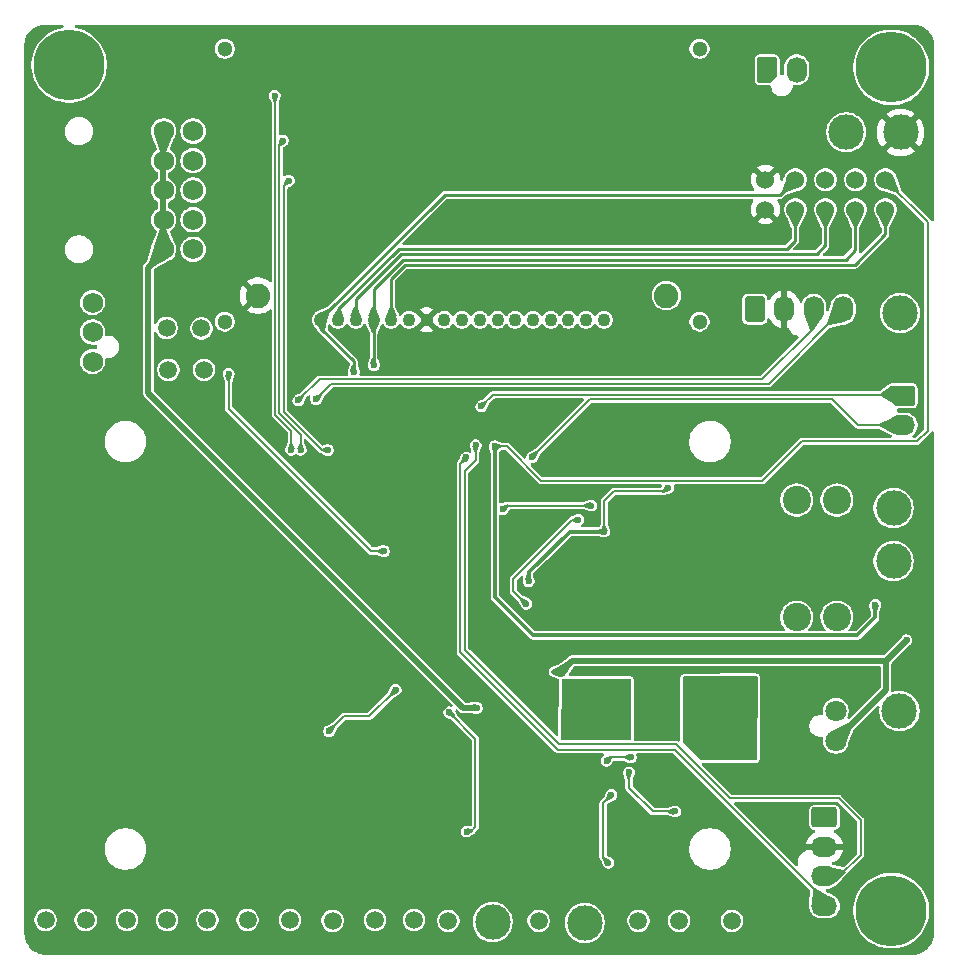
<source format=gbr>
%TF.GenerationSoftware,KiCad,Pcbnew,9.0.4*%
%TF.CreationDate,2026-01-10T18:56:52-06:00*%
%TF.ProjectId,PS-ChargerInterfacePCB,50532d43-6861-4726-9765-72496e746572,rev?*%
%TF.SameCoordinates,Original*%
%TF.FileFunction,Copper,L2,Bot*%
%TF.FilePolarity,Positive*%
%FSLAX46Y46*%
G04 Gerber Fmt 4.6, Leading zero omitted, Abs format (unit mm)*
G04 Created by KiCad (PCBNEW 9.0.4) date 2026-01-10 18:56:52*
%MOMM*%
%LPD*%
G01*
G04 APERTURE LIST*
G04 Aperture macros list*
%AMRoundRect*
0 Rectangle with rounded corners*
0 $1 Rounding radius*
0 $2 $3 $4 $5 $6 $7 $8 $9 X,Y pos of 4 corners*
0 Add a 4 corners polygon primitive as box body*
4,1,4,$2,$3,$4,$5,$6,$7,$8,$9,$2,$3,0*
0 Add four circle primitives for the rounded corners*
1,1,$1+$1,$2,$3*
1,1,$1+$1,$4,$5*
1,1,$1+$1,$6,$7*
1,1,$1+$1,$8,$9*
0 Add four rect primitives between the rounded corners*
20,1,$1+$1,$2,$3,$4,$5,0*
20,1,$1+$1,$4,$5,$6,$7,0*
20,1,$1+$1,$6,$7,$8,$9,0*
20,1,$1+$1,$8,$9,$2,$3,0*%
%AMFreePoly0*
4,1,22,0.945671,0.830970,1.026777,0.776777,1.080970,0.695671,1.100000,0.600000,1.100000,-0.600000,1.080970,-0.695671,1.026777,-0.776777,0.945671,-0.830970,0.850000,-0.850000,-0.450000,-0.850000,-0.545671,-0.830970,-0.626777,-0.776777,-1.026777,-0.376777,-1.080970,-0.295671,-1.100000,-0.200000,-1.100000,0.600000,-1.080970,0.695671,-1.026777,0.776777,-0.945671,0.830970,-0.850000,0.850000,
0.850000,0.850000,0.945671,0.830970,0.945671,0.830970,$1*%
G04 Aperture macros list end*
%TA.AperFunction,ComponentPad*%
%ADD10C,1.500000*%
%TD*%
%TA.AperFunction,ComponentPad*%
%ADD11C,3.000000*%
%TD*%
%TA.AperFunction,ComponentPad*%
%ADD12C,3.400000*%
%TD*%
%TA.AperFunction,ConnectorPad*%
%ADD13C,6.000000*%
%TD*%
%TA.AperFunction,ComponentPad*%
%ADD14C,1.524000*%
%TD*%
%TA.AperFunction,ComponentPad*%
%ADD15C,1.800000*%
%TD*%
%TA.AperFunction,ComponentPad*%
%ADD16RoundRect,0.250000X-0.850000X-0.600000X0.850000X-0.600000X0.850000X0.600000X-0.850000X0.600000X0*%
%TD*%
%TA.AperFunction,ComponentPad*%
%ADD17O,2.200000X1.700000*%
%TD*%
%TA.AperFunction,ComponentPad*%
%ADD18C,1.752600*%
%TD*%
%TA.AperFunction,ComponentPad*%
%ADD19C,2.400000*%
%TD*%
%TA.AperFunction,ComponentPad*%
%ADD20FreePoly0,90.000000*%
%TD*%
%TA.AperFunction,ComponentPad*%
%ADD21O,1.700000X2.200000*%
%TD*%
%TA.AperFunction,ComponentPad*%
%ADD22FreePoly0,0.000000*%
%TD*%
%TA.AperFunction,ComponentPad*%
%ADD23RoundRect,0.250000X0.600000X-0.850000X0.600000X0.850000X-0.600000X0.850000X-0.600000X-0.850000X0*%
%TD*%
%TA.AperFunction,ComponentPad*%
%ADD24C,1.100000*%
%TD*%
%TA.AperFunction,ComponentPad*%
%ADD25C,2.085000*%
%TD*%
%TA.AperFunction,ComponentPad*%
%ADD26C,1.300000*%
%TD*%
%TA.AperFunction,SMDPad,CuDef*%
%ADD27RoundRect,0.250000X0.362500X1.425000X-0.362500X1.425000X-0.362500X-1.425000X0.362500X-1.425000X0*%
%TD*%
%TA.AperFunction,ViaPad*%
%ADD28C,0.900000*%
%TD*%
%TA.AperFunction,ViaPad*%
%ADD29C,0.600000*%
%TD*%
%TA.AperFunction,Conductor*%
%ADD30C,0.500000*%
%TD*%
%TA.AperFunction,Conductor*%
%ADD31C,0.150000*%
%TD*%
%TA.AperFunction,Conductor*%
%ADD32C,0.200000*%
%TD*%
%TA.AperFunction,Conductor*%
%ADD33C,0.250000*%
%TD*%
%TA.AperFunction,Conductor*%
%ADD34C,0.300000*%
%TD*%
G04 APERTURE END LIST*
D10*
%TO.P,Gate2,1,1*%
%TO.N,/Power24V/OV{slash}RPP Gate*%
X71100000Y-117600000D03*
%TD*%
D11*
%TO.P,24V_OUT1,1,1*%
%TO.N,/14V-24V Boost Converter/24V_Out_Fuse*%
X132600000Y-87200000D03*
%TD*%
%TO.P,+24V_IN1,1,1*%
%TO.N,/24V_OUT*%
X132600000Y-82700000D03*
%TD*%
D12*
%TO.P,H1,1*%
%TO.N,N/C*%
X62800000Y-45200000D03*
D13*
X62800000Y-45200000D03*
%TD*%
D14*
%TO.P,Logic_Analyzer1,1,GND*%
%TO.N,GND*%
X121750000Y-54900000D03*
%TO.P,Logic_Analyzer1,2,GND*%
X121750000Y-57440000D03*
%TO.P,Logic_Analyzer1,3,CH7*%
%TO.N,/Display_NSS*%
X124290000Y-54900000D03*
%TO.P,Logic_Analyzer1,4,CH6*%
%TO.N,/Display_RES*%
X124290000Y-57440000D03*
%TO.P,Logic_Analyzer1,5,CH5*%
%TO.N,/Estop*%
X126830000Y-54900000D03*
%TO.P,Logic_Analyzer1,6,CH4*%
%TO.N,/Display_MISO*%
X126830000Y-57440000D03*
%TO.P,Logic_Analyzer1,7,CH3*%
%TO.N,unconnected-(Logic_Analyzer1-CH3-Pad7)*%
X129370000Y-54900000D03*
%TO.P,Logic_Analyzer1,8,CH2*%
%TO.N,/Display_SCLK*%
X129370000Y-57440000D03*
%TO.P,Logic_Analyzer1,9,CH1*%
%TO.N,/BuzzPWM*%
X131910000Y-54900000D03*
%TO.P,Logic_Analyzer1,10,CH0*%
%TO.N,/Display_MOSI*%
X131910000Y-57440000D03*
%TD*%
D15*
%TO.P,Buzzer1,1,Pin_1*%
%TO.N,+14V*%
X127700000Y-99900000D03*
%TO.P,Buzzer1,2,Pin_2*%
%TO.N,/Buzzer/Buzz_Drain*%
X127700000Y-102400000D03*
%TD*%
D12*
%TO.P,H2,1*%
%TO.N,N/C*%
X132400000Y-45400000D03*
D13*
X132400000Y-45400000D03*
%TD*%
D11*
%TO.P,+14V1,1,1*%
%TO.N,+14V*%
X133100000Y-99900000D03*
%TD*%
D10*
%TO.P,SW1,1,1*%
%TO.N,/14V-24V Boost Converter/SW*%
X88700000Y-117600000D03*
%TD*%
%TO.P,FB1,1,1*%
%TO.N,/14V-24V Boost Converter/FB*%
X74500000Y-117600000D03*
%TD*%
D16*
%TO.P,Elcon1,1,14V*%
%TO.N,/14V_IN*%
X126750707Y-108900000D03*
D17*
%TO.P,Elcon1,2,GND*%
%TO.N,GND*%
X126750707Y-111400000D03*
%TO.P,Elcon1,3,CAN_H*%
%TO.N,/ElconCAN_H*%
X126750707Y-113900000D03*
%TO.P,Elcon1,4,CAN_L*%
%TO.N,/ElconCAN_L*%
X126750707Y-116400000D03*
%TD*%
D11*
%TO.P,GND1,1,1*%
%TO.N,GND*%
X133200000Y-50900000D03*
%TD*%
%TO.P,+24V1,1,1*%
%TO.N,+24V*%
X133150000Y-66200000D03*
%TD*%
D18*
%TO.P,Panel_LED801,1,1*%
%TO.N,/LEDIndicator/EVSE-*%
X73300000Y-60800000D03*
%TO.P,Panel_LED801,2,2*%
%TO.N,/LEDIndicator/CHARGE-*%
X73300000Y-58300000D03*
%TO.P,Panel_LED801,3,3*%
%TO.N,/LEDIndicator/HEART-*%
X73300000Y-55800000D03*
%TO.P,Panel_LED801,4,4*%
%TO.N,/LEDIndicator/FAULT-*%
X73300000Y-53300000D03*
%TO.P,Panel_LED801,5,5*%
%TO.N,/LEDIndicator/HV-*%
X73300000Y-50800000D03*
%TO.P,Panel_LED801,6,6*%
%TO.N,+14V*%
X70800000Y-60800000D03*
%TO.P,Panel_LED801,7,7*%
X70800000Y-58300000D03*
%TO.P,Panel_LED801,8,8*%
X70800000Y-55800000D03*
%TO.P,Panel_LED801,9,9*%
X70800000Y-53300000D03*
%TO.P,Panel_LED801,10,10*%
X70800000Y-50800000D03*
%TD*%
D19*
%TO.P,U2,1*%
%TO.N,/24V_OUT*%
X127800000Y-82030000D03*
X124400000Y-82030000D03*
%TO.P,U2,2*%
%TO.N,/14V-24V Boost Converter/24V_Out_Fuse*%
X127800000Y-91950000D03*
X124400000Y-91950000D03*
%TD*%
D10*
%TO.P,VCC1,1,1*%
%TO.N,/14V-24V Boost Converter/VCC*%
X85100000Y-117650707D03*
%TD*%
%TO.P,OV2,1,1*%
%TO.N,/Power24V/OV*%
X64200000Y-117600000D03*
%TD*%
D20*
%TO.P,Estop1,1,+3V3*%
%TO.N,+3.3V*%
X121889886Y-45600000D03*
D21*
%TO.P,Estop1,2,MCU*%
%TO.N,/Estop*%
X124389886Y-45600000D03*
%TD*%
D10*
%TO.P,TP_FETConn1,1,1*%
%TO.N,Net-(IC2-SRC)*%
X111000000Y-117650000D03*
%TD*%
D18*
%TO.P,EVSE1,1,Pin_1*%
%TO.N,Earth_Protective*%
X64780000Y-70310000D03*
%TO.P,EVSE1,2,Pin_2*%
%TO.N,/EVSE_CP*%
X64780000Y-67810000D03*
%TO.P,EVSE1,3,Pin_3*%
%TO.N,/EVSE_PP*%
X64780000Y-65310000D03*
%TD*%
D10*
%TO.P,TP_FETConn2,1,1*%
%TO.N,Net-(IC3-SRC)*%
X67700000Y-117600000D03*
%TD*%
%TO.P,COMP1,1,1*%
%TO.N,/14V-24V Boost Converter/COMP*%
X77900000Y-117600000D03*
%TD*%
%TO.P,Vcap1,1,1*%
%TO.N,/Power14V/Vcap*%
X114449552Y-117650000D03*
%TD*%
D22*
%TO.P,J9,1,CAN_H*%
%TO.N,/ElconCAN_H*%
X133331522Y-73194397D03*
D17*
%TO.P,J9,2,CAN_L*%
%TO.N,/ElconCAN_L*%
X133331522Y-75694397D03*
%TD*%
D11*
%TO.P,+14V2,1,1*%
%TO.N,+14V*%
X98650000Y-117750000D03*
%TD*%
D10*
%TO.P,ILIM1,1,1*%
%TO.N,/14V-24V Boost Converter/ILIM*%
X81500000Y-117600000D03*
%TD*%
D12*
%TO.P,H3,1*%
%TO.N,N/C*%
X132400000Y-116800000D03*
D13*
X132400000Y-116800000D03*
%TD*%
D10*
%TO.P,EN/UVLO1,1,1*%
%TO.N,/14V-24V Boost Converter/EN{slash}UVLO*%
X94900000Y-117650000D03*
%TD*%
%TO.P,Gate1,1,1*%
%TO.N,/Power14V/OV{slash}RPP Gate*%
X102550000Y-117650000D03*
%TD*%
%TO.P,BOOT1,1,1*%
%TO.N,/14V-24V Boost Converter/BOOT*%
X92000000Y-117600000D03*
%TD*%
D11*
%TO.P,+3V3,1,1*%
%TO.N,+3.3V*%
X128600000Y-50900000D03*
%TD*%
%TO.P,RPP_EN1,1,1*%
%TO.N,/14V_IN*%
X106450000Y-117825000D03*
%TD*%
D10*
%TO.P,Vcap2,1,1*%
%TO.N,/Power24V/Vcap*%
X60800000Y-117600000D03*
%TD*%
%TO.P,TP3,1,1*%
%TO.N,/MCU_CP*%
X74200000Y-71000000D03*
%TD*%
%TO.P,OV1,1,1*%
%TO.N,/Power14V/OV*%
X118900000Y-117650000D03*
%TD*%
%TO.P,TP2,1,1*%
%TO.N,Net-(D2-K)*%
X71200000Y-71000000D03*
%TD*%
D23*
%TO.P,Elcon2,1,24V*%
%TO.N,+24V*%
X120850000Y-65870000D03*
D21*
%TO.P,Elcon2,2,GND*%
%TO.N,GND*%
X123350000Y-65870000D03*
%TO.P,Elcon2,3,CAN_H*%
%TO.N,/CarCAN_H*%
X125850000Y-65870000D03*
%TO.P,Elcon2,4,CAN_L*%
%TO.N,/CarCAN_L*%
X128350000Y-65870000D03*
%TD*%
D10*
%TO.P,TP4,1,1*%
%TO.N,/EVSE_PP*%
X74000000Y-67500000D03*
%TD*%
%TO.P,TP1,1,1*%
%TO.N,/EVSE_CP*%
X71050000Y-67450000D03*
%TD*%
D24*
%TO.P,DS1,1,V0*%
%TO.N,Net-(DS1-V0)*%
X108070000Y-66770000D03*
%TO.P,DS1,2,V1*%
%TO.N,Net-(DS1-V1)*%
X106570000Y-66770000D03*
%TO.P,DS1,3,V2*%
%TO.N,Net-(DS1-V2)*%
X105070000Y-66770000D03*
%TO.P,DS1,4,V3*%
%TO.N,Net-(DS1-V3)*%
X103570000Y-66770000D03*
%TO.P,DS1,5,V4*%
%TO.N,Net-(DS1-V4)*%
X102070000Y-66770000D03*
%TO.P,DS1,6,C2-*%
%TO.N,Net-(DS1-C2-)*%
X100570000Y-66770000D03*
%TO.P,DS1,7,C2+*%
%TO.N,Net-(DS1-C2+)*%
X99070000Y-66770000D03*
%TO.P,DS1,8,C1+*%
%TO.N,Net-(DS1-C1+)*%
X97570000Y-66770000D03*
%TO.P,DS1,9,C1-*%
%TO.N,Net-(DS1-C1-)*%
X96070000Y-66770000D03*
%TO.P,DS1,10,VOUT*%
%TO.N,Net-(DS1-VOUT)*%
X94570000Y-66770000D03*
%TO.P,DS1,11,VSS*%
%TO.N,GND*%
X93070000Y-66770000D03*
%TO.P,DS1,12,VDD*%
%TO.N,+3.3V*%
X91570000Y-66770000D03*
%TO.P,DS1,13,SI*%
%TO.N,/Display_MOSI*%
X90070000Y-66770000D03*
%TO.P,DS1,14,SCL*%
%TO.N,/Display_SCLK*%
X88570000Y-66770000D03*
%TO.P,DS1,15,A0*%
%TO.N,/Display_MISO*%
X87070000Y-66770000D03*
%TO.P,DS1,16,~{RES}*%
%TO.N,/Display_RES*%
X85570000Y-66770000D03*
%TO.P,DS1,17,CS1B*%
%TO.N,/Display_NSS*%
X84070000Y-66770000D03*
D25*
%TO.P,DS1,A1,A*%
%TO.N,+3.3V*%
X113370000Y-64730000D03*
%TO.P,DS1,K1,K*%
%TO.N,GND*%
X78770000Y-64730000D03*
D26*
%TO.P,DS1,MH1,MH1*%
%TO.N,unconnected-(DS1-PadMH1)*%
X116170000Y-66920000D03*
%TO.P,DS1,MH2,MH2*%
%TO.N,unconnected-(DS1-PadMH2)*%
X75970000Y-66920000D03*
%TO.P,DS1,MH3,MH3*%
%TO.N,unconnected-(DS1-PadMH3)*%
X75970000Y-43820000D03*
%TO.P,DS1,MH4,MH4*%
%TO.N,unconnected-(DS1-PadMH4)*%
X116170000Y-43820000D03*
%TD*%
D27*
%TO.P,R29,1*%
%TO.N,/14V_IN*%
X115540000Y-98860000D03*
%TO.P,R29,2*%
%TO.N,+14V*%
X109615000Y-98860000D03*
%TD*%
D28*
%TO.N,+14V*%
X108200000Y-101800000D03*
X106800000Y-99100000D03*
X106800000Y-101800000D03*
X108220000Y-97700000D03*
X108250000Y-100500000D03*
D29*
X97325000Y-99625000D03*
D28*
X105400000Y-99100000D03*
X108200000Y-99100000D03*
X105400000Y-97700000D03*
X106830000Y-97730000D03*
X106800000Y-100500000D03*
X105400000Y-101800000D03*
X105400000Y-100500000D03*
D29*
%TO.N,GND*%
X118400000Y-116200000D03*
X82700000Y-52100000D03*
X77300000Y-54400000D03*
X90900000Y-112500000D03*
X127700000Y-97800000D03*
X122500000Y-110500000D03*
X88400000Y-59600000D03*
X86000000Y-59600000D03*
X121735000Y-87800000D03*
X78300000Y-50600000D03*
X131800000Y-110700000D03*
X87800000Y-106500000D03*
X76100000Y-51900000D03*
X135100000Y-111900000D03*
X61700000Y-74900000D03*
X61000000Y-76100000D03*
X78500000Y-46400000D03*
X133100000Y-63100000D03*
D28*
X129000000Y-43000000D03*
D29*
X86500000Y-106500000D03*
X92100000Y-112500000D03*
X99600000Y-73900000D03*
X76000000Y-54400000D03*
X132000000Y-63100000D03*
X61700000Y-77000000D03*
X109600000Y-111000000D03*
X87800000Y-94200000D03*
X61700000Y-72600000D03*
X120200000Y-90200000D03*
X134800000Y-102100000D03*
X124400000Y-115300000D03*
X131400000Y-62200000D03*
X130000000Y-103800000D03*
X127500000Y-118700000D03*
X134600000Y-62200000D03*
X117800000Y-115300000D03*
X110600000Y-111000000D03*
X79200000Y-49600000D03*
X135700000Y-101200000D03*
D28*
X124000000Y-99500000D03*
D29*
X131200000Y-103800000D03*
X134000000Y-110700000D03*
X132750000Y-69750000D03*
X128800000Y-118700000D03*
X94000000Y-91700000D03*
X123200000Y-111200000D03*
X108600000Y-111000000D03*
X79700000Y-45500000D03*
X92600000Y-97950000D03*
D28*
X122200000Y-101000000D03*
D29*
X125400000Y-119800000D03*
X84600000Y-105700000D03*
X79000000Y-59500000D03*
X86000000Y-95300000D03*
X101800000Y-73900000D03*
X81600000Y-48900000D03*
X122900000Y-113600000D03*
X120200000Y-74500000D03*
X123200000Y-115300000D03*
X83700000Y-106500000D03*
X101200000Y-77100000D03*
X127900000Y-69900000D03*
X125800000Y-71800000D03*
X134300000Y-61300000D03*
X133100000Y-61300000D03*
X88300000Y-95300000D03*
X77500000Y-51500000D03*
X90300000Y-91700000D03*
D28*
X135075000Y-94100000D03*
D29*
X135700000Y-102100000D03*
X130000000Y-102100000D03*
X88400000Y-105700000D03*
X117300000Y-116200000D03*
X87100000Y-105700000D03*
D28*
X99800000Y-110400000D03*
D29*
X131200000Y-102100000D03*
X60300000Y-74900000D03*
X82000000Y-99400000D03*
X109100000Y-111900000D03*
X133600000Y-62200000D03*
X129900000Y-119800000D03*
X110200000Y-111900000D03*
X123700000Y-114500000D03*
X128300000Y-96900000D03*
X85900000Y-105700000D03*
X130200000Y-113200000D03*
X76000000Y-59500000D03*
X131300000Y-70800000D03*
X93100000Y-112500000D03*
X127000000Y-96900000D03*
X103300000Y-89000000D03*
X82700000Y-100500000D03*
D28*
X98000000Y-110300000D03*
D29*
X128800000Y-111800000D03*
X60900000Y-73800000D03*
X81900000Y-56500000D03*
X133500000Y-70800000D03*
D28*
X124000000Y-102700000D03*
D29*
X78900000Y-57000000D03*
X123400000Y-71800000D03*
D28*
X110125000Y-109975000D03*
D29*
X83000000Y-56000000D03*
X120800000Y-76600000D03*
X78600000Y-54400000D03*
D28*
X113050000Y-112050000D03*
D29*
X121800000Y-85700000D03*
X131200000Y-103000000D03*
D28*
X122300000Y-97800000D03*
D29*
X76100000Y-57000000D03*
X128800000Y-110600000D03*
X125000000Y-110500000D03*
X82600000Y-48200000D03*
X91500000Y-91700000D03*
X85700000Y-43900000D03*
X134000000Y-113200000D03*
X131900000Y-61300000D03*
X77500000Y-47400000D03*
X130700000Y-111900000D03*
X112800000Y-77100000D03*
X81200000Y-100500000D03*
X87200000Y-43900000D03*
X76500000Y-48300000D03*
X124400000Y-111200000D03*
X126900000Y-119800000D03*
X132500000Y-62200000D03*
X121900000Y-113600000D03*
X122500000Y-114500000D03*
X135700000Y-99200000D03*
X129300000Y-97800000D03*
X87100000Y-95300000D03*
X131800000Y-113200000D03*
X123800000Y-110500000D03*
X133900000Y-102100000D03*
X104800000Y-89000000D03*
X132900000Y-111900000D03*
X125400000Y-69900000D03*
X126200000Y-118700000D03*
D28*
X122200000Y-99400000D03*
D29*
X129000000Y-70750000D03*
D28*
X122100000Y-102700000D03*
D29*
X130000000Y-103000000D03*
X128400000Y-119800000D03*
X116200000Y-116200000D03*
X134750000Y-69750000D03*
D28*
X87130331Y-101680331D03*
D29*
X92700000Y-91700000D03*
X94000000Y-112500000D03*
X120800000Y-88900000D03*
X77600000Y-57000000D03*
X89100000Y-94200000D03*
X114400000Y-74400000D03*
X77600000Y-59500000D03*
X120800000Y-86900000D03*
X115600000Y-115300000D03*
X83800000Y-97800000D03*
X85200000Y-106500000D03*
X128000000Y-71800000D03*
X116700000Y-115300000D03*
X84200000Y-43900000D03*
X121900000Y-112400000D03*
X119000000Y-115300000D03*
X82000000Y-101700000D03*
X124800000Y-118700000D03*
X113500000Y-86000000D03*
X81500000Y-52700000D03*
D28*
X124000000Y-100900000D03*
X124000000Y-97800000D03*
D29*
X126600000Y-70800000D03*
X135700000Y-100300000D03*
D28*
X130600000Y-97000000D03*
X95890000Y-96900000D03*
D29*
X134200000Y-63100000D03*
X133750000Y-68750000D03*
%TO.N,/LED_HV*%
X81600000Y-77775000D03*
X80200000Y-47800000D03*
%TO.N,/LED_FAULT*%
X80900000Y-51600000D03*
X82400000Y-77775000D03*
%TO.N,/LED_HEART*%
X84700000Y-77800000D03*
X81400000Y-55000000D03*
%TO.N,/Power24V/Vcap*%
X107000000Y-82500000D03*
X99500000Y-82800000D03*
%TO.N,/Buzzer/Buzz_Drain*%
X133700000Y-93900000D03*
D28*
X104450000Y-96550000D03*
D29*
%TO.N,/Display_SCLK*%
X88600000Y-70600000D03*
%TO.N,/Display_NSS*%
X86900000Y-71200000D03*
%TO.N,/Power24V/OV*%
X113500000Y-81000000D03*
X101700000Y-88900000D03*
X108100000Y-84700000D03*
%TO.N,/14V-24V Boost Converter/FB*%
X90450000Y-98100000D03*
X84800000Y-101600000D03*
%TO.N,/BuzzPWM*%
X131050000Y-90900000D03*
X98850000Y-77475000D03*
%TO.N,/14V-24V Boost Converter/EN{slash}UVLO*%
X96450000Y-110100000D03*
X94982258Y-100010494D03*
%TO.N,Net-(IC2-SRC)*%
X108450000Y-112750000D03*
X108700000Y-107000000D03*
%TO.N,/Power24V/OV{slash}RPP Gate*%
X105900000Y-83700000D03*
X101499500Y-90800500D03*
%TO.N,/EVSE_PP*%
X89450000Y-86350000D03*
X76300000Y-71350000D03*
D28*
%TO.N,/14V_IN*%
X118600000Y-101110000D03*
X120260000Y-97600000D03*
X117000000Y-103000000D03*
X118600000Y-103000000D03*
X120300000Y-101100000D03*
X118550000Y-97600000D03*
X117000000Y-101110000D03*
X117000000Y-97600000D03*
X120300000Y-99300000D03*
X120350000Y-103000000D03*
X117000000Y-99300000D03*
X118600000Y-99300000D03*
D29*
%TO.N,/Power14V/OV*%
X114100000Y-108400000D03*
X110200000Y-105100000D03*
%TO.N,/Power14V/OV{slash}RPP Gate*%
X110360000Y-103800000D03*
X108300000Y-104100000D03*
%TO.N,/ElconCAN_H*%
X97225000Y-77400000D03*
X97700000Y-74100000D03*
%TO.N,/ElconCAN_L*%
X96425000Y-78430059D03*
X102000000Y-78400000D03*
%TO.N,/CarCAN_H*%
X82200000Y-73600000D03*
%TO.N,/CarCAN_L*%
X83700000Y-73500000D03*
%TD*%
D30*
%TO.N,+14V*%
X70750000Y-61100000D02*
X69500000Y-62350000D01*
X69500000Y-62350000D02*
X69500000Y-72950000D01*
X70750000Y-51100000D02*
X70750000Y-61100000D01*
X69500000Y-72950000D02*
X96175000Y-99625000D01*
X96175000Y-99625000D02*
X97325000Y-99625000D01*
D31*
%TO.N,/LED_HV*%
X80249000Y-47849000D02*
X80249000Y-74845389D01*
X81600000Y-76196388D02*
X81600000Y-77775000D01*
X80200000Y-47800000D02*
X80249000Y-47849000D01*
X80249000Y-74845389D02*
X81600000Y-76196388D01*
%TO.N,/LED_FAULT*%
X80600000Y-74700000D02*
X80600000Y-51900000D01*
X80600000Y-51900000D02*
X80900000Y-51600000D01*
X82400000Y-76500000D02*
X80600000Y-74700000D01*
X82400000Y-77775000D02*
X82400000Y-76500000D01*
%TO.N,/LED_HEART*%
X81000000Y-55400000D02*
X81000000Y-74600000D01*
X84200000Y-77800000D02*
X84700000Y-77800000D01*
X81400000Y-55000000D02*
X81000000Y-55400000D01*
X81000000Y-74600000D02*
X84200000Y-77800000D01*
D32*
%TO.N,/Power24V/Vcap*%
X99800000Y-82500000D02*
X99500000Y-82800000D01*
X107000000Y-82500000D02*
X99800000Y-82500000D01*
D30*
%TO.N,/Buzzer/Buzz_Drain*%
X131960000Y-95640000D02*
X131960000Y-98080870D01*
X127700000Y-102340870D02*
X127700000Y-102400000D01*
X131960000Y-98080870D02*
X127700000Y-102340870D01*
X127700000Y-102400000D02*
X127700000Y-102200000D01*
X105360000Y-95640000D02*
X131960000Y-95640000D01*
X131960000Y-95640000D02*
X133700000Y-93900000D01*
X104450000Y-96550000D02*
X103850000Y-96550000D01*
X104450000Y-96550000D02*
X105360000Y-95640000D01*
D33*
%TO.N,/Display_MISO*%
X87070000Y-65005620D02*
X87070000Y-66770000D01*
X126830000Y-58639293D02*
X126830000Y-57440000D01*
X126825000Y-60475000D02*
X126100000Y-61200000D01*
X126830000Y-59520000D02*
X126825000Y-59525000D01*
X126825000Y-59525000D02*
X126825000Y-60475000D01*
X126825000Y-59525000D02*
X126829293Y-59520707D01*
X90875620Y-61200000D02*
X87070000Y-65005620D01*
X126100000Y-61200000D02*
X90875620Y-61200000D01*
X126829293Y-58640000D02*
X126830000Y-58639293D01*
X126829293Y-59520707D02*
X126829293Y-58640000D01*
%TO.N,/Display_RES*%
X124290000Y-58640707D02*
X124289293Y-58640000D01*
X90688810Y-60749000D02*
X123601000Y-60749000D01*
X85570000Y-65867810D02*
X90688810Y-60749000D01*
X124290000Y-60060000D02*
X124290000Y-59000000D01*
X124290000Y-59000000D02*
X124290000Y-58640707D01*
X123601000Y-60749000D02*
X124290000Y-60060000D01*
X85570000Y-66770000D02*
X85570000Y-65867810D01*
X124290000Y-59000000D02*
X124290000Y-57440000D01*
%TO.N,/Display_SCLK*%
X88570000Y-70570000D02*
X88600000Y-70600000D01*
X88570000Y-66770000D02*
X88570000Y-70570000D01*
%TO.N,/Display_MOSI*%
X131910000Y-57582454D02*
X131838773Y-57511227D01*
X131910000Y-58640707D02*
X131909293Y-58640000D01*
X131910000Y-58640707D02*
X131910000Y-57582454D01*
%TO.N,/Display_NSS*%
X84070000Y-66770000D02*
X84070000Y-66730000D01*
X84070000Y-66730000D02*
X94600000Y-56200000D01*
X94600000Y-56200000D02*
X122990000Y-56200000D01*
X84070000Y-67470000D02*
X86900000Y-70300000D01*
X84070000Y-66770000D02*
X84070000Y-67470000D01*
X86900000Y-70300000D02*
X86900000Y-71200000D01*
X122990000Y-56200000D02*
X124290000Y-54900000D01*
D34*
%TO.N,/Power24V/OV*%
X101700000Y-88165799D02*
X105165799Y-84700000D01*
D32*
X113500000Y-81000000D02*
X113200000Y-81300000D01*
D34*
X105165799Y-84700000D02*
X108100000Y-84700000D01*
X101700000Y-88900000D02*
X101700000Y-88165799D01*
D32*
X108900000Y-81300000D02*
X108100000Y-82100000D01*
X113200000Y-81300000D02*
X108900000Y-81300000D01*
X108100000Y-82100000D02*
X108100000Y-84700000D01*
%TO.N,/14V-24V Boost Converter/FB*%
X84800000Y-101600000D02*
X86050000Y-100350000D01*
X86050000Y-100350000D02*
X88200000Y-100350000D01*
X88200000Y-100350000D02*
X90450000Y-98100000D01*
%TO.N,/BuzzPWM*%
X134600000Y-77050000D02*
X124850000Y-77050000D01*
X124850000Y-77050000D02*
X121500000Y-80400000D01*
D34*
X131050000Y-90900000D02*
X131050000Y-91950000D01*
D32*
X135500000Y-58490000D02*
X135500000Y-76150000D01*
X99850000Y-77475000D02*
X98850000Y-77475000D01*
D34*
X102075000Y-93500000D02*
X98850000Y-90275000D01*
D32*
X121500000Y-80400000D02*
X102775000Y-80400000D01*
X102775000Y-80400000D02*
X99850000Y-77475000D01*
X135500000Y-76150000D02*
X134600000Y-77050000D01*
X131910000Y-54900000D02*
X135500000Y-58490000D01*
D34*
X131050000Y-91950000D02*
X129500000Y-93500000D01*
X98850000Y-90275000D02*
X98850000Y-77475000D01*
X129500000Y-93500000D02*
X102075000Y-93500000D01*
D32*
%TO.N,/14V-24V Boost Converter/EN{slash}UVLO*%
X96450000Y-110100000D02*
X96800000Y-110100000D01*
X97200000Y-109700000D02*
X97200000Y-102228236D01*
X96800000Y-110100000D02*
X97200000Y-109700000D01*
X97200000Y-102228236D02*
X94982258Y-100010494D01*
%TO.N,Net-(IC2-SRC)*%
X108000000Y-112300000D02*
X108000000Y-107700000D01*
X108000000Y-107700000D02*
X108700000Y-107000000D01*
X108450000Y-112750000D02*
X108000000Y-112300000D01*
%TO.N,/Power24V/OV{slash}RPP Gate*%
X101499500Y-90800500D02*
X100399000Y-89700000D01*
X100399000Y-89700000D02*
X100399000Y-88701000D01*
X100399000Y-88701000D02*
X105400000Y-83700000D01*
X105400000Y-83700000D02*
X105900000Y-83700000D01*
%TO.N,/EVSE_PP*%
X76300000Y-74285298D02*
X88364702Y-86350000D01*
X88364702Y-86350000D02*
X89450000Y-86350000D01*
X76300000Y-71350000D02*
X76300000Y-74285298D01*
%TO.N,/Power14V/OV*%
X114100000Y-108400000D02*
X112200000Y-108400000D01*
X112200000Y-108400000D02*
X110200000Y-106400000D01*
X110200000Y-106400000D02*
X110200000Y-105100000D01*
%TO.N,/Power14V/OV{slash}RPP Gate*%
X108300000Y-104100000D02*
X108600000Y-103800000D01*
X108600000Y-103800000D02*
X110360000Y-103800000D01*
%TO.N,/ElconCAN_H*%
X128000000Y-107300000D02*
X129800000Y-109100000D01*
X129800000Y-112100000D02*
X128000000Y-113900000D01*
X96300000Y-94690000D02*
X104310000Y-102700000D01*
X97225000Y-78675000D02*
X96300000Y-79600000D01*
X106729786Y-73103114D02*
X98696886Y-73103114D01*
X97225000Y-77400000D02*
X97225000Y-78675000D01*
X132300000Y-73000000D02*
X132300000Y-73103114D01*
X129800000Y-109100000D02*
X129800000Y-112100000D01*
X106733900Y-73099000D02*
X106729786Y-73103114D01*
X98696886Y-73103114D02*
X97700000Y-74100000D01*
X128000000Y-113900000D02*
X126750707Y-113900000D01*
X96300000Y-79600000D02*
X96300000Y-94690000D01*
X118767100Y-107300000D02*
X128000000Y-107300000D01*
X114167100Y-102700000D02*
X118767100Y-107300000D01*
X127566100Y-73099000D02*
X106733900Y-73099000D01*
X127570214Y-73103114D02*
X127566100Y-73099000D01*
X104310000Y-102700000D02*
X114167100Y-102700000D01*
X132300000Y-73103114D02*
X127570214Y-73103114D01*
%TO.N,/ElconCAN_L*%
X133331522Y-75694397D02*
X129594397Y-75694397D01*
X95900000Y-78955059D02*
X95900000Y-94880000D01*
X129594397Y-75694397D02*
X127400000Y-73500000D01*
X104180000Y-103160000D02*
X114060000Y-103160000D01*
X127400000Y-73500000D02*
X106900000Y-73500000D01*
X96425000Y-78430059D02*
X95900000Y-78955059D01*
X126750707Y-115850707D02*
X126750707Y-116400000D01*
X114060000Y-103160000D02*
X126750707Y-115850707D01*
X106900000Y-73500000D02*
X102000000Y-78400000D01*
X95900000Y-94880000D02*
X104180000Y-103160000D01*
%TO.N,/CarCAN_H*%
X121500000Y-71800000D02*
X84000000Y-71800000D01*
X125850000Y-67450000D02*
X121500000Y-71800000D01*
X84000000Y-71800000D02*
X82200000Y-73600000D01*
X125850000Y-65870000D02*
X125850000Y-67450000D01*
%TO.N,/CarCAN_L*%
X85000000Y-72200000D02*
X83700000Y-73500000D01*
X128350000Y-65870000D02*
X122020000Y-72200000D01*
X122020000Y-72200000D02*
X85000000Y-72200000D01*
D33*
%TO.N,/Display_MOSI*%
X131910000Y-58640707D02*
X131910000Y-59520000D01*
X90070000Y-63281240D02*
X90070000Y-66770000D01*
X131910000Y-59520000D02*
X129310018Y-62119982D01*
X129310018Y-62119982D02*
X91231258Y-62119982D01*
X91231258Y-62119982D02*
X90070000Y-63281240D01*
%TO.N,/Display_SCLK*%
X129370000Y-57440000D02*
X129370000Y-58639293D01*
X129370000Y-58640707D02*
X129370000Y-60830000D01*
X129370000Y-58639293D02*
X129369293Y-58640000D01*
X129369293Y-58640000D02*
X129370000Y-58640707D01*
X129370000Y-60830000D02*
X128531018Y-61668982D01*
X128531018Y-61668982D02*
X91044448Y-61668982D01*
X91044448Y-61668982D02*
X88570000Y-64143430D01*
X88570000Y-64143430D02*
X88570000Y-66770000D01*
%TD*%
%TA.AperFunction,Conductor*%
%TO.N,GND*%
G36*
X127891206Y-107620185D02*
G01*
X127911848Y-107636819D01*
X129463181Y-109188152D01*
X129496666Y-109249475D01*
X129499500Y-109275833D01*
X129499500Y-111924166D01*
X129479815Y-111991205D01*
X129463181Y-112011847D01*
X128401812Y-113073216D01*
X128340489Y-113106701D01*
X128287048Y-113106541D01*
X128067102Y-113057313D01*
X127444319Y-112917922D01*
X127383198Y-112884071D01*
X127350081Y-112822549D01*
X127355483Y-112752888D01*
X127397689Y-112697207D01*
X127433085Y-112678986D01*
X127518924Y-112651095D01*
X127708264Y-112554620D01*
X127880166Y-112429727D01*
X127880171Y-112429723D01*
X128030430Y-112279464D01*
X128030434Y-112279459D01*
X128155327Y-112107557D01*
X128251802Y-111918217D01*
X128317464Y-111716129D01*
X128317464Y-111716126D01*
X128327938Y-111650000D01*
X127299189Y-111650000D01*
X127309818Y-111631591D01*
X127350707Y-111478991D01*
X127350707Y-111321009D01*
X127309818Y-111168409D01*
X127299189Y-111150000D01*
X128327938Y-111150000D01*
X128317464Y-111083873D01*
X128317464Y-111083870D01*
X128251802Y-110881782D01*
X128155327Y-110692442D01*
X128030434Y-110520540D01*
X128030430Y-110520535D01*
X127880171Y-110370276D01*
X127880166Y-110370272D01*
X127708264Y-110245379D01*
X127589736Y-110184985D01*
X127538940Y-110137010D01*
X127522145Y-110069189D01*
X127544683Y-110003054D01*
X127599398Y-109959603D01*
X127646031Y-109950500D01*
X127654977Y-109950500D01*
X127685406Y-109947646D01*
X127685408Y-109947646D01*
X127749497Y-109925219D01*
X127813589Y-109902793D01*
X127922857Y-109822150D01*
X128003500Y-109712882D01*
X128032161Y-109630973D01*
X128048353Y-109584701D01*
X128048353Y-109584699D01*
X128051207Y-109554269D01*
X128051207Y-108245730D01*
X128048353Y-108215300D01*
X128048353Y-108215298D01*
X128014713Y-108119163D01*
X128003500Y-108087118D01*
X127922857Y-107977850D01*
X127843832Y-107919527D01*
X127843831Y-107919526D01*
X127813593Y-107897209D01*
X127813587Y-107897206D01*
X127685407Y-107852353D01*
X127654977Y-107849500D01*
X127654973Y-107849500D01*
X125846441Y-107849500D01*
X125846437Y-107849500D01*
X125816007Y-107852353D01*
X125816005Y-107852353D01*
X125687826Y-107897206D01*
X125687824Y-107897207D01*
X125578557Y-107977850D01*
X125497914Y-108087117D01*
X125497913Y-108087119D01*
X125453060Y-108215298D01*
X125453060Y-108215300D01*
X125450207Y-108245730D01*
X125450207Y-109554269D01*
X125453060Y-109584699D01*
X125453060Y-109584701D01*
X125493231Y-109699500D01*
X125497914Y-109712882D01*
X125578557Y-109822150D01*
X125687825Y-109902793D01*
X125730552Y-109917744D01*
X125816006Y-109947646D01*
X125846437Y-109950500D01*
X125855383Y-109950500D01*
X125922422Y-109970185D01*
X125968177Y-110022989D01*
X125978121Y-110092147D01*
X125949096Y-110155703D01*
X125911678Y-110184985D01*
X125793149Y-110245379D01*
X125621247Y-110370272D01*
X125621242Y-110370276D01*
X125470983Y-110520535D01*
X125470979Y-110520540D01*
X125346086Y-110692442D01*
X125249611Y-110881782D01*
X125183949Y-111083870D01*
X125183949Y-111083873D01*
X125173476Y-111150000D01*
X126202225Y-111150000D01*
X126191596Y-111168409D01*
X126150707Y-111321009D01*
X126150707Y-111478991D01*
X126191596Y-111631591D01*
X126202225Y-111650000D01*
X125173475Y-111650000D01*
X125174941Y-111659255D01*
X125165986Y-111728548D01*
X125120990Y-111782000D01*
X125099921Y-111793213D01*
X124979425Y-111843123D01*
X124979416Y-111843128D01*
X124830297Y-111942767D01*
X124830293Y-111942770D01*
X124703477Y-112069586D01*
X124703474Y-112069590D01*
X124603835Y-112218709D01*
X124603828Y-112218722D01*
X124535197Y-112384415D01*
X124535194Y-112384424D01*
X124500207Y-112560319D01*
X124500207Y-112739680D01*
X124528609Y-112882468D01*
X124522382Y-112952060D01*
X124479518Y-113007237D01*
X124413629Y-113030481D01*
X124345632Y-113014413D01*
X124319311Y-112994340D01*
X119137152Y-107812181D01*
X119103667Y-107750858D01*
X119108651Y-107681166D01*
X119150523Y-107625233D01*
X119215987Y-107600816D01*
X119224833Y-107600500D01*
X127824167Y-107600500D01*
X127891206Y-107620185D01*
G37*
%TD.AperFunction*%
%TA.AperFunction,Conductor*%
G36*
X62213281Y-41799927D02*
G01*
X62280313Y-41819631D01*
X62326052Y-41872449D01*
X62335976Y-41941610D01*
X62306932Y-42005157D01*
X62248143Y-42042914D01*
X62240836Y-42044818D01*
X61912588Y-42119738D01*
X61912580Y-42119741D01*
X61573288Y-42238465D01*
X61249420Y-42394432D01*
X60945045Y-42585684D01*
X60663997Y-42809811D01*
X60409811Y-43063997D01*
X60185684Y-43345045D01*
X59994432Y-43649420D01*
X59838465Y-43973288D01*
X59719744Y-44312572D01*
X59719737Y-44312592D01*
X59639748Y-44663048D01*
X59639746Y-44663064D01*
X59599500Y-45020259D01*
X59599500Y-45379740D01*
X59639746Y-45736935D01*
X59639748Y-45736951D01*
X59719737Y-46087407D01*
X59719741Y-46087419D01*
X59838465Y-46426711D01*
X59994432Y-46750579D01*
X59994434Y-46750582D01*
X60185685Y-47054956D01*
X60409812Y-47336003D01*
X60663997Y-47590188D01*
X60945044Y-47814315D01*
X61229717Y-47993187D01*
X61249420Y-48005567D01*
X61346613Y-48052373D01*
X61573292Y-48161536D01*
X61699126Y-48205567D01*
X61912580Y-48280258D01*
X61912592Y-48280262D01*
X62263052Y-48360252D01*
X62620260Y-48400499D01*
X62620261Y-48400500D01*
X62620264Y-48400500D01*
X62979739Y-48400500D01*
X62979739Y-48400499D01*
X63336948Y-48360252D01*
X63687408Y-48280262D01*
X64026708Y-48161536D01*
X64350582Y-48005566D01*
X64654956Y-47814315D01*
X64936003Y-47590188D01*
X65190188Y-47336003D01*
X65414315Y-47054956D01*
X65605566Y-46750582D01*
X65761536Y-46426708D01*
X65880262Y-46087408D01*
X65960252Y-45736948D01*
X66000500Y-45379736D01*
X66000500Y-45020264D01*
X65970049Y-44750000D01*
X120829386Y-44750000D01*
X120829386Y-46450000D01*
X120832347Y-46480069D01*
X120833335Y-46490094D01*
X120833338Y-46490108D01*
X120852744Y-46587668D01*
X120852747Y-46587680D01*
X120883426Y-46661747D01*
X120883433Y-46661760D01*
X120938706Y-46744481D01*
X120938709Y-46744485D01*
X120995400Y-46801176D01*
X120995404Y-46801179D01*
X121078125Y-46856452D01*
X121078138Y-46856459D01*
X121139574Y-46881906D01*
X121152210Y-46887140D01*
X121249794Y-46906551D01*
X121289886Y-46910500D01*
X121289892Y-46910500D01*
X122089880Y-46910500D01*
X122089886Y-46910500D01*
X122093232Y-46910170D01*
X122161876Y-46923188D01*
X122212587Y-46971252D01*
X122226755Y-47023815D01*
X122228789Y-47023615D01*
X122229386Y-47029680D01*
X122264373Y-47205575D01*
X122264376Y-47205584D01*
X122333007Y-47371277D01*
X122333014Y-47371290D01*
X122432653Y-47520409D01*
X122432656Y-47520413D01*
X122559472Y-47647229D01*
X122559476Y-47647232D01*
X122708595Y-47746871D01*
X122708608Y-47746878D01*
X122813170Y-47790188D01*
X122874303Y-47815510D01*
X122874305Y-47815510D01*
X122874310Y-47815512D01*
X123050205Y-47850499D01*
X123050209Y-47850500D01*
X123050210Y-47850500D01*
X123229563Y-47850500D01*
X123229564Y-47850499D01*
X123288197Y-47838836D01*
X123405461Y-47815512D01*
X123405464Y-47815510D01*
X123405469Y-47815510D01*
X123571170Y-47746875D01*
X123720296Y-47647232D01*
X123847118Y-47520410D01*
X123946761Y-47371284D01*
X124015396Y-47205583D01*
X124050386Y-47029676D01*
X124050386Y-47004644D01*
X124070071Y-46937605D01*
X124122875Y-46891850D01*
X124192033Y-46881906D01*
X124198577Y-46883027D01*
X124219245Y-46887138D01*
X124286418Y-46900499D01*
X124286420Y-46900500D01*
X124286421Y-46900500D01*
X124493352Y-46900500D01*
X124493353Y-46900499D01*
X124696306Y-46860130D01*
X124887484Y-46780941D01*
X125059541Y-46665977D01*
X125205863Y-46519655D01*
X125320827Y-46347598D01*
X125400016Y-46156420D01*
X125440386Y-45953465D01*
X125440386Y-45246535D01*
X125439280Y-45240974D01*
X125439280Y-45240971D01*
X125435160Y-45220259D01*
X129199500Y-45220259D01*
X129199500Y-45579740D01*
X129239746Y-45936935D01*
X129239748Y-45936951D01*
X129319737Y-46287407D01*
X129319741Y-46287419D01*
X129438465Y-46626711D01*
X129594432Y-46950579D01*
X129594434Y-46950582D01*
X129785685Y-47254956D01*
X129952891Y-47464626D01*
X129975265Y-47492683D01*
X130009812Y-47536003D01*
X130263997Y-47790188D01*
X130545044Y-48014315D01*
X130849418Y-48205566D01*
X131173292Y-48361536D01*
X131402774Y-48441835D01*
X131512580Y-48480258D01*
X131512592Y-48480262D01*
X131863052Y-48560252D01*
X132220260Y-48600499D01*
X132220261Y-48600500D01*
X132220264Y-48600500D01*
X132579739Y-48600500D01*
X132579739Y-48600499D01*
X132936948Y-48560252D01*
X133287408Y-48480262D01*
X133626708Y-48361536D01*
X133950582Y-48205566D01*
X134254956Y-48014315D01*
X134536003Y-47790188D01*
X134790188Y-47536003D01*
X135014315Y-47254956D01*
X135205566Y-46950582D01*
X135361536Y-46626708D01*
X135480262Y-46287408D01*
X135560252Y-45936948D01*
X135600500Y-45579736D01*
X135600500Y-45220264D01*
X135560252Y-44863052D01*
X135480262Y-44512592D01*
X135361536Y-44173292D01*
X135205566Y-43849418D01*
X135014315Y-43545044D01*
X134790188Y-43263997D01*
X134536003Y-43009812D01*
X134490189Y-42973277D01*
X134458267Y-42947820D01*
X134254956Y-42785685D01*
X133950582Y-42594434D01*
X133950579Y-42594432D01*
X133626711Y-42438465D01*
X133287419Y-42319741D01*
X133287407Y-42319737D01*
X132936951Y-42239748D01*
X132936935Y-42239746D01*
X132579740Y-42199500D01*
X132579736Y-42199500D01*
X132220264Y-42199500D01*
X132220259Y-42199500D01*
X131863064Y-42239746D01*
X131863048Y-42239748D01*
X131512592Y-42319737D01*
X131512580Y-42319741D01*
X131173288Y-42438465D01*
X130849420Y-42594432D01*
X130545045Y-42785684D01*
X130263997Y-43009811D01*
X130009811Y-43263997D01*
X129785684Y-43545045D01*
X129594432Y-43849420D01*
X129438465Y-44173288D01*
X129319741Y-44512580D01*
X129319737Y-44512592D01*
X129239748Y-44863048D01*
X129239746Y-44863064D01*
X129199500Y-45220259D01*
X125435160Y-45220259D01*
X125400017Y-45043587D01*
X125400016Y-45043580D01*
X125320827Y-44852402D01*
X125205863Y-44680345D01*
X125205861Y-44680342D01*
X125059543Y-44534024D01*
X124942043Y-44455514D01*
X124887484Y-44419059D01*
X124838630Y-44398823D01*
X124696306Y-44339870D01*
X124696298Y-44339868D01*
X124493355Y-44299500D01*
X124493351Y-44299500D01*
X124286421Y-44299500D01*
X124286416Y-44299500D01*
X124083473Y-44339868D01*
X124083465Y-44339870D01*
X123892289Y-44419058D01*
X123720228Y-44534024D01*
X123573910Y-44680342D01*
X123458944Y-44852403D01*
X123379756Y-45043579D01*
X123379754Y-45043587D01*
X123339386Y-45246530D01*
X123339386Y-45905500D01*
X123336835Y-45914185D01*
X123338124Y-45923147D01*
X123327145Y-45947187D01*
X123319701Y-45972539D01*
X123312860Y-45978466D01*
X123309099Y-45986703D01*
X123286864Y-46000992D01*
X123266897Y-46018294D01*
X123256382Y-46020581D01*
X123250321Y-46024477D01*
X123215386Y-46029500D01*
X123074386Y-46029500D01*
X123007347Y-46009815D01*
X122961592Y-45957011D01*
X122950386Y-45905500D01*
X122950386Y-44750005D01*
X122950386Y-44750000D01*
X122946437Y-44709908D01*
X122927026Y-44612324D01*
X122911029Y-44573703D01*
X122896345Y-44538252D01*
X122896338Y-44538239D01*
X122841065Y-44455518D01*
X122841062Y-44455514D01*
X122784371Y-44398823D01*
X122784367Y-44398820D01*
X122701646Y-44343547D01*
X122701633Y-44343540D01*
X122627566Y-44312861D01*
X122627554Y-44312858D01*
X122529994Y-44293452D01*
X122529980Y-44293449D01*
X122519955Y-44292461D01*
X122489886Y-44289500D01*
X121289886Y-44289500D01*
X121263158Y-44292132D01*
X121249791Y-44293449D01*
X121249777Y-44293452D01*
X121152217Y-44312858D01*
X121152205Y-44312861D01*
X121078138Y-44343540D01*
X121078125Y-44343547D01*
X120995404Y-44398820D01*
X120995400Y-44398823D01*
X120938709Y-44455514D01*
X120938706Y-44455518D01*
X120883433Y-44538239D01*
X120883426Y-44538252D01*
X120852747Y-44612319D01*
X120852744Y-44612331D01*
X120833338Y-44709891D01*
X120833335Y-44709905D01*
X120833335Y-44709908D01*
X120829386Y-44750000D01*
X65970049Y-44750000D01*
X65960252Y-44663052D01*
X65880262Y-44312592D01*
X65880256Y-44312572D01*
X65794704Y-44068082D01*
X65761536Y-43973292D01*
X65647372Y-43736228D01*
X75119500Y-43736228D01*
X75119500Y-43903771D01*
X75152182Y-44068074D01*
X75152184Y-44068082D01*
X75216295Y-44222860D01*
X75309373Y-44362162D01*
X75427837Y-44480626D01*
X75475660Y-44512580D01*
X75567137Y-44573703D01*
X75721918Y-44637816D01*
X75886228Y-44670499D01*
X75886232Y-44670500D01*
X75886233Y-44670500D01*
X76053768Y-44670500D01*
X76053769Y-44670499D01*
X76218082Y-44637816D01*
X76372863Y-44573703D01*
X76512162Y-44480626D01*
X76630626Y-44362162D01*
X76723703Y-44222863D01*
X76787816Y-44068082D01*
X76820500Y-43903767D01*
X76820500Y-43736233D01*
X76820499Y-43736228D01*
X115319500Y-43736228D01*
X115319500Y-43903771D01*
X115352182Y-44068074D01*
X115352184Y-44068082D01*
X115416295Y-44222860D01*
X115509373Y-44362162D01*
X115627837Y-44480626D01*
X115675660Y-44512580D01*
X115767137Y-44573703D01*
X115921918Y-44637816D01*
X116086228Y-44670499D01*
X116086232Y-44670500D01*
X116086233Y-44670500D01*
X116253768Y-44670500D01*
X116253769Y-44670499D01*
X116418082Y-44637816D01*
X116572863Y-44573703D01*
X116712162Y-44480626D01*
X116830626Y-44362162D01*
X116923703Y-44222863D01*
X116987816Y-44068082D01*
X117020500Y-43903767D01*
X117020500Y-43736233D01*
X116987816Y-43571918D01*
X116923703Y-43417137D01*
X116880386Y-43352309D01*
X116830626Y-43277837D01*
X116712162Y-43159373D01*
X116572860Y-43066295D01*
X116418082Y-43002184D01*
X116418074Y-43002182D01*
X116253771Y-42969500D01*
X116253767Y-42969500D01*
X116086233Y-42969500D01*
X116086228Y-42969500D01*
X115921925Y-43002182D01*
X115921917Y-43002184D01*
X115767139Y-43066295D01*
X115627837Y-43159373D01*
X115509373Y-43277837D01*
X115416295Y-43417139D01*
X115352184Y-43571917D01*
X115352182Y-43571925D01*
X115319500Y-43736228D01*
X76820499Y-43736228D01*
X76787816Y-43571918D01*
X76723703Y-43417137D01*
X76680386Y-43352309D01*
X76630626Y-43277837D01*
X76512162Y-43159373D01*
X76372860Y-43066295D01*
X76218082Y-43002184D01*
X76218074Y-43002182D01*
X76053771Y-42969500D01*
X76053767Y-42969500D01*
X75886233Y-42969500D01*
X75886228Y-42969500D01*
X75721925Y-43002182D01*
X75721917Y-43002184D01*
X75567139Y-43066295D01*
X75427837Y-43159373D01*
X75309373Y-43277837D01*
X75216295Y-43417139D01*
X75152184Y-43571917D01*
X75152182Y-43571925D01*
X75119500Y-43736228D01*
X65647372Y-43736228D01*
X65605566Y-43649418D01*
X65414315Y-43345044D01*
X65190188Y-43063997D01*
X64936003Y-42809812D01*
X64916817Y-42794512D01*
X64801721Y-42702726D01*
X64654956Y-42585685D01*
X64350582Y-42394434D01*
X64350579Y-42394432D01*
X64026711Y-42238465D01*
X63687419Y-42119741D01*
X63687411Y-42119738D01*
X63360677Y-42045164D01*
X63299699Y-42011055D01*
X63266841Y-41949394D01*
X63272536Y-41879757D01*
X63314976Y-41824253D01*
X63380686Y-41800505D01*
X63388300Y-41800273D01*
X134672890Y-41821226D01*
X134703072Y-41824965D01*
X134879261Y-41869248D01*
X134895512Y-41874547D01*
X135088070Y-41952400D01*
X135103433Y-41959882D01*
X135283451Y-42063479D01*
X135297637Y-42073002D01*
X135461690Y-42200371D01*
X135474435Y-42211758D01*
X135619416Y-42360487D01*
X135630477Y-42373522D01*
X135753617Y-42540768D01*
X135762780Y-42555201D01*
X135861745Y-42737794D01*
X135868836Y-42753349D01*
X135941748Y-42947820D01*
X135946632Y-42964204D01*
X135992103Y-43166859D01*
X135994687Y-43183759D01*
X136012166Y-43394527D01*
X136012546Y-43401467D01*
X136012566Y-43402249D01*
X136013181Y-43446869D01*
X136013806Y-43448709D01*
X136014102Y-43459771D01*
X136013920Y-43460458D01*
X136014146Y-43463103D01*
X136011263Y-58311784D01*
X135991565Y-58378820D01*
X135938753Y-58424564D01*
X135869592Y-58434494D01*
X135806042Y-58405457D01*
X135779877Y-58373762D01*
X135740460Y-58305489D01*
X133251106Y-55816135D01*
X133221426Y-55768485D01*
X132855159Y-54694685D01*
X132855155Y-54694678D01*
X132853141Y-54690046D01*
X132853828Y-54689747D01*
X132844176Y-54662805D01*
X132835513Y-54619256D01*
X132835512Y-54619249D01*
X132762956Y-54444085D01*
X132720432Y-54380443D01*
X132657622Y-54286441D01*
X132523558Y-54152377D01*
X132365912Y-54047042D01*
X132190751Y-53974488D01*
X132190743Y-53974486D01*
X132004802Y-53937500D01*
X132004798Y-53937500D01*
X131815202Y-53937500D01*
X131815197Y-53937500D01*
X131629256Y-53974486D01*
X131629248Y-53974488D01*
X131454087Y-54047042D01*
X131296441Y-54152377D01*
X131162377Y-54286441D01*
X131057042Y-54444087D01*
X130984488Y-54619248D01*
X130984486Y-54619256D01*
X130947500Y-54805197D01*
X130947500Y-54994802D01*
X130984486Y-55180743D01*
X130984488Y-55180751D01*
X131057042Y-55355912D01*
X131162377Y-55513558D01*
X131296441Y-55647622D01*
X131397651Y-55715248D01*
X131454085Y-55752956D01*
X131629249Y-55825512D01*
X131672469Y-55834108D01*
X131699625Y-55842857D01*
X131704679Y-55845156D01*
X131704680Y-55845156D01*
X131704685Y-55845159D01*
X132778486Y-56211426D01*
X132826135Y-56241106D01*
X135163181Y-58578152D01*
X135196666Y-58639475D01*
X135199500Y-58665833D01*
X135199500Y-75974167D01*
X135179815Y-76041206D01*
X135163181Y-76061848D01*
X134511848Y-76713181D01*
X134450525Y-76746666D01*
X134424167Y-76749500D01*
X134302073Y-76749500D01*
X134235034Y-76729815D01*
X134189279Y-76677011D01*
X134179335Y-76607853D01*
X134208360Y-76544297D01*
X134233183Y-76522397D01*
X134251177Y-76510374D01*
X134397499Y-76364052D01*
X134512463Y-76191995D01*
X134591652Y-76000817D01*
X134632022Y-75797862D01*
X134632022Y-75590932D01*
X134591652Y-75387977D01*
X134512463Y-75196799D01*
X134397499Y-75024742D01*
X134397497Y-75024739D01*
X134251179Y-74878421D01*
X134165148Y-74820938D01*
X134079120Y-74763456D01*
X133887942Y-74684267D01*
X133887934Y-74684265D01*
X133684991Y-74643897D01*
X133684987Y-74643897D01*
X133026022Y-74643897D01*
X133017336Y-74641346D01*
X133008375Y-74642635D01*
X132984334Y-74631656D01*
X132958983Y-74624212D01*
X132953055Y-74617371D01*
X132944819Y-74613610D01*
X132930529Y-74591375D01*
X132913228Y-74571408D01*
X132910940Y-74560893D01*
X132907045Y-74554832D01*
X132902022Y-74519897D01*
X132902022Y-74378897D01*
X132921707Y-74311858D01*
X132974511Y-74266103D01*
X133026022Y-74254897D01*
X134181516Y-74254897D01*
X134181522Y-74254897D01*
X134221614Y-74250948D01*
X134319198Y-74231537D01*
X134393276Y-74200853D01*
X134476004Y-74145576D01*
X134532701Y-74088879D01*
X134587978Y-74006151D01*
X134618662Y-73932073D01*
X134638073Y-73834489D01*
X134642022Y-73794397D01*
X134642022Y-72594397D01*
X134638073Y-72554305D01*
X134618662Y-72456721D01*
X134611928Y-72440464D01*
X134587981Y-72382649D01*
X134587974Y-72382636D01*
X134532701Y-72299915D01*
X134532698Y-72299911D01*
X134476007Y-72243220D01*
X134476003Y-72243217D01*
X134393282Y-72187944D01*
X134393269Y-72187937D01*
X134319202Y-72157258D01*
X134319190Y-72157255D01*
X134221630Y-72137849D01*
X134221616Y-72137846D01*
X134211187Y-72136819D01*
X134181522Y-72133897D01*
X132481522Y-72133897D01*
X132454794Y-72136529D01*
X132441427Y-72137846D01*
X132441413Y-72137849D01*
X132343853Y-72157255D01*
X132343841Y-72157258D01*
X132269774Y-72187937D01*
X132269762Y-72187944D01*
X132187041Y-72243217D01*
X132187036Y-72243221D01*
X132142100Y-72288156D01*
X132128132Y-72300186D01*
X131481323Y-72778327D01*
X131415713Y-72802349D01*
X131407612Y-72802614D01*
X127637340Y-72802614D01*
X127613726Y-72799505D01*
X127613719Y-72799561D01*
X127605662Y-72798500D01*
X106694338Y-72798500D01*
X106694337Y-72798500D01*
X106686281Y-72799561D01*
X106686273Y-72799505D01*
X106662660Y-72802614D01*
X98657324Y-72802614D01*
X98580896Y-72823092D01*
X98512375Y-72862654D01*
X98512372Y-72862656D01*
X97958390Y-73416637D01*
X97923252Y-73441274D01*
X97529114Y-73625655D01*
X97529113Y-73625655D01*
X97519215Y-73630284D01*
X97506814Y-73633608D01*
X97484195Y-73646666D01*
X97479356Y-73648930D01*
X97479353Y-73648933D01*
X97458539Y-73658671D01*
X97444843Y-73665715D01*
X97443255Y-73666609D01*
X97440300Y-73668305D01*
X97434493Y-73672607D01*
X97434478Y-73672587D01*
X97417640Y-73685092D01*
X97392685Y-73699500D01*
X97299500Y-73792686D01*
X97233608Y-73906812D01*
X97205124Y-74013119D01*
X97199500Y-74034108D01*
X97199500Y-74165892D01*
X97216554Y-74229539D01*
X97233608Y-74293187D01*
X97253795Y-74328151D01*
X97299500Y-74407314D01*
X97392686Y-74500500D01*
X97506814Y-74566392D01*
X97634108Y-74600500D01*
X97634110Y-74600500D01*
X97765890Y-74600500D01*
X97765892Y-74600500D01*
X97893186Y-74566392D01*
X98007314Y-74500500D01*
X98100500Y-74407314D01*
X98128264Y-74359225D01*
X98141332Y-74341450D01*
X98153312Y-74315841D01*
X98166392Y-74293186D01*
X98166889Y-74291327D01*
X98174344Y-74270879D01*
X98358723Y-73876745D01*
X98383355Y-73841614D01*
X98785038Y-73439933D01*
X98846361Y-73406448D01*
X98872719Y-73403614D01*
X106272053Y-73403614D01*
X106339092Y-73423299D01*
X106384847Y-73476103D01*
X106394791Y-73545261D01*
X106365766Y-73608817D01*
X106359734Y-73615295D01*
X102258390Y-77716637D01*
X102223252Y-77741274D01*
X101829114Y-77925655D01*
X101829113Y-77925655D01*
X101819215Y-77930284D01*
X101806814Y-77933608D01*
X101784195Y-77946666D01*
X101779356Y-77948930D01*
X101779353Y-77948933D01*
X101758539Y-77958671D01*
X101744843Y-77965715D01*
X101743255Y-77966609D01*
X101740300Y-77968305D01*
X101734493Y-77972607D01*
X101734478Y-77972587D01*
X101717640Y-77985092D01*
X101692685Y-77999500D01*
X101599500Y-78092686D01*
X101533608Y-78206812D01*
X101499500Y-78334108D01*
X101499500Y-78400167D01*
X101479815Y-78467206D01*
X101427011Y-78512961D01*
X101357853Y-78522905D01*
X101294297Y-78493880D01*
X101287819Y-78487848D01*
X100034512Y-77234541D01*
X100034507Y-77234537D01*
X100010209Y-77220509D01*
X100010209Y-77220508D01*
X100010207Y-77220508D01*
X99965994Y-77194981D01*
X99965993Y-77194980D01*
X99956960Y-77192559D01*
X99889562Y-77174500D01*
X99889560Y-77174500D01*
X99515916Y-77174500D01*
X99473649Y-77167074D01*
X99064585Y-77018757D01*
X99054314Y-77015033D01*
X99043186Y-77008608D01*
X99017928Y-77001840D01*
X99011474Y-76999500D01*
X98991322Y-76992193D01*
X98976950Y-76987572D01*
X98975249Y-76987094D01*
X98971578Y-76986098D01*
X98964410Y-76985029D01*
X98964413Y-76985005D01*
X98943678Y-76981945D01*
X98915893Y-76974500D01*
X98915892Y-76974500D01*
X98784108Y-76974500D01*
X98656812Y-77008608D01*
X98542686Y-77074500D01*
X98542683Y-77074502D01*
X98449502Y-77167683D01*
X98449500Y-77167686D01*
X98383608Y-77281812D01*
X98366767Y-77344666D01*
X98349500Y-77409108D01*
X98349500Y-77540892D01*
X98355398Y-77562907D01*
X98355939Y-77564924D01*
X98359887Y-77588743D01*
X98360572Y-77598991D01*
X98462596Y-77977921D01*
X98495236Y-78099149D01*
X98499500Y-78131387D01*
X98499500Y-90321145D01*
X98512243Y-90368704D01*
X98512244Y-90368704D01*
X98512244Y-90368705D01*
X98520629Y-90400000D01*
X98523387Y-90410290D01*
X98569527Y-90490208D01*
X98569529Y-90490211D01*
X98569530Y-90490212D01*
X101859788Y-93780470D01*
X101939712Y-93826614D01*
X102028856Y-93850500D01*
X102028857Y-93850500D01*
X102028858Y-93850500D01*
X129546142Y-93850500D01*
X129546144Y-93850500D01*
X129635288Y-93826614D01*
X129715212Y-93780470D01*
X131330470Y-92165212D01*
X131376614Y-92085288D01*
X131384877Y-92054450D01*
X131400500Y-91996144D01*
X131400500Y-91556387D01*
X131404764Y-91524152D01*
X131464846Y-91300999D01*
X131539428Y-91023990D01*
X131541024Y-91017662D01*
X131541194Y-91016940D01*
X131541240Y-91014495D01*
X131545442Y-90984767D01*
X131550500Y-90965892D01*
X131550500Y-90834108D01*
X131516392Y-90706814D01*
X131450500Y-90592686D01*
X131357314Y-90499500D01*
X131300250Y-90466554D01*
X131243187Y-90433608D01*
X131156161Y-90410290D01*
X131115892Y-90399500D01*
X130984108Y-90399500D01*
X130856812Y-90433608D01*
X130742686Y-90499500D01*
X130742683Y-90499502D01*
X130649502Y-90592683D01*
X130649500Y-90592686D01*
X130583608Y-90706812D01*
X130549500Y-90834108D01*
X130549500Y-90965892D01*
X130555939Y-90989924D01*
X130559887Y-91013743D01*
X130560572Y-91023991D01*
X130635155Y-91300999D01*
X130695236Y-91524149D01*
X130699500Y-91556387D01*
X130699500Y-91753456D01*
X130679815Y-91820495D01*
X130663181Y-91841137D01*
X129391137Y-93113181D01*
X129329814Y-93146666D01*
X129303456Y-93149500D01*
X128880469Y-93149500D01*
X128813430Y-93129815D01*
X128767675Y-93077011D01*
X128757731Y-93007853D01*
X128786756Y-92944297D01*
X128792788Y-92937819D01*
X128868242Y-92862365D01*
X128997815Y-92684022D01*
X129097895Y-92487606D01*
X129166015Y-92277951D01*
X129200500Y-92060222D01*
X129200500Y-91839778D01*
X129166015Y-91622049D01*
X129097895Y-91412394D01*
X129097895Y-91412393D01*
X129041136Y-91301000D01*
X128997815Y-91215978D01*
X128981260Y-91193192D01*
X128868247Y-91037641D01*
X128868243Y-91037636D01*
X128712363Y-90881756D01*
X128712358Y-90881752D01*
X128534025Y-90752187D01*
X128534024Y-90752186D01*
X128534022Y-90752185D01*
X128471096Y-90720122D01*
X128337606Y-90652104D01*
X128337603Y-90652103D01*
X128127952Y-90583985D01*
X128019086Y-90566742D01*
X127910222Y-90549500D01*
X127689778Y-90549500D01*
X127639167Y-90557516D01*
X127472047Y-90583985D01*
X127262396Y-90652103D01*
X127262393Y-90652104D01*
X127065974Y-90752187D01*
X126887641Y-90881752D01*
X126887636Y-90881756D01*
X126731756Y-91037636D01*
X126731752Y-91037641D01*
X126602187Y-91215974D01*
X126502104Y-91412393D01*
X126502103Y-91412396D01*
X126433985Y-91622047D01*
X126433985Y-91622049D01*
X126399500Y-91839778D01*
X126399500Y-92060222D01*
X126416128Y-92165208D01*
X126433985Y-92277952D01*
X126502103Y-92487603D01*
X126502104Y-92487606D01*
X126602187Y-92684025D01*
X126731752Y-92862358D01*
X126731756Y-92862363D01*
X126807212Y-92937819D01*
X126840697Y-92999142D01*
X126835713Y-93068834D01*
X126793841Y-93124767D01*
X126728377Y-93149184D01*
X126719531Y-93149500D01*
X125480469Y-93149500D01*
X125413430Y-93129815D01*
X125367675Y-93077011D01*
X125357731Y-93007853D01*
X125386756Y-92944297D01*
X125392788Y-92937819D01*
X125468242Y-92862365D01*
X125597815Y-92684022D01*
X125697895Y-92487606D01*
X125766015Y-92277951D01*
X125800500Y-92060222D01*
X125800500Y-91839778D01*
X125766015Y-91622049D01*
X125697895Y-91412394D01*
X125697895Y-91412393D01*
X125641136Y-91301000D01*
X125597815Y-91215978D01*
X125581260Y-91193192D01*
X125468247Y-91037641D01*
X125468243Y-91037636D01*
X125312363Y-90881756D01*
X125312358Y-90881752D01*
X125134025Y-90752187D01*
X125134024Y-90752186D01*
X125134022Y-90752185D01*
X125071096Y-90720122D01*
X124937606Y-90652104D01*
X124937603Y-90652103D01*
X124727952Y-90583985D01*
X124619086Y-90566742D01*
X124510222Y-90549500D01*
X124289778Y-90549500D01*
X124239167Y-90557516D01*
X124072047Y-90583985D01*
X123862396Y-90652103D01*
X123862393Y-90652104D01*
X123665974Y-90752187D01*
X123487641Y-90881752D01*
X123487636Y-90881756D01*
X123331756Y-91037636D01*
X123331752Y-91037641D01*
X123202187Y-91215974D01*
X123102104Y-91412393D01*
X123102103Y-91412396D01*
X123033985Y-91622047D01*
X123033985Y-91622049D01*
X122999500Y-91839778D01*
X122999500Y-92060222D01*
X123016128Y-92165208D01*
X123033985Y-92277952D01*
X123102103Y-92487603D01*
X123102104Y-92487606D01*
X123202187Y-92684025D01*
X123331752Y-92862358D01*
X123331756Y-92862363D01*
X123407212Y-92937819D01*
X123440697Y-92999142D01*
X123435713Y-93068834D01*
X123393841Y-93124767D01*
X123328377Y-93149184D01*
X123319531Y-93149500D01*
X102271544Y-93149500D01*
X102204505Y-93129815D01*
X102183863Y-93113181D01*
X99236819Y-90166137D01*
X99203334Y-90104814D01*
X99200500Y-90078456D01*
X99200500Y-83399504D01*
X99220185Y-83332465D01*
X99272989Y-83286710D01*
X99342147Y-83276766D01*
X99356571Y-83279724D01*
X99434108Y-83300500D01*
X99434111Y-83300500D01*
X99565890Y-83300500D01*
X99565892Y-83300500D01*
X99693186Y-83266392D01*
X99807314Y-83200500D01*
X99900500Y-83107314D01*
X99910810Y-83089453D01*
X99926442Y-83068045D01*
X99931856Y-83062091D01*
X100053048Y-82860587D01*
X100104467Y-82813286D01*
X100159308Y-82800500D01*
X106334083Y-82800500D01*
X106376350Y-82807926D01*
X106391133Y-82813286D01*
X106795688Y-82959968D01*
X106806814Y-82966392D01*
X106832065Y-82973158D01*
X106858661Y-82982801D01*
X106870206Y-82986511D01*
X106873097Y-82987441D01*
X106874698Y-82987891D01*
X106874743Y-82987903D01*
X106874753Y-82987906D01*
X106878415Y-82988899D01*
X106878417Y-82988899D01*
X106885585Y-82989968D01*
X106885581Y-82989993D01*
X106906314Y-82993052D01*
X106934108Y-83000500D01*
X106934110Y-83000500D01*
X107065890Y-83000500D01*
X107065892Y-83000500D01*
X107193186Y-82966392D01*
X107307314Y-82900500D01*
X107400500Y-82807314D01*
X107466392Y-82693186D01*
X107500500Y-82565892D01*
X107500500Y-82434108D01*
X107466392Y-82306814D01*
X107400500Y-82192686D01*
X107307314Y-82099500D01*
X107239657Y-82060438D01*
X107193187Y-82033608D01*
X107119496Y-82013863D01*
X107065892Y-81999500D01*
X106934108Y-81999500D01*
X106934104Y-81999500D01*
X106887115Y-82012091D01*
X106887114Y-82012091D01*
X106880497Y-82013863D01*
X106858664Y-82017198D01*
X106832075Y-82026837D01*
X106826933Y-82028215D01*
X106826919Y-82028220D01*
X106806813Y-82033608D01*
X106806803Y-82033612D01*
X106805133Y-82034577D01*
X106785417Y-82043754D01*
X106376349Y-82192074D01*
X106334082Y-82199500D01*
X99760438Y-82199500D01*
X99725753Y-82208794D01*
X99684009Y-82219979D01*
X99653159Y-82237791D01*
X99637734Y-82246697D01*
X99637729Y-82246700D01*
X99628316Y-82252134D01*
X99590655Y-82266333D01*
X99412568Y-82301973D01*
X99412561Y-82301975D01*
X99397543Y-82308197D01*
X99382185Y-82313411D01*
X99356597Y-82320268D01*
X99286747Y-82318607D01*
X99228883Y-82279446D01*
X99201377Y-82215218D01*
X99200500Y-82200494D01*
X99200500Y-78131389D01*
X99204764Y-78099152D01*
X99231594Y-77999500D01*
X99253244Y-77919085D01*
X99289680Y-77859470D01*
X99330712Y-77834751D01*
X99439838Y-77795185D01*
X99473650Y-77782926D01*
X99515916Y-77775500D01*
X99674167Y-77775500D01*
X99741206Y-77795185D01*
X99761848Y-77811819D01*
X102590489Y-80640460D01*
X102649829Y-80674720D01*
X102659008Y-80680020D01*
X102659012Y-80680022D01*
X102735438Y-80700500D01*
X102814562Y-80700500D01*
X112871364Y-80700500D01*
X112878267Y-80702527D01*
X112885355Y-80701292D01*
X112911345Y-80712239D01*
X112938403Y-80720185D01*
X112943114Y-80725621D01*
X112949745Y-80728415D01*
X112965692Y-80751678D01*
X112984158Y-80772989D01*
X112985181Y-80780109D01*
X112989250Y-80786044D01*
X112990088Y-80814232D01*
X112994102Y-80842147D01*
X112991163Y-80850396D01*
X112991327Y-80855883D01*
X112977626Y-80888409D01*
X112946953Y-80939409D01*
X112895532Y-80986713D01*
X112840691Y-80999500D01*
X108860438Y-80999500D01*
X108822224Y-81009739D01*
X108784009Y-81019979D01*
X108784008Y-81019980D01*
X108725010Y-81054043D01*
X108715492Y-81059538D01*
X108715486Y-81059542D01*
X107859541Y-81915487D01*
X107859535Y-81915495D01*
X107819982Y-81984004D01*
X107819979Y-81984009D01*
X107799500Y-82060439D01*
X107799500Y-84034081D01*
X107798631Y-84039025D01*
X107799260Y-84041794D01*
X107792074Y-84076349D01*
X107740247Y-84219286D01*
X107698889Y-84275601D01*
X107655912Y-84296754D01*
X107551561Y-84324850D01*
X107475846Y-84345236D01*
X107443611Y-84349500D01*
X106238808Y-84349500D01*
X106171769Y-84329815D01*
X106126014Y-84277011D01*
X106116070Y-84207853D01*
X106145095Y-84144297D01*
X106176807Y-84118113D01*
X106178825Y-84116948D01*
X106207314Y-84100500D01*
X106300500Y-84007314D01*
X106366392Y-83893186D01*
X106400500Y-83765892D01*
X106400500Y-83634108D01*
X106366392Y-83506814D01*
X106300500Y-83392686D01*
X106207314Y-83299500D01*
X106117750Y-83247790D01*
X106093187Y-83233608D01*
X106029539Y-83216554D01*
X105965892Y-83199500D01*
X105834108Y-83199500D01*
X105706814Y-83233608D01*
X105706811Y-83233609D01*
X105660662Y-83260252D01*
X105633445Y-83271886D01*
X105629058Y-83273167D01*
X105413662Y-83385456D01*
X105397924Y-83392320D01*
X105377753Y-83399500D01*
X105360438Y-83399500D01*
X105284011Y-83419979D01*
X105235569Y-83447947D01*
X105225792Y-83453591D01*
X105225788Y-83453593D01*
X105215487Y-83459540D01*
X105144763Y-83530262D01*
X105144764Y-83530263D01*
X105140200Y-83534827D01*
X105137000Y-83537423D01*
X105135520Y-83539507D01*
X105128136Y-83546892D01*
X105128133Y-83546893D01*
X105128133Y-83546894D01*
X100214489Y-88460540D01*
X100158541Y-88516487D01*
X100158535Y-88516495D01*
X100118982Y-88585004D01*
X100118979Y-88585009D01*
X100110421Y-88616948D01*
X100098500Y-88661438D01*
X100098500Y-89739562D01*
X100112152Y-89790513D01*
X100118979Y-89815990D01*
X100118982Y-89815995D01*
X100158535Y-89884504D01*
X100158541Y-89884512D01*
X100816138Y-90542109D01*
X100840775Y-90577247D01*
X101025153Y-90971379D01*
X101029782Y-90981275D01*
X101033108Y-90993686D01*
X101046179Y-91016326D01*
X101048441Y-91021161D01*
X101058169Y-91041955D01*
X101065176Y-91055585D01*
X101066041Y-91057123D01*
X101067804Y-91060197D01*
X101072118Y-91066022D01*
X101072097Y-91066037D01*
X101084597Y-91082867D01*
X101098997Y-91107810D01*
X101098999Y-91107813D01*
X101099000Y-91107814D01*
X101192186Y-91201000D01*
X101306314Y-91266892D01*
X101433608Y-91301000D01*
X101433610Y-91301000D01*
X101565390Y-91301000D01*
X101565392Y-91301000D01*
X101692686Y-91266892D01*
X101806814Y-91201000D01*
X101900000Y-91107814D01*
X101965892Y-90993686D01*
X102000000Y-90866392D01*
X102000000Y-90734608D01*
X101965892Y-90607314D01*
X101957446Y-90592686D01*
X101932513Y-90549500D01*
X101900000Y-90493186D01*
X101806814Y-90400000D01*
X101798693Y-90395311D01*
X101764662Y-90375662D01*
X101764662Y-90375663D01*
X101758728Y-90372237D01*
X101740950Y-90359167D01*
X101715334Y-90347183D01*
X101710715Y-90344516D01*
X101710712Y-90344513D01*
X101692692Y-90334110D01*
X101692676Y-90334104D01*
X101690821Y-90333607D01*
X101670377Y-90326152D01*
X101276248Y-90141776D01*
X101241110Y-90117139D01*
X100735819Y-89611848D01*
X100702334Y-89550525D01*
X100699500Y-89524167D01*
X100699500Y-88876833D01*
X100719185Y-88809794D01*
X100735819Y-88789152D01*
X100863533Y-88661438D01*
X101052629Y-88472341D01*
X101054304Y-88471426D01*
X101055271Y-88469776D01*
X101084855Y-88454744D01*
X101113950Y-88438858D01*
X101115855Y-88438994D01*
X101117561Y-88438128D01*
X101150560Y-88441476D01*
X101183641Y-88443842D01*
X101185171Y-88444988D01*
X101187074Y-88445181D01*
X101213013Y-88465829D01*
X101239575Y-88485713D01*
X101240243Y-88487505D01*
X101241739Y-88488696D01*
X101252397Y-88520092D01*
X101263992Y-88551178D01*
X101263780Y-88553621D01*
X101264200Y-88554857D01*
X101261828Y-88576201D01*
X101260638Y-88589970D01*
X101260350Y-88591126D01*
X101210572Y-88776008D01*
X101208975Y-88782337D01*
X101208805Y-88783059D01*
X101208491Y-88799503D01*
X101205110Y-88813091D01*
X101204779Y-88813656D01*
X101204556Y-88815234D01*
X101199500Y-88834102D01*
X101199500Y-88965891D01*
X101233608Y-89093187D01*
X101266554Y-89150250D01*
X101299500Y-89207314D01*
X101392686Y-89300500D01*
X101506814Y-89366392D01*
X101634108Y-89400500D01*
X101634110Y-89400500D01*
X101765890Y-89400500D01*
X101765892Y-89400500D01*
X101893186Y-89366392D01*
X102007314Y-89300500D01*
X102100500Y-89207314D01*
X102166392Y-89093186D01*
X102200500Y-88965892D01*
X102200500Y-88834108D01*
X102194058Y-88810069D01*
X102190109Y-88786240D01*
X102189427Y-88776008D01*
X102079949Y-88369392D01*
X102081527Y-88299542D01*
X102112002Y-88249477D01*
X103272931Y-87088549D01*
X130899500Y-87088549D01*
X130899500Y-87311450D01*
X130899501Y-87311466D01*
X130928594Y-87532452D01*
X130928595Y-87532457D01*
X130928596Y-87532463D01*
X130928597Y-87532465D01*
X130986290Y-87747780D01*
X130986293Y-87747790D01*
X131071593Y-87953722D01*
X131071595Y-87953726D01*
X131183052Y-88146774D01*
X131183057Y-88146780D01*
X131183058Y-88146782D01*
X131318751Y-88323622D01*
X131318757Y-88323629D01*
X131476370Y-88481242D01*
X131476377Y-88481248D01*
X131522312Y-88516495D01*
X131653226Y-88616948D01*
X131846274Y-88728405D01*
X131961191Y-88776005D01*
X132052088Y-88813656D01*
X132052219Y-88813710D01*
X132267537Y-88871404D01*
X132488543Y-88900500D01*
X132488550Y-88900500D01*
X132711450Y-88900500D01*
X132711457Y-88900500D01*
X132932463Y-88871404D01*
X133147781Y-88813710D01*
X133353726Y-88728405D01*
X133546774Y-88616948D01*
X133723624Y-88481247D01*
X133881247Y-88323624D01*
X134016948Y-88146774D01*
X134128405Y-87953726D01*
X134213710Y-87747781D01*
X134271404Y-87532463D01*
X134300500Y-87311457D01*
X134300500Y-87088543D01*
X134271404Y-86867537D01*
X134213710Y-86652219D01*
X134128405Y-86446274D01*
X134016948Y-86253226D01*
X133881247Y-86076376D01*
X133881242Y-86076370D01*
X133723629Y-85918757D01*
X133723622Y-85918751D01*
X133546782Y-85783058D01*
X133546780Y-85783057D01*
X133546774Y-85783052D01*
X133353726Y-85671595D01*
X133353722Y-85671593D01*
X133147790Y-85586293D01*
X133147783Y-85586291D01*
X133147781Y-85586290D01*
X132932463Y-85528596D01*
X132932457Y-85528595D01*
X132932452Y-85528594D01*
X132711466Y-85499501D01*
X132711463Y-85499500D01*
X132711457Y-85499500D01*
X132488543Y-85499500D01*
X132488537Y-85499500D01*
X132488533Y-85499501D01*
X132267547Y-85528594D01*
X132267540Y-85528595D01*
X132267537Y-85528596D01*
X132052219Y-85586290D01*
X132052209Y-85586293D01*
X131846277Y-85671593D01*
X131846273Y-85671595D01*
X131653226Y-85783052D01*
X131653217Y-85783058D01*
X131476377Y-85918751D01*
X131476370Y-85918757D01*
X131318757Y-86076370D01*
X131318751Y-86076377D01*
X131183058Y-86253217D01*
X131183052Y-86253226D01*
X131071595Y-86446273D01*
X131071593Y-86446277D01*
X130986293Y-86652209D01*
X130986290Y-86652219D01*
X130936167Y-86839284D01*
X130928597Y-86867534D01*
X130928594Y-86867547D01*
X130899501Y-87088533D01*
X130899500Y-87088549D01*
X103272931Y-87088549D01*
X105274662Y-85086819D01*
X105335985Y-85053334D01*
X105362343Y-85050500D01*
X107443613Y-85050500D01*
X107475851Y-85054764D01*
X107581690Y-85083260D01*
X107976008Y-85189427D01*
X107982337Y-85191024D01*
X107983059Y-85191194D01*
X107985499Y-85191240D01*
X108015233Y-85195442D01*
X108034108Y-85200500D01*
X108034109Y-85200500D01*
X108165890Y-85200500D01*
X108165892Y-85200500D01*
X108293186Y-85166392D01*
X108407314Y-85100500D01*
X108500500Y-85007314D01*
X108566392Y-84893186D01*
X108600500Y-84765892D01*
X108600500Y-84634108D01*
X108586135Y-84580497D01*
X108582801Y-84558661D01*
X108573158Y-84532065D01*
X108566392Y-84506814D01*
X108565435Y-84505156D01*
X108556243Y-84485415D01*
X108514905Y-84371404D01*
X108407926Y-84076349D01*
X108400500Y-84034083D01*
X108400500Y-82275833D01*
X108420185Y-82208794D01*
X108436819Y-82188152D01*
X108705193Y-81919778D01*
X122999500Y-81919778D01*
X122999500Y-82140221D01*
X123033985Y-82357952D01*
X123102103Y-82567603D01*
X123102104Y-82567606D01*
X123202187Y-82764025D01*
X123331752Y-82942358D01*
X123331756Y-82942363D01*
X123487636Y-83098243D01*
X123487641Y-83098247D01*
X123628382Y-83200500D01*
X123665978Y-83227815D01*
X123762049Y-83276766D01*
X123862393Y-83327895D01*
X123862396Y-83327896D01*
X123967221Y-83361955D01*
X124072049Y-83396015D01*
X124289778Y-83430500D01*
X124289779Y-83430500D01*
X124510221Y-83430500D01*
X124510222Y-83430500D01*
X124727951Y-83396015D01*
X124937606Y-83327895D01*
X125134022Y-83227815D01*
X125312365Y-83098242D01*
X125468242Y-82942365D01*
X125597815Y-82764022D01*
X125697895Y-82567606D01*
X125766015Y-82357951D01*
X125800500Y-82140222D01*
X125800500Y-81919778D01*
X126399500Y-81919778D01*
X126399500Y-82140221D01*
X126433985Y-82357952D01*
X126502103Y-82567603D01*
X126502104Y-82567606D01*
X126602187Y-82764025D01*
X126731752Y-82942358D01*
X126731756Y-82942363D01*
X126887636Y-83098243D01*
X126887641Y-83098247D01*
X127028382Y-83200500D01*
X127065978Y-83227815D01*
X127162049Y-83276766D01*
X127262393Y-83327895D01*
X127262396Y-83327896D01*
X127367221Y-83361955D01*
X127472049Y-83396015D01*
X127689778Y-83430500D01*
X127689779Y-83430500D01*
X127910221Y-83430500D01*
X127910222Y-83430500D01*
X128127951Y-83396015D01*
X128337606Y-83327895D01*
X128534022Y-83227815D01*
X128712365Y-83098242D01*
X128868242Y-82942365D01*
X128997815Y-82764022D01*
X129087224Y-82588549D01*
X130899500Y-82588549D01*
X130899500Y-82811450D01*
X130899501Y-82811466D01*
X130928594Y-83032452D01*
X130928595Y-83032457D01*
X130928596Y-83032463D01*
X130982493Y-83233609D01*
X130986290Y-83247780D01*
X130986293Y-83247790D01*
X131061974Y-83430500D01*
X131071595Y-83453726D01*
X131183052Y-83646774D01*
X131183057Y-83646780D01*
X131183058Y-83646782D01*
X131318751Y-83823622D01*
X131318757Y-83823629D01*
X131476370Y-83981242D01*
X131476377Y-83981248D01*
X131551674Y-84039025D01*
X131653226Y-84116948D01*
X131846274Y-84228405D01*
X132052219Y-84313710D01*
X132267537Y-84371404D01*
X132488543Y-84400500D01*
X132488550Y-84400500D01*
X132711450Y-84400500D01*
X132711457Y-84400500D01*
X132932463Y-84371404D01*
X133147781Y-84313710D01*
X133353726Y-84228405D01*
X133546774Y-84116948D01*
X133723624Y-83981247D01*
X133881247Y-83823624D01*
X134016948Y-83646774D01*
X134128405Y-83453726D01*
X134213710Y-83247781D01*
X134271404Y-83032463D01*
X134300500Y-82811457D01*
X134300500Y-82588543D01*
X134271404Y-82367537D01*
X134213710Y-82152219D01*
X134128405Y-81946274D01*
X134016948Y-81753226D01*
X133927626Y-81636819D01*
X133881248Y-81576377D01*
X133881242Y-81576370D01*
X133723629Y-81418757D01*
X133723622Y-81418751D01*
X133546782Y-81283058D01*
X133546780Y-81283057D01*
X133546774Y-81283052D01*
X133353726Y-81171595D01*
X133353722Y-81171593D01*
X133147790Y-81086293D01*
X133147783Y-81086291D01*
X133147781Y-81086290D01*
X132932463Y-81028596D01*
X132932457Y-81028595D01*
X132932452Y-81028594D01*
X132711466Y-80999501D01*
X132711463Y-80999500D01*
X132711457Y-80999500D01*
X132488543Y-80999500D01*
X132488537Y-80999500D01*
X132488533Y-80999501D01*
X132267547Y-81028594D01*
X132267540Y-81028595D01*
X132267537Y-81028596D01*
X132128346Y-81065892D01*
X132052219Y-81086290D01*
X132052209Y-81086293D01*
X131846277Y-81171593D01*
X131846273Y-81171595D01*
X131653226Y-81283052D01*
X131653217Y-81283058D01*
X131476377Y-81418751D01*
X131476370Y-81418757D01*
X131318757Y-81576370D01*
X131318751Y-81576377D01*
X131183058Y-81753217D01*
X131183052Y-81753226D01*
X131071595Y-81946273D01*
X131071593Y-81946277D01*
X130986293Y-82152209D01*
X130986290Y-82152219D01*
X130943663Y-82311308D01*
X130928597Y-82367534D01*
X130928594Y-82367547D01*
X130899501Y-82588533D01*
X130899500Y-82588549D01*
X129087224Y-82588549D01*
X129097895Y-82567606D01*
X129141271Y-82434108D01*
X129166014Y-82357954D01*
X129166013Y-82357954D01*
X129166015Y-82357951D01*
X129200500Y-82140222D01*
X129200500Y-81919778D01*
X129166015Y-81702049D01*
X129125180Y-81576370D01*
X129097896Y-81492396D01*
X129097895Y-81492393D01*
X129051072Y-81400500D01*
X128997815Y-81295978D01*
X128981260Y-81273192D01*
X128868247Y-81117641D01*
X128868243Y-81117636D01*
X128712363Y-80961756D01*
X128712358Y-80961752D01*
X128534025Y-80832187D01*
X128534024Y-80832186D01*
X128534022Y-80832185D01*
X128444838Y-80786743D01*
X128337606Y-80732104D01*
X128337603Y-80732103D01*
X128127952Y-80663985D01*
X128019086Y-80646742D01*
X127910222Y-80629500D01*
X127689778Y-80629500D01*
X127620592Y-80640458D01*
X127472047Y-80663985D01*
X127262396Y-80732103D01*
X127262393Y-80732104D01*
X127065974Y-80832187D01*
X126887641Y-80961752D01*
X126887636Y-80961756D01*
X126731756Y-81117636D01*
X126731752Y-81117641D01*
X126602187Y-81295974D01*
X126502104Y-81492393D01*
X126502103Y-81492396D01*
X126433985Y-81702047D01*
X126399500Y-81919778D01*
X125800500Y-81919778D01*
X125766015Y-81702049D01*
X125725180Y-81576370D01*
X125697896Y-81492396D01*
X125697895Y-81492393D01*
X125651072Y-81400500D01*
X125597815Y-81295978D01*
X125581260Y-81273192D01*
X125468247Y-81117641D01*
X125468243Y-81117636D01*
X125312363Y-80961756D01*
X125312358Y-80961752D01*
X125134025Y-80832187D01*
X125134024Y-80832186D01*
X125134022Y-80832185D01*
X125044838Y-80786743D01*
X124937606Y-80732104D01*
X124937603Y-80732103D01*
X124727952Y-80663985D01*
X124619086Y-80646742D01*
X124510222Y-80629500D01*
X124289778Y-80629500D01*
X124220592Y-80640458D01*
X124072047Y-80663985D01*
X123862396Y-80732103D01*
X123862393Y-80732104D01*
X123665974Y-80832187D01*
X123487641Y-80961752D01*
X123487636Y-80961756D01*
X123331756Y-81117636D01*
X123331752Y-81117641D01*
X123202187Y-81295974D01*
X123102104Y-81492393D01*
X123102103Y-81492396D01*
X123033985Y-81702047D01*
X122999500Y-81919778D01*
X108705193Y-81919778D01*
X108988152Y-81636819D01*
X109049475Y-81603334D01*
X109075833Y-81600500D01*
X113239560Y-81600500D01*
X113239562Y-81600500D01*
X113315989Y-81580021D01*
X113371689Y-81547862D01*
X113372895Y-81547390D01*
X113373369Y-81546909D01*
X113386144Y-81542206D01*
X113406336Y-81534305D01*
X113407804Y-81533972D01*
X113587430Y-81498026D01*
X113609956Y-81488692D01*
X113693186Y-81466392D01*
X113807314Y-81400500D01*
X113900500Y-81307314D01*
X113966392Y-81193186D01*
X114000500Y-81065892D01*
X114000500Y-80934108D01*
X113979730Y-80856592D01*
X113981393Y-80786743D01*
X114020556Y-80728881D01*
X114084784Y-80701377D01*
X114099505Y-80700500D01*
X121539560Y-80700500D01*
X121539562Y-80700500D01*
X121615989Y-80680021D01*
X121684511Y-80640460D01*
X121740460Y-80584511D01*
X124938152Y-77386819D01*
X124999475Y-77353334D01*
X125025833Y-77350500D01*
X134639560Y-77350500D01*
X134639562Y-77350500D01*
X134715989Y-77330021D01*
X134784511Y-77290460D01*
X134840460Y-77234511D01*
X135740460Y-76334511D01*
X135776379Y-76272297D01*
X135826944Y-76224083D01*
X135895551Y-76210859D01*
X135960416Y-76236827D01*
X136000945Y-76293740D01*
X136007765Y-76334322D01*
X135999476Y-119031270D01*
X135994785Y-119065029D01*
X135937004Y-119269088D01*
X135931251Y-119285115D01*
X135833107Y-119508861D01*
X135825212Y-119523949D01*
X135697342Y-119732135D01*
X135687454Y-119746000D01*
X135532264Y-119934706D01*
X135520571Y-119947084D01*
X135340991Y-120112751D01*
X135327711Y-120123410D01*
X135127130Y-120262910D01*
X135112515Y-120271651D01*
X134894712Y-120382355D01*
X134879038Y-120389010D01*
X134648122Y-120468830D01*
X134631684Y-120473275D01*
X134392010Y-120520708D01*
X134375117Y-120522859D01*
X134126661Y-120537270D01*
X134119590Y-120537478D01*
X134118821Y-120537478D01*
X134075095Y-120537008D01*
X134073463Y-120537518D01*
X134062585Y-120537528D01*
X134062573Y-120537524D01*
X134062527Y-120537528D01*
X60922861Y-120567372D01*
X60914842Y-120567116D01*
X60680609Y-120552034D01*
X60664722Y-120549974D01*
X60438330Y-120505592D01*
X60422841Y-120501501D01*
X60280300Y-120453810D01*
X60204052Y-120428298D01*
X60189227Y-120422247D01*
X59981707Y-120321451D01*
X59967781Y-120313538D01*
X59936782Y-120293165D01*
X59774984Y-120186827D01*
X59762193Y-120177181D01*
X59587346Y-120026675D01*
X59575910Y-120015467D01*
X59421919Y-119843668D01*
X59412022Y-119831077D01*
X59364291Y-119761534D01*
X59281469Y-119640863D01*
X59273276Y-119627097D01*
X59168336Y-119421641D01*
X59161986Y-119406933D01*
X59118491Y-119285115D01*
X59084412Y-119189670D01*
X59080012Y-119174268D01*
X59031093Y-118948802D01*
X59028714Y-118932960D01*
X59009109Y-118701144D01*
X59008669Y-118690718D01*
X59008665Y-118656464D01*
X59008540Y-117506379D01*
X59849500Y-117506379D01*
X59849500Y-117693620D01*
X59886025Y-117877243D01*
X59886027Y-117877251D01*
X59957676Y-118050228D01*
X59957681Y-118050237D01*
X60061697Y-118205907D01*
X60061700Y-118205911D01*
X60194088Y-118338299D01*
X60194092Y-118338302D01*
X60349762Y-118442318D01*
X60349768Y-118442321D01*
X60349769Y-118442322D01*
X60522749Y-118513973D01*
X60706379Y-118550499D01*
X60706383Y-118550500D01*
X60706384Y-118550500D01*
X60893617Y-118550500D01*
X60893618Y-118550499D01*
X61077251Y-118513973D01*
X61250231Y-118442322D01*
X61405908Y-118338302D01*
X61538302Y-118205908D01*
X61642322Y-118050231D01*
X61713973Y-117877251D01*
X61750500Y-117693616D01*
X61750500Y-117506384D01*
X61750499Y-117506379D01*
X63249500Y-117506379D01*
X63249500Y-117693620D01*
X63286025Y-117877243D01*
X63286027Y-117877251D01*
X63357676Y-118050228D01*
X63357681Y-118050237D01*
X63461697Y-118205907D01*
X63461700Y-118205911D01*
X63594088Y-118338299D01*
X63594092Y-118338302D01*
X63749762Y-118442318D01*
X63749768Y-118442321D01*
X63749769Y-118442322D01*
X63922749Y-118513973D01*
X64106379Y-118550499D01*
X64106383Y-118550500D01*
X64106384Y-118550500D01*
X64293617Y-118550500D01*
X64293618Y-118550499D01*
X64477251Y-118513973D01*
X64650231Y-118442322D01*
X64805908Y-118338302D01*
X64938302Y-118205908D01*
X65042322Y-118050231D01*
X65113973Y-117877251D01*
X65150500Y-117693616D01*
X65150500Y-117506384D01*
X65150499Y-117506379D01*
X66749500Y-117506379D01*
X66749500Y-117693620D01*
X66786025Y-117877243D01*
X66786027Y-117877251D01*
X66857676Y-118050228D01*
X66857681Y-118050237D01*
X66961697Y-118205907D01*
X66961700Y-118205911D01*
X67094088Y-118338299D01*
X67094092Y-118338302D01*
X67249762Y-118442318D01*
X67249768Y-118442321D01*
X67249769Y-118442322D01*
X67422749Y-118513973D01*
X67606379Y-118550499D01*
X67606383Y-118550500D01*
X67606384Y-118550500D01*
X67793617Y-118550500D01*
X67793618Y-118550499D01*
X67977251Y-118513973D01*
X68150231Y-118442322D01*
X68305908Y-118338302D01*
X68438302Y-118205908D01*
X68542322Y-118050231D01*
X68613973Y-117877251D01*
X68650500Y-117693616D01*
X68650500Y-117506384D01*
X68650499Y-117506379D01*
X70149500Y-117506379D01*
X70149500Y-117693620D01*
X70186025Y-117877243D01*
X70186027Y-117877251D01*
X70257676Y-118050228D01*
X70257681Y-118050237D01*
X70361697Y-118205907D01*
X70361700Y-118205911D01*
X70494088Y-118338299D01*
X70494092Y-118338302D01*
X70649762Y-118442318D01*
X70649768Y-118442321D01*
X70649769Y-118442322D01*
X70822749Y-118513973D01*
X71006379Y-118550499D01*
X71006383Y-118550500D01*
X71006384Y-118550500D01*
X71193617Y-118550500D01*
X71193618Y-118550499D01*
X71377251Y-118513973D01*
X71550231Y-118442322D01*
X71705908Y-118338302D01*
X71838302Y-118205908D01*
X71942322Y-118050231D01*
X72013973Y-117877251D01*
X72050500Y-117693616D01*
X72050500Y-117506384D01*
X72050499Y-117506379D01*
X73549500Y-117506379D01*
X73549500Y-117693620D01*
X73586025Y-117877243D01*
X73586027Y-117877251D01*
X73657676Y-118050228D01*
X73657681Y-118050237D01*
X73761697Y-118205907D01*
X73761700Y-118205911D01*
X73894088Y-118338299D01*
X73894092Y-118338302D01*
X74049762Y-118442318D01*
X74049768Y-118442321D01*
X74049769Y-118442322D01*
X74222749Y-118513973D01*
X74406379Y-118550499D01*
X74406383Y-118550500D01*
X74406384Y-118550500D01*
X74593617Y-118550500D01*
X74593618Y-118550499D01*
X74777251Y-118513973D01*
X74950231Y-118442322D01*
X75105908Y-118338302D01*
X75238302Y-118205908D01*
X75342322Y-118050231D01*
X75413973Y-117877251D01*
X75450500Y-117693616D01*
X75450500Y-117506384D01*
X75450499Y-117506379D01*
X76949500Y-117506379D01*
X76949500Y-117693620D01*
X76986025Y-117877243D01*
X76986027Y-117877251D01*
X77057676Y-118050228D01*
X77057681Y-118050237D01*
X77161697Y-118205907D01*
X77161700Y-118205911D01*
X77294088Y-118338299D01*
X77294092Y-118338302D01*
X77449762Y-118442318D01*
X77449768Y-118442321D01*
X77449769Y-118442322D01*
X77622749Y-118513973D01*
X77806379Y-118550499D01*
X77806383Y-118550500D01*
X77806384Y-118550500D01*
X77993617Y-118550500D01*
X77993618Y-118550499D01*
X78177251Y-118513973D01*
X78350231Y-118442322D01*
X78505908Y-118338302D01*
X78638302Y-118205908D01*
X78742322Y-118050231D01*
X78813973Y-117877251D01*
X78850500Y-117693616D01*
X78850500Y-117506384D01*
X78850499Y-117506379D01*
X80549500Y-117506379D01*
X80549500Y-117693620D01*
X80586025Y-117877243D01*
X80586027Y-117877251D01*
X80657676Y-118050228D01*
X80657681Y-118050237D01*
X80761697Y-118205907D01*
X80761700Y-118205911D01*
X80894088Y-118338299D01*
X80894092Y-118338302D01*
X81049762Y-118442318D01*
X81049768Y-118442321D01*
X81049769Y-118442322D01*
X81222749Y-118513973D01*
X81406379Y-118550499D01*
X81406383Y-118550500D01*
X81406384Y-118550500D01*
X81593617Y-118550500D01*
X81593618Y-118550499D01*
X81777251Y-118513973D01*
X81950231Y-118442322D01*
X82105908Y-118338302D01*
X82238302Y-118205908D01*
X82342322Y-118050231D01*
X82413973Y-117877251D01*
X82450500Y-117693616D01*
X82450500Y-117557086D01*
X84149500Y-117557086D01*
X84149500Y-117744327D01*
X84186025Y-117927950D01*
X84186027Y-117927958D01*
X84257676Y-118100935D01*
X84257681Y-118100944D01*
X84361697Y-118256614D01*
X84361700Y-118256618D01*
X84494088Y-118389006D01*
X84494092Y-118389009D01*
X84649762Y-118493025D01*
X84649768Y-118493028D01*
X84649769Y-118493029D01*
X84822749Y-118564680D01*
X85002825Y-118600499D01*
X85006379Y-118601206D01*
X85006383Y-118601207D01*
X85006384Y-118601207D01*
X85193617Y-118601207D01*
X85193618Y-118601206D01*
X85377251Y-118564680D01*
X85550231Y-118493029D01*
X85705908Y-118389009D01*
X85838302Y-118256615D01*
X85942322Y-118100938D01*
X86013973Y-117927958D01*
X86050500Y-117744323D01*
X86050500Y-117557091D01*
X86040413Y-117506379D01*
X87749500Y-117506379D01*
X87749500Y-117693620D01*
X87786025Y-117877243D01*
X87786027Y-117877251D01*
X87857676Y-118050228D01*
X87857681Y-118050237D01*
X87961697Y-118205907D01*
X87961700Y-118205911D01*
X88094088Y-118338299D01*
X88094092Y-118338302D01*
X88249762Y-118442318D01*
X88249768Y-118442321D01*
X88249769Y-118442322D01*
X88422749Y-118513973D01*
X88606379Y-118550499D01*
X88606383Y-118550500D01*
X88606384Y-118550500D01*
X88793617Y-118550500D01*
X88793618Y-118550499D01*
X88977251Y-118513973D01*
X89150231Y-118442322D01*
X89305908Y-118338302D01*
X89438302Y-118205908D01*
X89542322Y-118050231D01*
X89613973Y-117877251D01*
X89650500Y-117693616D01*
X89650500Y-117506384D01*
X89650499Y-117506379D01*
X91049500Y-117506379D01*
X91049500Y-117693620D01*
X91086025Y-117877243D01*
X91086027Y-117877251D01*
X91157676Y-118050228D01*
X91157681Y-118050237D01*
X91261697Y-118205907D01*
X91261700Y-118205911D01*
X91394088Y-118338299D01*
X91394092Y-118338302D01*
X91549762Y-118442318D01*
X91549768Y-118442321D01*
X91549769Y-118442322D01*
X91722749Y-118513973D01*
X91906379Y-118550499D01*
X91906383Y-118550500D01*
X91906384Y-118550500D01*
X92093617Y-118550500D01*
X92093618Y-118550499D01*
X92277251Y-118513973D01*
X92450231Y-118442322D01*
X92605908Y-118338302D01*
X92738302Y-118205908D01*
X92842322Y-118050231D01*
X92913973Y-117877251D01*
X92950500Y-117693616D01*
X92950500Y-117556379D01*
X93949500Y-117556379D01*
X93949500Y-117743620D01*
X93986025Y-117927243D01*
X93986027Y-117927251D01*
X94057676Y-118100228D01*
X94057681Y-118100237D01*
X94161697Y-118255907D01*
X94161700Y-118255911D01*
X94294088Y-118388299D01*
X94294092Y-118388302D01*
X94449762Y-118492318D01*
X94449771Y-118492323D01*
X94488956Y-118508554D01*
X94622749Y-118563973D01*
X94806379Y-118600499D01*
X94806383Y-118600500D01*
X94806384Y-118600500D01*
X94993617Y-118600500D01*
X94993618Y-118600499D01*
X95177251Y-118563973D01*
X95350231Y-118492322D01*
X95505908Y-118388302D01*
X95638302Y-118255908D01*
X95742322Y-118100231D01*
X95813973Y-117927251D01*
X95850500Y-117743616D01*
X95850500Y-117638549D01*
X96949500Y-117638549D01*
X96949500Y-117861450D01*
X96949501Y-117861466D01*
X96978594Y-118082452D01*
X96978595Y-118082457D01*
X96978596Y-118082463D01*
X97036290Y-118297780D01*
X97036293Y-118297790D01*
X97121593Y-118503722D01*
X97121595Y-118503726D01*
X97233052Y-118696774D01*
X97233057Y-118696780D01*
X97233058Y-118696782D01*
X97368751Y-118873622D01*
X97368757Y-118873629D01*
X97526370Y-119031242D01*
X97526376Y-119031247D01*
X97703226Y-119166948D01*
X97896274Y-119278405D01*
X98102219Y-119363710D01*
X98317537Y-119421404D01*
X98538543Y-119450500D01*
X98538550Y-119450500D01*
X98761450Y-119450500D01*
X98761457Y-119450500D01*
X98982463Y-119421404D01*
X99197781Y-119363710D01*
X99403726Y-119278405D01*
X99596774Y-119166948D01*
X99773624Y-119031247D01*
X99931247Y-118873624D01*
X100066948Y-118696774D01*
X100178405Y-118503726D01*
X100263710Y-118297781D01*
X100321404Y-118082463D01*
X100350500Y-117861457D01*
X100350500Y-117638543D01*
X100339683Y-117556379D01*
X101599500Y-117556379D01*
X101599500Y-117743620D01*
X101636025Y-117927243D01*
X101636027Y-117927251D01*
X101707676Y-118100228D01*
X101707681Y-118100237D01*
X101811697Y-118255907D01*
X101811700Y-118255911D01*
X101944088Y-118388299D01*
X101944092Y-118388302D01*
X102099762Y-118492318D01*
X102099771Y-118492323D01*
X102138956Y-118508554D01*
X102272749Y-118563973D01*
X102456379Y-118600499D01*
X102456383Y-118600500D01*
X102456384Y-118600500D01*
X102643617Y-118600500D01*
X102643618Y-118600499D01*
X102827251Y-118563973D01*
X103000231Y-118492322D01*
X103155908Y-118388302D01*
X103288302Y-118255908D01*
X103392322Y-118100231D01*
X103463973Y-117927251D01*
X103500500Y-117743616D01*
X103500500Y-117713549D01*
X104749500Y-117713549D01*
X104749500Y-117936450D01*
X104749501Y-117936466D01*
X104778594Y-118157452D01*
X104778595Y-118157457D01*
X104778596Y-118157463D01*
X104830341Y-118350579D01*
X104836290Y-118372780D01*
X104836293Y-118372790D01*
X104915777Y-118564680D01*
X104921595Y-118578726D01*
X105033052Y-118771774D01*
X105033057Y-118771780D01*
X105033058Y-118771782D01*
X105168751Y-118948622D01*
X105168757Y-118948629D01*
X105326370Y-119106242D01*
X105326377Y-119106248D01*
X105415023Y-119174268D01*
X105503226Y-119241948D01*
X105696274Y-119353405D01*
X105721153Y-119363710D01*
X105860438Y-119421404D01*
X105902219Y-119438710D01*
X106117537Y-119496404D01*
X106338543Y-119525500D01*
X106338550Y-119525500D01*
X106561450Y-119525500D01*
X106561457Y-119525500D01*
X106782463Y-119496404D01*
X106997781Y-119438710D01*
X107203726Y-119353405D01*
X107396774Y-119241948D01*
X107573624Y-119106247D01*
X107731247Y-118948624D01*
X107866948Y-118771774D01*
X107978405Y-118578726D01*
X108063710Y-118372781D01*
X108121404Y-118157463D01*
X108150500Y-117936457D01*
X108150500Y-117713543D01*
X108129809Y-117556379D01*
X110049500Y-117556379D01*
X110049500Y-117743620D01*
X110086025Y-117927243D01*
X110086027Y-117927251D01*
X110157676Y-118100228D01*
X110157681Y-118100237D01*
X110261697Y-118255907D01*
X110261700Y-118255911D01*
X110394088Y-118388299D01*
X110394092Y-118388302D01*
X110549762Y-118492318D01*
X110549771Y-118492323D01*
X110588956Y-118508554D01*
X110722749Y-118563973D01*
X110906379Y-118600499D01*
X110906383Y-118600500D01*
X110906384Y-118600500D01*
X111093617Y-118600500D01*
X111093618Y-118600499D01*
X111277251Y-118563973D01*
X111450231Y-118492322D01*
X111605908Y-118388302D01*
X111738302Y-118255908D01*
X111842322Y-118100231D01*
X111913973Y-117927251D01*
X111950500Y-117743616D01*
X111950500Y-117556384D01*
X111950499Y-117556379D01*
X113499052Y-117556379D01*
X113499052Y-117743620D01*
X113535577Y-117927243D01*
X113535579Y-117927251D01*
X113607228Y-118100228D01*
X113607233Y-118100237D01*
X113711249Y-118255907D01*
X113711252Y-118255911D01*
X113843640Y-118388299D01*
X113843644Y-118388302D01*
X113999314Y-118492318D01*
X113999323Y-118492323D01*
X114038508Y-118508554D01*
X114172301Y-118563973D01*
X114355931Y-118600499D01*
X114355935Y-118600500D01*
X114355936Y-118600500D01*
X114543169Y-118600500D01*
X114543170Y-118600499D01*
X114726803Y-118563973D01*
X114899783Y-118492322D01*
X115055460Y-118388302D01*
X115187854Y-118255908D01*
X115291874Y-118100231D01*
X115363525Y-117927251D01*
X115400052Y-117743616D01*
X115400052Y-117556384D01*
X115400051Y-117556379D01*
X117949500Y-117556379D01*
X117949500Y-117743620D01*
X117986025Y-117927243D01*
X117986027Y-117927251D01*
X118057676Y-118100228D01*
X118057681Y-118100237D01*
X118161697Y-118255907D01*
X118161700Y-118255911D01*
X118294088Y-118388299D01*
X118294092Y-118388302D01*
X118449762Y-118492318D01*
X118449771Y-118492323D01*
X118488956Y-118508554D01*
X118622749Y-118563973D01*
X118806379Y-118600499D01*
X118806383Y-118600500D01*
X118806384Y-118600500D01*
X118993617Y-118600500D01*
X118993618Y-118600499D01*
X119177251Y-118563973D01*
X119350231Y-118492322D01*
X119505908Y-118388302D01*
X119638302Y-118255908D01*
X119742322Y-118100231D01*
X119813973Y-117927251D01*
X119850500Y-117743616D01*
X119850500Y-117556384D01*
X119813973Y-117372749D01*
X119742322Y-117199769D01*
X119742321Y-117199768D01*
X119742318Y-117199762D01*
X119638302Y-117044092D01*
X119638299Y-117044088D01*
X119505911Y-116911700D01*
X119505907Y-116911697D01*
X119350237Y-116807681D01*
X119350228Y-116807676D01*
X119177251Y-116736027D01*
X119177243Y-116736025D01*
X118993620Y-116699500D01*
X118993616Y-116699500D01*
X118806384Y-116699500D01*
X118806379Y-116699500D01*
X118622756Y-116736025D01*
X118622748Y-116736027D01*
X118449771Y-116807676D01*
X118449762Y-116807681D01*
X118294092Y-116911697D01*
X118294088Y-116911700D01*
X118161700Y-117044088D01*
X118161697Y-117044092D01*
X118057681Y-117199762D01*
X118057676Y-117199771D01*
X117986027Y-117372748D01*
X117986025Y-117372756D01*
X117949500Y-117556379D01*
X115400051Y-117556379D01*
X115363525Y-117372749D01*
X115291874Y-117199769D01*
X115291873Y-117199768D01*
X115291870Y-117199762D01*
X115187854Y-117044092D01*
X115187851Y-117044088D01*
X115055463Y-116911700D01*
X115055459Y-116911697D01*
X114899789Y-116807681D01*
X114899780Y-116807676D01*
X114726803Y-116736027D01*
X114726795Y-116736025D01*
X114543172Y-116699500D01*
X114543168Y-116699500D01*
X114355936Y-116699500D01*
X114355931Y-116699500D01*
X114172308Y-116736025D01*
X114172300Y-116736027D01*
X113999323Y-116807676D01*
X113999314Y-116807681D01*
X113843644Y-116911697D01*
X113843640Y-116911700D01*
X113711252Y-117044088D01*
X113711249Y-117044092D01*
X113607233Y-117199762D01*
X113607228Y-117199771D01*
X113535579Y-117372748D01*
X113535577Y-117372756D01*
X113499052Y-117556379D01*
X111950499Y-117556379D01*
X111913973Y-117372749D01*
X111842322Y-117199769D01*
X111842321Y-117199768D01*
X111842318Y-117199762D01*
X111738302Y-117044092D01*
X111738299Y-117044088D01*
X111605911Y-116911700D01*
X111605907Y-116911697D01*
X111450237Y-116807681D01*
X111450228Y-116807676D01*
X111277251Y-116736027D01*
X111277243Y-116736025D01*
X111093620Y-116699500D01*
X111093616Y-116699500D01*
X110906384Y-116699500D01*
X110906379Y-116699500D01*
X110722756Y-116736025D01*
X110722748Y-116736027D01*
X110549771Y-116807676D01*
X110549762Y-116807681D01*
X110394092Y-116911697D01*
X110394088Y-116911700D01*
X110261700Y-117044088D01*
X110261697Y-117044092D01*
X110157681Y-117199762D01*
X110157676Y-117199771D01*
X110086027Y-117372748D01*
X110086025Y-117372756D01*
X110049500Y-117556379D01*
X108129809Y-117556379D01*
X108121404Y-117492537D01*
X108063710Y-117277219D01*
X107978405Y-117071274D01*
X107866948Y-116878226D01*
X107758378Y-116736734D01*
X107731248Y-116701377D01*
X107731242Y-116701370D01*
X107573629Y-116543757D01*
X107573622Y-116543751D01*
X107396782Y-116408058D01*
X107396780Y-116408057D01*
X107396774Y-116408052D01*
X107203726Y-116296595D01*
X107203722Y-116296593D01*
X106997790Y-116211293D01*
X106997783Y-116211291D01*
X106997781Y-116211290D01*
X106782463Y-116153596D01*
X106782457Y-116153595D01*
X106782452Y-116153594D01*
X106561466Y-116124501D01*
X106561463Y-116124500D01*
X106561457Y-116124500D01*
X106338543Y-116124500D01*
X106338537Y-116124500D01*
X106338533Y-116124501D01*
X106117547Y-116153594D01*
X106117540Y-116153595D01*
X106117537Y-116153596D01*
X105930941Y-116203594D01*
X105902219Y-116211290D01*
X105902209Y-116211293D01*
X105696277Y-116296593D01*
X105696273Y-116296595D01*
X105503226Y-116408052D01*
X105503217Y-116408058D01*
X105326377Y-116543751D01*
X105326370Y-116543757D01*
X105168757Y-116701370D01*
X105168751Y-116701377D01*
X105033058Y-116878217D01*
X105033052Y-116878226D01*
X104921595Y-117071273D01*
X104921593Y-117071277D01*
X104836293Y-117277209D01*
X104836290Y-117277219D01*
X104798690Y-117417547D01*
X104778597Y-117492534D01*
X104778594Y-117492547D01*
X104749501Y-117713533D01*
X104749500Y-117713549D01*
X103500500Y-117713549D01*
X103500500Y-117556384D01*
X103463973Y-117372749D01*
X103392322Y-117199769D01*
X103392321Y-117199768D01*
X103392318Y-117199762D01*
X103288302Y-117044092D01*
X103288299Y-117044088D01*
X103155911Y-116911700D01*
X103155907Y-116911697D01*
X103000237Y-116807681D01*
X103000228Y-116807676D01*
X102827251Y-116736027D01*
X102827243Y-116736025D01*
X102643620Y-116699500D01*
X102643616Y-116699500D01*
X102456384Y-116699500D01*
X102456379Y-116699500D01*
X102272756Y-116736025D01*
X102272748Y-116736027D01*
X102099771Y-116807676D01*
X102099762Y-116807681D01*
X101944092Y-116911697D01*
X101944088Y-116911700D01*
X101811700Y-117044088D01*
X101811697Y-117044092D01*
X101707681Y-117199762D01*
X101707676Y-117199771D01*
X101636027Y-117372748D01*
X101636025Y-117372756D01*
X101599500Y-117556379D01*
X100339683Y-117556379D01*
X100321404Y-117417537D01*
X100263710Y-117202219D01*
X100178405Y-116996274D01*
X100066948Y-116803226D01*
X99992667Y-116706420D01*
X99931248Y-116626377D01*
X99931242Y-116626370D01*
X99773629Y-116468757D01*
X99773622Y-116468751D01*
X99596782Y-116333058D01*
X99596780Y-116333057D01*
X99596774Y-116333052D01*
X99403726Y-116221595D01*
X99403722Y-116221593D01*
X99197790Y-116136293D01*
X99197783Y-116136291D01*
X99197781Y-116136290D01*
X98982463Y-116078596D01*
X98982457Y-116078595D01*
X98982452Y-116078594D01*
X98761466Y-116049501D01*
X98761463Y-116049500D01*
X98761457Y-116049500D01*
X98538543Y-116049500D01*
X98538537Y-116049500D01*
X98538533Y-116049501D01*
X98317547Y-116078594D01*
X98317540Y-116078595D01*
X98317537Y-116078596D01*
X98102219Y-116136290D01*
X98102209Y-116136293D01*
X97896277Y-116221593D01*
X97896273Y-116221595D01*
X97703226Y-116333052D01*
X97703217Y-116333058D01*
X97526377Y-116468751D01*
X97526370Y-116468757D01*
X97368757Y-116626370D01*
X97368751Y-116626377D01*
X97233058Y-116803217D01*
X97233052Y-116803226D01*
X97121595Y-116996273D01*
X97121593Y-116996277D01*
X97036293Y-117202209D01*
X97036290Y-117202219D01*
X96980581Y-117410131D01*
X96978597Y-117417534D01*
X96978594Y-117417547D01*
X96949501Y-117638533D01*
X96949500Y-117638549D01*
X95850500Y-117638549D01*
X95850500Y-117556384D01*
X95813973Y-117372749D01*
X95742322Y-117199769D01*
X95742321Y-117199768D01*
X95742318Y-117199762D01*
X95638302Y-117044092D01*
X95638299Y-117044088D01*
X95505911Y-116911700D01*
X95505907Y-116911697D01*
X95350237Y-116807681D01*
X95350228Y-116807676D01*
X95177251Y-116736027D01*
X95177243Y-116736025D01*
X94993620Y-116699500D01*
X94993616Y-116699500D01*
X94806384Y-116699500D01*
X94806379Y-116699500D01*
X94622756Y-116736025D01*
X94622748Y-116736027D01*
X94449771Y-116807676D01*
X94449762Y-116807681D01*
X94294092Y-116911697D01*
X94294088Y-116911700D01*
X94161700Y-117044088D01*
X94161697Y-117044092D01*
X94057681Y-117199762D01*
X94057676Y-117199771D01*
X93986027Y-117372748D01*
X93986025Y-117372756D01*
X93949500Y-117556379D01*
X92950500Y-117556379D01*
X92950500Y-117506384D01*
X92913973Y-117322749D01*
X92842322Y-117149769D01*
X92842321Y-117149768D01*
X92842318Y-117149762D01*
X92738302Y-116994092D01*
X92738299Y-116994088D01*
X92605911Y-116861700D01*
X92605907Y-116861697D01*
X92450237Y-116757681D01*
X92450228Y-116757676D01*
X92277251Y-116686027D01*
X92277243Y-116686025D01*
X92093620Y-116649500D01*
X92093616Y-116649500D01*
X91906384Y-116649500D01*
X91906379Y-116649500D01*
X91722756Y-116686025D01*
X91722748Y-116686027D01*
X91549771Y-116757676D01*
X91549762Y-116757681D01*
X91394092Y-116861697D01*
X91394088Y-116861700D01*
X91261700Y-116994088D01*
X91261697Y-116994092D01*
X91157681Y-117149762D01*
X91157676Y-117149771D01*
X91086027Y-117322748D01*
X91086025Y-117322756D01*
X91049500Y-117506379D01*
X89650499Y-117506379D01*
X89613973Y-117322749D01*
X89542322Y-117149769D01*
X89542321Y-117149768D01*
X89542318Y-117149762D01*
X89438302Y-116994092D01*
X89438299Y-116994088D01*
X89305911Y-116861700D01*
X89305907Y-116861697D01*
X89150237Y-116757681D01*
X89150228Y-116757676D01*
X88977251Y-116686027D01*
X88977243Y-116686025D01*
X88793620Y-116649500D01*
X88793616Y-116649500D01*
X88606384Y-116649500D01*
X88606379Y-116649500D01*
X88422756Y-116686025D01*
X88422748Y-116686027D01*
X88249771Y-116757676D01*
X88249762Y-116757681D01*
X88094092Y-116861697D01*
X88094088Y-116861700D01*
X87961700Y-116994088D01*
X87961697Y-116994092D01*
X87857681Y-117149762D01*
X87857676Y-117149771D01*
X87786027Y-117322748D01*
X87786025Y-117322756D01*
X87749500Y-117506379D01*
X86040413Y-117506379D01*
X86013973Y-117373456D01*
X85942322Y-117200476D01*
X85942321Y-117200475D01*
X85942318Y-117200469D01*
X85838302Y-117044799D01*
X85838299Y-117044795D01*
X85705911Y-116912407D01*
X85705907Y-116912404D01*
X85550237Y-116808388D01*
X85550228Y-116808383D01*
X85377251Y-116736734D01*
X85377243Y-116736732D01*
X85193620Y-116700207D01*
X85193616Y-116700207D01*
X85006384Y-116700207D01*
X85006379Y-116700207D01*
X84822756Y-116736732D01*
X84822748Y-116736734D01*
X84649771Y-116808383D01*
X84649762Y-116808388D01*
X84494092Y-116912404D01*
X84494088Y-116912407D01*
X84361700Y-117044795D01*
X84361697Y-117044799D01*
X84257681Y-117200469D01*
X84257676Y-117200478D01*
X84186027Y-117373455D01*
X84186025Y-117373463D01*
X84149500Y-117557086D01*
X82450500Y-117557086D01*
X82450500Y-117506384D01*
X82413973Y-117322749D01*
X82342322Y-117149769D01*
X82342321Y-117149768D01*
X82342318Y-117149762D01*
X82238302Y-116994092D01*
X82238299Y-116994088D01*
X82105911Y-116861700D01*
X82105907Y-116861697D01*
X81950237Y-116757681D01*
X81950228Y-116757676D01*
X81777251Y-116686027D01*
X81777243Y-116686025D01*
X81593620Y-116649500D01*
X81593616Y-116649500D01*
X81406384Y-116649500D01*
X81406379Y-116649500D01*
X81222756Y-116686025D01*
X81222748Y-116686027D01*
X81049771Y-116757676D01*
X81049762Y-116757681D01*
X80894092Y-116861697D01*
X80894088Y-116861700D01*
X80761700Y-116994088D01*
X80761697Y-116994092D01*
X80657681Y-117149762D01*
X80657676Y-117149771D01*
X80586027Y-117322748D01*
X80586025Y-117322756D01*
X80549500Y-117506379D01*
X78850499Y-117506379D01*
X78813973Y-117322749D01*
X78742322Y-117149769D01*
X78742321Y-117149768D01*
X78742318Y-117149762D01*
X78638302Y-116994092D01*
X78638299Y-116994088D01*
X78505911Y-116861700D01*
X78505907Y-116861697D01*
X78350237Y-116757681D01*
X78350228Y-116757676D01*
X78177251Y-116686027D01*
X78177243Y-116686025D01*
X77993620Y-116649500D01*
X77993616Y-116649500D01*
X77806384Y-116649500D01*
X77806379Y-116649500D01*
X77622756Y-116686025D01*
X77622748Y-116686027D01*
X77449771Y-116757676D01*
X77449762Y-116757681D01*
X77294092Y-116861697D01*
X77294088Y-116861700D01*
X77161700Y-116994088D01*
X77161697Y-116994092D01*
X77057681Y-117149762D01*
X77057676Y-117149771D01*
X76986027Y-117322748D01*
X76986025Y-117322756D01*
X76949500Y-117506379D01*
X75450499Y-117506379D01*
X75413973Y-117322749D01*
X75342322Y-117149769D01*
X75342321Y-117149768D01*
X75342318Y-117149762D01*
X75238302Y-116994092D01*
X75238299Y-116994088D01*
X75105911Y-116861700D01*
X75105907Y-116861697D01*
X74950237Y-116757681D01*
X74950228Y-116757676D01*
X74777251Y-116686027D01*
X74777243Y-116686025D01*
X74593620Y-116649500D01*
X74593616Y-116649500D01*
X74406384Y-116649500D01*
X74406379Y-116649500D01*
X74222756Y-116686025D01*
X74222748Y-116686027D01*
X74049771Y-116757676D01*
X74049762Y-116757681D01*
X73894092Y-116861697D01*
X73894088Y-116861700D01*
X73761700Y-116994088D01*
X73761697Y-116994092D01*
X73657681Y-117149762D01*
X73657676Y-117149771D01*
X73586027Y-117322748D01*
X73586025Y-117322756D01*
X73549500Y-117506379D01*
X72050499Y-117506379D01*
X72013973Y-117322749D01*
X71942322Y-117149769D01*
X71942321Y-117149768D01*
X71942318Y-117149762D01*
X71838302Y-116994092D01*
X71838299Y-116994088D01*
X71705911Y-116861700D01*
X71705907Y-116861697D01*
X71550237Y-116757681D01*
X71550228Y-116757676D01*
X71377251Y-116686027D01*
X71377243Y-116686025D01*
X71193620Y-116649500D01*
X71193616Y-116649500D01*
X71006384Y-116649500D01*
X71006379Y-116649500D01*
X70822756Y-116686025D01*
X70822748Y-116686027D01*
X70649771Y-116757676D01*
X70649762Y-116757681D01*
X70494092Y-116861697D01*
X70494088Y-116861700D01*
X70361700Y-116994088D01*
X70361697Y-116994092D01*
X70257681Y-117149762D01*
X70257676Y-117149771D01*
X70186027Y-117322748D01*
X70186025Y-117322756D01*
X70149500Y-117506379D01*
X68650499Y-117506379D01*
X68613973Y-117322749D01*
X68542322Y-117149769D01*
X68542321Y-117149768D01*
X68542318Y-117149762D01*
X68438302Y-116994092D01*
X68438299Y-116994088D01*
X68305911Y-116861700D01*
X68305907Y-116861697D01*
X68150237Y-116757681D01*
X68150228Y-116757676D01*
X67977251Y-116686027D01*
X67977243Y-116686025D01*
X67793620Y-116649500D01*
X67793616Y-116649500D01*
X67606384Y-116649500D01*
X67606379Y-116649500D01*
X67422756Y-116686025D01*
X67422748Y-116686027D01*
X67249771Y-116757676D01*
X67249762Y-116757681D01*
X67094092Y-116861697D01*
X67094088Y-116861700D01*
X66961700Y-116994088D01*
X66961697Y-116994092D01*
X66857681Y-117149762D01*
X66857676Y-117149771D01*
X66786027Y-117322748D01*
X66786025Y-117322756D01*
X66749500Y-117506379D01*
X65150499Y-117506379D01*
X65113973Y-117322749D01*
X65042322Y-117149769D01*
X65042321Y-117149768D01*
X65042318Y-117149762D01*
X64938302Y-116994092D01*
X64938299Y-116994088D01*
X64805911Y-116861700D01*
X64805907Y-116861697D01*
X64650237Y-116757681D01*
X64650228Y-116757676D01*
X64477251Y-116686027D01*
X64477243Y-116686025D01*
X64293620Y-116649500D01*
X64293616Y-116649500D01*
X64106384Y-116649500D01*
X64106379Y-116649500D01*
X63922756Y-116686025D01*
X63922748Y-116686027D01*
X63749771Y-116757676D01*
X63749762Y-116757681D01*
X63594092Y-116861697D01*
X63594088Y-116861700D01*
X63461700Y-116994088D01*
X63461697Y-116994092D01*
X63357681Y-117149762D01*
X63357676Y-117149771D01*
X63286027Y-117322748D01*
X63286025Y-117322756D01*
X63249500Y-117506379D01*
X61750499Y-117506379D01*
X61713973Y-117322749D01*
X61642322Y-117149769D01*
X61642321Y-117149768D01*
X61642318Y-117149762D01*
X61538302Y-116994092D01*
X61538299Y-116994088D01*
X61405911Y-116861700D01*
X61405907Y-116861697D01*
X61250237Y-116757681D01*
X61250228Y-116757676D01*
X61077251Y-116686027D01*
X61077243Y-116686025D01*
X60893620Y-116649500D01*
X60893616Y-116649500D01*
X60706384Y-116649500D01*
X60706379Y-116649500D01*
X60522756Y-116686025D01*
X60522748Y-116686027D01*
X60349771Y-116757676D01*
X60349762Y-116757681D01*
X60194092Y-116861697D01*
X60194088Y-116861700D01*
X60061700Y-116994088D01*
X60061697Y-116994092D01*
X59957681Y-117149762D01*
X59957676Y-117149771D01*
X59886027Y-117322748D01*
X59886025Y-117322756D01*
X59849500Y-117506379D01*
X59008540Y-117506379D01*
X59007884Y-111464603D01*
X65799500Y-111464603D01*
X65799500Y-111695396D01*
X65812379Y-111793213D01*
X65829623Y-111924193D01*
X65853110Y-112011847D01*
X65889353Y-112147110D01*
X65977665Y-112360313D01*
X65977669Y-112360323D01*
X66093056Y-112560179D01*
X66233544Y-112743267D01*
X66233550Y-112743274D01*
X66396725Y-112906449D01*
X66396732Y-112906455D01*
X66579820Y-113046943D01*
X66779676Y-113162330D01*
X66779677Y-113162330D01*
X66779680Y-113162332D01*
X66910193Y-113216392D01*
X66992889Y-113250646D01*
X66992890Y-113250646D01*
X66992892Y-113250647D01*
X67215807Y-113310377D01*
X67444611Y-113340500D01*
X67444618Y-113340500D01*
X67675382Y-113340500D01*
X67675389Y-113340500D01*
X67904193Y-113310377D01*
X68127108Y-113250647D01*
X68340320Y-113162332D01*
X68540180Y-113046943D01*
X68723269Y-112906454D01*
X68886454Y-112743269D01*
X69026943Y-112560180D01*
X69142332Y-112360320D01*
X69230647Y-112147108D01*
X69290377Y-111924193D01*
X69320500Y-111695389D01*
X69320500Y-111464611D01*
X69290377Y-111235807D01*
X69230647Y-111012892D01*
X69142332Y-110799680D01*
X69026943Y-110599820D01*
X68950732Y-110500500D01*
X68886455Y-110416732D01*
X68886449Y-110416725D01*
X68723274Y-110253550D01*
X68723267Y-110253544D01*
X68540179Y-110113056D01*
X68340323Y-109997669D01*
X68340313Y-109997665D01*
X68127110Y-109909353D01*
X68015650Y-109879488D01*
X67904193Y-109849623D01*
X67853347Y-109842929D01*
X67675396Y-109819500D01*
X67675389Y-109819500D01*
X67444611Y-109819500D01*
X67444603Y-109819500D01*
X67241229Y-109846276D01*
X67215807Y-109849623D01*
X67160078Y-109864555D01*
X66992889Y-109909353D01*
X66779686Y-109997665D01*
X66779676Y-109997669D01*
X66579820Y-110113056D01*
X66396732Y-110253544D01*
X66396725Y-110253550D01*
X66233550Y-110416725D01*
X66233544Y-110416732D01*
X66093056Y-110599820D01*
X65977669Y-110799676D01*
X65977665Y-110799686D01*
X65889353Y-111012889D01*
X65829623Y-111235808D01*
X65799500Y-111464603D01*
X59007884Y-111464603D01*
X59007474Y-107683357D01*
X59006806Y-101534108D01*
X84299500Y-101534108D01*
X84299500Y-101665891D01*
X84333608Y-101793187D01*
X84344016Y-101811213D01*
X84399500Y-101907314D01*
X84492686Y-102000500D01*
X84606814Y-102066392D01*
X84734108Y-102100500D01*
X84734110Y-102100500D01*
X84865890Y-102100500D01*
X84865892Y-102100500D01*
X84993186Y-102066392D01*
X85107314Y-102000500D01*
X85200500Y-101907314D01*
X85228264Y-101859225D01*
X85241332Y-101841450D01*
X85253312Y-101815841D01*
X85266392Y-101793186D01*
X85266889Y-101791327D01*
X85274344Y-101770879D01*
X85458723Y-101376745D01*
X85483355Y-101341614D01*
X86138152Y-100686819D01*
X86199475Y-100653334D01*
X86225833Y-100650500D01*
X88239560Y-100650500D01*
X88239562Y-100650500D01*
X88315989Y-100630021D01*
X88384511Y-100590460D01*
X88440460Y-100534511D01*
X90191614Y-98783355D01*
X90226745Y-98758723D01*
X90630768Y-98569719D01*
X90643186Y-98566392D01*
X90665841Y-98553312D01*
X90691450Y-98541332D01*
X90705088Y-98534321D01*
X90706598Y-98533472D01*
X90709699Y-98531693D01*
X90709702Y-98531689D01*
X90715517Y-98527385D01*
X90715532Y-98527405D01*
X90732359Y-98514907D01*
X90757314Y-98500500D01*
X90850500Y-98407314D01*
X90916392Y-98293186D01*
X90950500Y-98165892D01*
X90950500Y-98034108D01*
X90916392Y-97906814D01*
X90850500Y-97792686D01*
X90757314Y-97699500D01*
X90700250Y-97666554D01*
X90643187Y-97633608D01*
X90579539Y-97616554D01*
X90515892Y-97599500D01*
X90384108Y-97599500D01*
X90256812Y-97633608D01*
X90142686Y-97699500D01*
X90049500Y-97792685D01*
X90025162Y-97834838D01*
X90021739Y-97840767D01*
X90008667Y-97858548D01*
X89996681Y-97884166D01*
X89994008Y-97888797D01*
X89983609Y-97906809D01*
X89983608Y-97906812D01*
X89983111Y-97908669D01*
X89975655Y-97929114D01*
X89791274Y-98323252D01*
X89766637Y-98358390D01*
X88111848Y-100013181D01*
X88050525Y-100046666D01*
X88024167Y-100049500D01*
X86010438Y-100049500D01*
X85972224Y-100059739D01*
X85934009Y-100069979D01*
X85934004Y-100069982D01*
X85865495Y-100109535D01*
X85865487Y-100109541D01*
X85058390Y-100916637D01*
X85023252Y-100941274D01*
X84629114Y-101125655D01*
X84629113Y-101125655D01*
X84619215Y-101130284D01*
X84606814Y-101133608D01*
X84584195Y-101146666D01*
X84579356Y-101148930D01*
X84579353Y-101148933D01*
X84558539Y-101158671D01*
X84544843Y-101165715D01*
X84543255Y-101166609D01*
X84540300Y-101168305D01*
X84534493Y-101172607D01*
X84534478Y-101172587D01*
X84517640Y-101185092D01*
X84492685Y-101199500D01*
X84399500Y-101292686D01*
X84333608Y-101406812D01*
X84299500Y-101534108D01*
X59006806Y-101534108D01*
X59006805Y-101525994D01*
X59004137Y-76964603D01*
X65799500Y-76964603D01*
X65799500Y-77195396D01*
X65817224Y-77330017D01*
X65829623Y-77424193D01*
X65855160Y-77519498D01*
X65889353Y-77647110D01*
X65977665Y-77860313D01*
X65977669Y-77860323D01*
X66093056Y-78060179D01*
X66233544Y-78243267D01*
X66233550Y-78243274D01*
X66396725Y-78406449D01*
X66396732Y-78406455D01*
X66579820Y-78546943D01*
X66779676Y-78662330D01*
X66779677Y-78662330D01*
X66779680Y-78662332D01*
X66905775Y-78714562D01*
X66992889Y-78750646D01*
X66992890Y-78750646D01*
X66992892Y-78750647D01*
X67215807Y-78810377D01*
X67444611Y-78840500D01*
X67444618Y-78840500D01*
X67675382Y-78840500D01*
X67675389Y-78840500D01*
X67904193Y-78810377D01*
X68127108Y-78750647D01*
X68340320Y-78662332D01*
X68540180Y-78546943D01*
X68723269Y-78406454D01*
X68886454Y-78243269D01*
X69026943Y-78060180D01*
X69142332Y-77860320D01*
X69230647Y-77647108D01*
X69290377Y-77424193D01*
X69320500Y-77195389D01*
X69320500Y-76964611D01*
X69290377Y-76735807D01*
X69230647Y-76512892D01*
X69142332Y-76299680D01*
X69127612Y-76274185D01*
X69026943Y-76099820D01*
X68886455Y-75916732D01*
X68886449Y-75916725D01*
X68723274Y-75753550D01*
X68723267Y-75753544D01*
X68540179Y-75613056D01*
X68340323Y-75497669D01*
X68340313Y-75497665D01*
X68127110Y-75409353D01*
X67995960Y-75374212D01*
X67904193Y-75349623D01*
X67840929Y-75341294D01*
X67675396Y-75319500D01*
X67675389Y-75319500D01*
X67444611Y-75319500D01*
X67444603Y-75319500D01*
X67241229Y-75346276D01*
X67215807Y-75349623D01*
X67186119Y-75357578D01*
X66992889Y-75409353D01*
X66779686Y-75497665D01*
X66779676Y-75497669D01*
X66579820Y-75613056D01*
X66396732Y-75753544D01*
X66396725Y-75753550D01*
X66233550Y-75916725D01*
X66233544Y-75916732D01*
X66093056Y-76099820D01*
X65977669Y-76299676D01*
X65977665Y-76299686D01*
X65889353Y-76512889D01*
X65848736Y-76664477D01*
X65829623Y-76735807D01*
X65828426Y-76744897D01*
X65799500Y-76964603D01*
X59004137Y-76964603D01*
X59004137Y-76960565D01*
X59003134Y-67725248D01*
X63703200Y-67725248D01*
X63703200Y-67894751D01*
X63729713Y-68062151D01*
X63762247Y-68162278D01*
X63782090Y-68223348D01*
X63859038Y-68374366D01*
X63958663Y-68511488D01*
X64078512Y-68631337D01*
X64215634Y-68730962D01*
X64366652Y-68807910D01*
X64489055Y-68847681D01*
X64527848Y-68860286D01*
X64695249Y-68886800D01*
X64695254Y-68886800D01*
X64864751Y-68886800D01*
X64957748Y-68872070D01*
X65032151Y-68860286D01*
X65032162Y-68860282D01*
X65033450Y-68859974D01*
X65033960Y-68859999D01*
X65036963Y-68859524D01*
X65037062Y-68860154D01*
X65056852Y-68861144D01*
X65080047Y-68857809D01*
X65091099Y-68862856D01*
X65103232Y-68863463D01*
X65122286Y-68877098D01*
X65143603Y-68886834D01*
X65150171Y-68897054D01*
X65160051Y-68904125D01*
X65168708Y-68925899D01*
X65181377Y-68945612D01*
X65184113Y-68964642D01*
X65185866Y-68969051D01*
X65186400Y-68980547D01*
X65186400Y-69139452D01*
X65166715Y-69206491D01*
X65113911Y-69252246D01*
X65044753Y-69262190D01*
X65033469Y-69260030D01*
X65032152Y-69259714D01*
X64864751Y-69233200D01*
X64864746Y-69233200D01*
X64695254Y-69233200D01*
X64695249Y-69233200D01*
X64527848Y-69259713D01*
X64366649Y-69312091D01*
X64215633Y-69389038D01*
X64137400Y-69445877D01*
X64078512Y-69488663D01*
X64078510Y-69488665D01*
X64078509Y-69488665D01*
X63958665Y-69608509D01*
X63958665Y-69608510D01*
X63958663Y-69608512D01*
X63924787Y-69655138D01*
X63859038Y-69745633D01*
X63782091Y-69896649D01*
X63729713Y-70057848D01*
X63703200Y-70225248D01*
X63703200Y-70394751D01*
X63729713Y-70562151D01*
X63734370Y-70576482D01*
X63782090Y-70723348D01*
X63859038Y-70874366D01*
X63958663Y-71011488D01*
X64078512Y-71131337D01*
X64215634Y-71230962D01*
X64366652Y-71307910D01*
X64475901Y-71343407D01*
X64527848Y-71360286D01*
X64695249Y-71386800D01*
X64695254Y-71386800D01*
X64864751Y-71386800D01*
X65032151Y-71360286D01*
X65039639Y-71357853D01*
X65193348Y-71307910D01*
X65344366Y-71230962D01*
X65481488Y-71131337D01*
X65601337Y-71011488D01*
X65700962Y-70874366D01*
X65777910Y-70723348D01*
X65830286Y-70562151D01*
X65834728Y-70534108D01*
X65856800Y-70394751D01*
X65856800Y-70225248D01*
X65841178Y-70126618D01*
X65850132Y-70057325D01*
X65895128Y-70003873D01*
X65961880Y-69983233D01*
X65987843Y-69985603D01*
X66028045Y-69993600D01*
X66028048Y-69993600D01*
X66211954Y-69993600D01*
X66333298Y-69969462D01*
X66392321Y-69957722D01*
X66562225Y-69887345D01*
X66715135Y-69785174D01*
X66845174Y-69655135D01*
X66947345Y-69502225D01*
X67017722Y-69332321D01*
X67037439Y-69233200D01*
X67053600Y-69151954D01*
X67053600Y-68968045D01*
X67017723Y-68787684D01*
X67017722Y-68787683D01*
X67017722Y-68787679D01*
X66947345Y-68617775D01*
X66947344Y-68617774D01*
X66947341Y-68617768D01*
X66845174Y-68464865D01*
X66845171Y-68464861D01*
X66715138Y-68334828D01*
X66715134Y-68334825D01*
X66562231Y-68232658D01*
X66562222Y-68232653D01*
X66392321Y-68162278D01*
X66392315Y-68162276D01*
X66211954Y-68126400D01*
X66211952Y-68126400D01*
X66028048Y-68126400D01*
X66028047Y-68126400D01*
X65987840Y-68134397D01*
X65918249Y-68128168D01*
X65863072Y-68085304D01*
X65839829Y-68019414D01*
X65841178Y-67993380D01*
X65856800Y-67894750D01*
X65856800Y-67725248D01*
X65830286Y-67557848D01*
X65811397Y-67499715D01*
X65777910Y-67396652D01*
X65700962Y-67245634D01*
X65601337Y-67108512D01*
X65481488Y-66988663D01*
X65344366Y-66889038D01*
X65256147Y-66844088D01*
X65193350Y-66812091D01*
X65193349Y-66812090D01*
X65193348Y-66812090D01*
X65151543Y-66798506D01*
X65032151Y-66759713D01*
X64864751Y-66733200D01*
X64864746Y-66733200D01*
X64695254Y-66733200D01*
X64695249Y-66733200D01*
X64527848Y-66759713D01*
X64366649Y-66812091D01*
X64215633Y-66889038D01*
X64155288Y-66932882D01*
X64078512Y-66988663D01*
X64078510Y-66988665D01*
X64078509Y-66988665D01*
X63958665Y-67108509D01*
X63958665Y-67108510D01*
X63958663Y-67108512D01*
X63928719Y-67149727D01*
X63859038Y-67245633D01*
X63782091Y-67396649D01*
X63729713Y-67557848D01*
X63703200Y-67725248D01*
X59003134Y-67725248D01*
X59003133Y-67720395D01*
X59002908Y-65650209D01*
X59002862Y-65225248D01*
X63703200Y-65225248D01*
X63703200Y-65394751D01*
X63729713Y-65562151D01*
X63758979Y-65652219D01*
X63782090Y-65723348D01*
X63859038Y-65874366D01*
X63958663Y-66011488D01*
X64078512Y-66131337D01*
X64215634Y-66230962D01*
X64366652Y-66307910D01*
X64479268Y-66344501D01*
X64527848Y-66360286D01*
X64695249Y-66386800D01*
X64695254Y-66386800D01*
X64864751Y-66386800D01*
X65032151Y-66360286D01*
X65048244Y-66355057D01*
X65193348Y-66307910D01*
X65344366Y-66230962D01*
X65481488Y-66131337D01*
X65601337Y-66011488D01*
X65700962Y-65874366D01*
X65777910Y-65723348D01*
X65830286Y-65562151D01*
X65833833Y-65539758D01*
X65856800Y-65394751D01*
X65856800Y-65225248D01*
X65830286Y-65057848D01*
X65800356Y-64965734D01*
X65777910Y-64896652D01*
X65700962Y-64745634D01*
X65601337Y-64608512D01*
X65481488Y-64488663D01*
X65344366Y-64389038D01*
X65193348Y-64312090D01*
X65133881Y-64292768D01*
X65032151Y-64259713D01*
X64864751Y-64233200D01*
X64864746Y-64233200D01*
X64695254Y-64233200D01*
X64695249Y-64233200D01*
X64527848Y-64259713D01*
X64366649Y-64312091D01*
X64215633Y-64389038D01*
X64137400Y-64445877D01*
X64078512Y-64488663D01*
X64078510Y-64488665D01*
X64078509Y-64488665D01*
X63958665Y-64608509D01*
X63958665Y-64608510D01*
X63958663Y-64608512D01*
X63941472Y-64632174D01*
X63859038Y-64745633D01*
X63782091Y-64896649D01*
X63729713Y-65057848D01*
X63703200Y-65225248D01*
X59002862Y-65225248D01*
X59002543Y-62290691D01*
X69049500Y-62290691D01*
X69049500Y-73009309D01*
X69055120Y-73030283D01*
X69070986Y-73089499D01*
X69080200Y-73123885D01*
X69080200Y-73123886D01*
X69100284Y-73158671D01*
X69139511Y-73226614D01*
X69139513Y-73226616D01*
X95232824Y-99319928D01*
X95266309Y-99381251D01*
X95261325Y-99450943D01*
X95219453Y-99506876D01*
X95153989Y-99531293D01*
X95113051Y-99527384D01*
X95048150Y-99509994D01*
X94916366Y-99509994D01*
X94789070Y-99544102D01*
X94674944Y-99609994D01*
X94674941Y-99609996D01*
X94581760Y-99703177D01*
X94581758Y-99703180D01*
X94515866Y-99817306D01*
X94481758Y-99944602D01*
X94481758Y-100076385D01*
X94515866Y-100203681D01*
X94544616Y-100253476D01*
X94581758Y-100317808D01*
X94674944Y-100410994D01*
X94723028Y-100438755D01*
X94740807Y-100451826D01*
X94766420Y-100463808D01*
X94771034Y-100466472D01*
X94771039Y-100466475D01*
X94789068Y-100476884D01*
X94789072Y-100476886D01*
X94790927Y-100477383D01*
X94811378Y-100484839D01*
X95205508Y-100669215D01*
X95240645Y-100693852D01*
X96863181Y-102316388D01*
X96896666Y-102377711D01*
X96899500Y-102404069D01*
X96899500Y-109508011D01*
X96894787Y-109524061D01*
X96895090Y-109540787D01*
X96885146Y-109556892D01*
X96879815Y-109575050D01*
X96867173Y-109586003D01*
X96858385Y-109600239D01*
X96841313Y-109608411D01*
X96827011Y-109620805D01*
X96809983Y-109623410D01*
X96795365Y-109630409D01*
X96760563Y-109630973D01*
X96760077Y-109631048D01*
X96759806Y-109631014D01*
X96545672Y-109603354D01*
X96541023Y-109603589D01*
X96530923Y-109602323D01*
X96528325Y-109601193D01*
X96523951Y-109600530D01*
X96523948Y-109600561D01*
X96515893Y-109599500D01*
X96515892Y-109599500D01*
X96384108Y-109599500D01*
X96256812Y-109633608D01*
X96142686Y-109699500D01*
X96142683Y-109699502D01*
X96049502Y-109792683D01*
X96049500Y-109792686D01*
X95983608Y-109906812D01*
X95949500Y-110034108D01*
X95949500Y-110165891D01*
X95983608Y-110293187D01*
X96010902Y-110340460D01*
X96049500Y-110407314D01*
X96142686Y-110500500D01*
X96256814Y-110566392D01*
X96384108Y-110600500D01*
X96384110Y-110600500D01*
X96515890Y-110600500D01*
X96515892Y-110600500D01*
X96643186Y-110566392D01*
X96757314Y-110500500D01*
X96757318Y-110500496D01*
X96757609Y-110500273D01*
X96765722Y-110492907D01*
X96875680Y-110402354D01*
X96909278Y-110385064D01*
X96908478Y-110383132D01*
X96915981Y-110380022D01*
X96915989Y-110380021D01*
X96984511Y-110340460D01*
X97040460Y-110284511D01*
X97141643Y-110183327D01*
X97164100Y-110164834D01*
X97171688Y-110158268D01*
X97172523Y-110157509D01*
X97184515Y-110140455D01*
X97440460Y-109884511D01*
X97448704Y-109870230D01*
X97464087Y-109843588D01*
X97468686Y-109835621D01*
X97480021Y-109815989D01*
X97500500Y-109739562D01*
X97500500Y-107660438D01*
X107699500Y-107660438D01*
X107699500Y-112339562D01*
X107705063Y-112360323D01*
X107719979Y-112415990D01*
X107719982Y-112415995D01*
X107759535Y-112484504D01*
X107759541Y-112484512D01*
X107766638Y-112491609D01*
X107791275Y-112526747D01*
X107975653Y-112920879D01*
X107980282Y-112930775D01*
X107983608Y-112943186D01*
X107996679Y-112965826D01*
X107998941Y-112970661D01*
X108008669Y-112991455D01*
X108015676Y-113005085D01*
X108016541Y-113006623D01*
X108018304Y-113009697D01*
X108022618Y-113015522D01*
X108022597Y-113015537D01*
X108035097Y-113032367D01*
X108049497Y-113057310D01*
X108049499Y-113057313D01*
X108049500Y-113057314D01*
X108142686Y-113150500D01*
X108256814Y-113216392D01*
X108384108Y-113250500D01*
X108384110Y-113250500D01*
X108515890Y-113250500D01*
X108515892Y-113250500D01*
X108643186Y-113216392D01*
X108757314Y-113150500D01*
X108850500Y-113057314D01*
X108916392Y-112943186D01*
X108950500Y-112815892D01*
X108950500Y-112684108D01*
X108916392Y-112556814D01*
X108850500Y-112442686D01*
X108757314Y-112349500D01*
X108749193Y-112344811D01*
X108715162Y-112325162D01*
X108715162Y-112325163D01*
X108709228Y-112321737D01*
X108691450Y-112308667D01*
X108665834Y-112296683D01*
X108661215Y-112294016D01*
X108661212Y-112294013D01*
X108643192Y-112283610D01*
X108643176Y-112283604D01*
X108641321Y-112283107D01*
X108620877Y-112275652D01*
X108371957Y-112159206D01*
X108319575Y-112112969D01*
X108300500Y-112046888D01*
X108300500Y-111464603D01*
X115299500Y-111464603D01*
X115299500Y-111695396D01*
X115312379Y-111793213D01*
X115329623Y-111924193D01*
X115353110Y-112011847D01*
X115389353Y-112147110D01*
X115477665Y-112360313D01*
X115477669Y-112360323D01*
X115593056Y-112560179D01*
X115733544Y-112743267D01*
X115733550Y-112743274D01*
X115896725Y-112906449D01*
X115896732Y-112906455D01*
X116079820Y-113046943D01*
X116279676Y-113162330D01*
X116279677Y-113162330D01*
X116279680Y-113162332D01*
X116410193Y-113216392D01*
X116492889Y-113250646D01*
X116492890Y-113250646D01*
X116492892Y-113250647D01*
X116715807Y-113310377D01*
X116944611Y-113340500D01*
X116944618Y-113340500D01*
X117175382Y-113340500D01*
X117175389Y-113340500D01*
X117404193Y-113310377D01*
X117627108Y-113250647D01*
X117840320Y-113162332D01*
X118040180Y-113046943D01*
X118223269Y-112906454D01*
X118386454Y-112743269D01*
X118526943Y-112560180D01*
X118642332Y-112360320D01*
X118730647Y-112147108D01*
X118790377Y-111924193D01*
X118820500Y-111695389D01*
X118820500Y-111464611D01*
X118790377Y-111235807D01*
X118730647Y-111012892D01*
X118642332Y-110799680D01*
X118526943Y-110599820D01*
X118450732Y-110500500D01*
X118386455Y-110416732D01*
X118386449Y-110416725D01*
X118223274Y-110253550D01*
X118223267Y-110253544D01*
X118040179Y-110113056D01*
X117840323Y-109997669D01*
X117840313Y-109997665D01*
X117627110Y-109909353D01*
X117515650Y-109879488D01*
X117404193Y-109849623D01*
X117353347Y-109842929D01*
X117175396Y-109819500D01*
X117175389Y-109819500D01*
X116944611Y-109819500D01*
X116944603Y-109819500D01*
X116741229Y-109846276D01*
X116715807Y-109849623D01*
X116660078Y-109864555D01*
X116492889Y-109909353D01*
X116279686Y-109997665D01*
X116279676Y-109997669D01*
X116079820Y-110113056D01*
X115896732Y-110253544D01*
X115896725Y-110253550D01*
X115733550Y-110416725D01*
X115733544Y-110416732D01*
X115593056Y-110599820D01*
X115477669Y-110799676D01*
X115477665Y-110799686D01*
X115389353Y-111012889D01*
X115329623Y-111235808D01*
X115299500Y-111464603D01*
X108300500Y-111464603D01*
X108300500Y-107875833D01*
X108309145Y-107846389D01*
X108315668Y-107816407D01*
X108319422Y-107811391D01*
X108320185Y-107808794D01*
X108336814Y-107788155D01*
X108441615Y-107683354D01*
X108476747Y-107658722D01*
X108870879Y-107474344D01*
X108891327Y-107466889D01*
X108893186Y-107466392D01*
X108911232Y-107455972D01*
X108920662Y-107451056D01*
X108941450Y-107441332D01*
X108955088Y-107434321D01*
X108956598Y-107433472D01*
X108959699Y-107431693D01*
X108959702Y-107431689D01*
X108965517Y-107427385D01*
X108965532Y-107427405D01*
X108982359Y-107414907D01*
X109007314Y-107400500D01*
X109100500Y-107307314D01*
X109166392Y-107193186D01*
X109200500Y-107065892D01*
X109200500Y-106934108D01*
X109166392Y-106806814D01*
X109100500Y-106692686D01*
X109007314Y-106599500D01*
X108950250Y-106566554D01*
X108893187Y-106533608D01*
X108827430Y-106515989D01*
X108765892Y-106499500D01*
X108634108Y-106499500D01*
X108506812Y-106533608D01*
X108392686Y-106599500D01*
X108299500Y-106692685D01*
X108275162Y-106734838D01*
X108271739Y-106740767D01*
X108258667Y-106758548D01*
X108246681Y-106784166D01*
X108244008Y-106788797D01*
X108233609Y-106806809D01*
X108233608Y-106806812D01*
X108233111Y-106808669D01*
X108225655Y-106829114D01*
X108041274Y-107223252D01*
X108016637Y-107258390D01*
X107815489Y-107459540D01*
X107759541Y-107515487D01*
X107759535Y-107515495D01*
X107719982Y-107584004D01*
X107719979Y-107584009D01*
X107715476Y-107600816D01*
X107699500Y-107660438D01*
X97500500Y-107660438D01*
X97500500Y-105034108D01*
X109699500Y-105034108D01*
X109699500Y-105165892D01*
X109713863Y-105219498D01*
X109715595Y-105230844D01*
X109715596Y-105230847D01*
X109717197Y-105241334D01*
X109717197Y-105241335D01*
X109725022Y-105262918D01*
X109726843Y-105267940D01*
X109733608Y-105293186D01*
X109740028Y-105304308D01*
X109743752Y-105314577D01*
X109743754Y-105314581D01*
X109790445Y-105443355D01*
X109892074Y-105723650D01*
X109899500Y-105765914D01*
X109899500Y-106439562D01*
X109913152Y-106490513D01*
X109919979Y-106515990D01*
X109919982Y-106515995D01*
X109959535Y-106584504D01*
X109959539Y-106584509D01*
X109959540Y-106584511D01*
X111959540Y-108584511D01*
X112015489Y-108640460D01*
X112015491Y-108640461D01*
X112015495Y-108640464D01*
X112084004Y-108680017D01*
X112084011Y-108680021D01*
X112160438Y-108700500D01*
X112239562Y-108700500D01*
X113434083Y-108700500D01*
X113476350Y-108707926D01*
X113895688Y-108859968D01*
X113906814Y-108866392D01*
X113932065Y-108873158D01*
X113958661Y-108882801D01*
X113970206Y-108886511D01*
X113973097Y-108887441D01*
X113974698Y-108887891D01*
X113974743Y-108887903D01*
X113974753Y-108887906D01*
X113978415Y-108888899D01*
X113978417Y-108888899D01*
X113985585Y-108889968D01*
X113985581Y-108889993D01*
X114006314Y-108893052D01*
X114034108Y-108900500D01*
X114034110Y-108900500D01*
X114165890Y-108900500D01*
X114165892Y-108900500D01*
X114293186Y-108866392D01*
X114407314Y-108800500D01*
X114500500Y-108707314D01*
X114566392Y-108593186D01*
X114600500Y-108465892D01*
X114600500Y-108334108D01*
X114566392Y-108206814D01*
X114500500Y-108092686D01*
X114407314Y-107999500D01*
X114350250Y-107966554D01*
X114293187Y-107933608D01*
X114219496Y-107913863D01*
X114165892Y-107899500D01*
X114034108Y-107899500D01*
X114034104Y-107899500D01*
X113987115Y-107912091D01*
X113987114Y-107912091D01*
X113980497Y-107913863D01*
X113958664Y-107917198D01*
X113932075Y-107926837D01*
X113926933Y-107928215D01*
X113926919Y-107928220D01*
X113906813Y-107933608D01*
X113906803Y-107933612D01*
X113905133Y-107934577D01*
X113885417Y-107943754D01*
X113476349Y-108092074D01*
X113434082Y-108099500D01*
X112375833Y-108099500D01*
X112308794Y-108079815D01*
X112288152Y-108063181D01*
X110536819Y-106311848D01*
X110503334Y-106250525D01*
X110500500Y-106224167D01*
X110500500Y-105765914D01*
X110507926Y-105723647D01*
X110659966Y-105304315D01*
X110666392Y-105293186D01*
X110673160Y-105267927D01*
X110682801Y-105241337D01*
X110687437Y-105226914D01*
X110687906Y-105225246D01*
X110688899Y-105221584D01*
X110688899Y-105221580D01*
X110689968Y-105214414D01*
X110689993Y-105214417D01*
X110693052Y-105193684D01*
X110700500Y-105165892D01*
X110700500Y-105034108D01*
X110666392Y-104906814D01*
X110600500Y-104792686D01*
X110507314Y-104699500D01*
X110450250Y-104666554D01*
X110393187Y-104633608D01*
X110329539Y-104616554D01*
X110265892Y-104599500D01*
X110134108Y-104599500D01*
X110006812Y-104633608D01*
X109892686Y-104699500D01*
X109892683Y-104699502D01*
X109799502Y-104792683D01*
X109799500Y-104792686D01*
X109733608Y-104906812D01*
X109700268Y-105031240D01*
X109699500Y-105034108D01*
X97500500Y-105034108D01*
X97500500Y-102188674D01*
X97480021Y-102112247D01*
X97453547Y-102066392D01*
X97440464Y-102043731D01*
X97440458Y-102043723D01*
X95665617Y-100268882D01*
X95656483Y-100252154D01*
X95643281Y-100238405D01*
X95640980Y-100233744D01*
X95637132Y-100225518D01*
X95495557Y-99922884D01*
X95484982Y-99853820D01*
X95513423Y-99790001D01*
X95571852Y-99751690D01*
X95641719Y-99751050D01*
X95695557Y-99782661D01*
X95898386Y-99985490D01*
X95898388Y-99985491D01*
X95898392Y-99985494D01*
X96001110Y-100044798D01*
X96001113Y-100044799D01*
X96018653Y-100049498D01*
X96018656Y-100049500D01*
X96018657Y-100049500D01*
X96039162Y-100054994D01*
X96115691Y-100075500D01*
X96689065Y-100075500D01*
X96718591Y-100079641D01*
X96718600Y-100079595D01*
X96719725Y-100079800D01*
X96723176Y-100080284D01*
X96724590Y-100080689D01*
X97239193Y-100123182D01*
X97239194Y-100123181D01*
X97244356Y-100123608D01*
X97251007Y-100124766D01*
X97251051Y-100124439D01*
X97259107Y-100125500D01*
X97259108Y-100125500D01*
X97390890Y-100125500D01*
X97390892Y-100125500D01*
X97518186Y-100091392D01*
X97632314Y-100025500D01*
X97725500Y-99932314D01*
X97791392Y-99818186D01*
X97825500Y-99690892D01*
X97825500Y-99559108D01*
X97791392Y-99431814D01*
X97790876Y-99430921D01*
X97762199Y-99381251D01*
X97725500Y-99317686D01*
X97632314Y-99224500D01*
X97560559Y-99183072D01*
X97518187Y-99158608D01*
X97454539Y-99141554D01*
X97390892Y-99124500D01*
X97259108Y-99124500D01*
X97259106Y-99124500D01*
X97251054Y-99125560D01*
X97251011Y-99125237D01*
X97244370Y-99126388D01*
X96724593Y-99169308D01*
X96724592Y-99169309D01*
X96724588Y-99169309D01*
X96724588Y-99169310D01*
X96720497Y-99170390D01*
X96688839Y-99174500D01*
X96412966Y-99174500D01*
X96345927Y-99154815D01*
X96325285Y-99138181D01*
X69986819Y-72799715D01*
X69953334Y-72738392D01*
X69950500Y-72712034D01*
X69950500Y-70906379D01*
X70249500Y-70906379D01*
X70249500Y-71093620D01*
X70286025Y-71277243D01*
X70286027Y-71277251D01*
X70357676Y-71450228D01*
X70357681Y-71450237D01*
X70461697Y-71605907D01*
X70461700Y-71605911D01*
X70594088Y-71738299D01*
X70594092Y-71738302D01*
X70749762Y-71842318D01*
X70749768Y-71842321D01*
X70749769Y-71842322D01*
X70922749Y-71913973D01*
X71106379Y-71950499D01*
X71106383Y-71950500D01*
X71106384Y-71950500D01*
X71293617Y-71950500D01*
X71293618Y-71950499D01*
X71477251Y-71913973D01*
X71650231Y-71842322D01*
X71805908Y-71738302D01*
X71938302Y-71605908D01*
X72042322Y-71450231D01*
X72113973Y-71277251D01*
X72150500Y-71093616D01*
X72150500Y-70906384D01*
X72150499Y-70906379D01*
X73249500Y-70906379D01*
X73249500Y-71093620D01*
X73286025Y-71277243D01*
X73286027Y-71277251D01*
X73357676Y-71450228D01*
X73357681Y-71450237D01*
X73461697Y-71605907D01*
X73461700Y-71605911D01*
X73594088Y-71738299D01*
X73594092Y-71738302D01*
X73749762Y-71842318D01*
X73749768Y-71842321D01*
X73749769Y-71842322D01*
X73922749Y-71913973D01*
X74106379Y-71950499D01*
X74106383Y-71950500D01*
X74106384Y-71950500D01*
X74293617Y-71950500D01*
X74293618Y-71950499D01*
X74477251Y-71913973D01*
X74650231Y-71842322D01*
X74805908Y-71738302D01*
X74938302Y-71605908D01*
X75042322Y-71450231D01*
X75111133Y-71284108D01*
X75799500Y-71284108D01*
X75799500Y-71415892D01*
X75811144Y-71459351D01*
X75812477Y-71471465D01*
X75812479Y-71471486D01*
X75813729Y-71482839D01*
X75968740Y-71973517D01*
X75974500Y-72010870D01*
X75974500Y-74242445D01*
X75974500Y-74328151D01*
X75981618Y-74354716D01*
X75996682Y-74410938D01*
X76010299Y-74434522D01*
X76039535Y-74485160D01*
X88164840Y-86610465D01*
X88239063Y-86653318D01*
X88321849Y-86675500D01*
X88789133Y-86675500D01*
X88826484Y-86681259D01*
X89317158Y-86836269D01*
X89327667Y-86839284D01*
X89327679Y-86839287D01*
X89328867Y-86839594D01*
X89328871Y-86839595D01*
X89330775Y-86839651D01*
X89359187Y-86843822D01*
X89384108Y-86850500D01*
X89515890Y-86850500D01*
X89515892Y-86850500D01*
X89643186Y-86816392D01*
X89757314Y-86750500D01*
X89850500Y-86657314D01*
X89916392Y-86543186D01*
X89950500Y-86415892D01*
X89950500Y-86284108D01*
X89916392Y-86156814D01*
X89850500Y-86042686D01*
X89757314Y-85949500D01*
X89700250Y-85916554D01*
X89643187Y-85883608D01*
X89579539Y-85866554D01*
X89515892Y-85849500D01*
X89384108Y-85849500D01*
X89384102Y-85849500D01*
X89349770Y-85858699D01*
X89331251Y-85862178D01*
X89317160Y-85863729D01*
X88826483Y-86018740D01*
X88824810Y-86018997D01*
X88824065Y-86019477D01*
X88789130Y-86024500D01*
X88550891Y-86024500D01*
X88483852Y-86004815D01*
X88463210Y-85988181D01*
X81390526Y-78915497D01*
X95599500Y-78915497D01*
X95599500Y-94919562D01*
X95613152Y-94970513D01*
X95619979Y-94995990D01*
X95619982Y-94995995D01*
X95659535Y-95064504D01*
X95659539Y-95064509D01*
X95659540Y-95064511D01*
X103939540Y-103344511D01*
X103995489Y-103400460D01*
X103995491Y-103400461D01*
X103995495Y-103400464D01*
X104029113Y-103419873D01*
X104064011Y-103440021D01*
X104140438Y-103460500D01*
X104219562Y-103460500D01*
X107943872Y-103460500D01*
X108010911Y-103480185D01*
X108056666Y-103532989D01*
X108066610Y-103602147D01*
X108037585Y-103665703D01*
X108005872Y-103691887D01*
X107992689Y-103699498D01*
X107992683Y-103699502D01*
X107899502Y-103792683D01*
X107899500Y-103792686D01*
X107833608Y-103906812D01*
X107799500Y-104034108D01*
X107799500Y-104165891D01*
X107833608Y-104293187D01*
X107839247Y-104302953D01*
X107899500Y-104407314D01*
X107992686Y-104500500D01*
X108106814Y-104566392D01*
X108234108Y-104600500D01*
X108234110Y-104600500D01*
X108365890Y-104600500D01*
X108365892Y-104600500D01*
X108493186Y-104566392D01*
X108607314Y-104500500D01*
X108700500Y-104407314D01*
X108710810Y-104389453D01*
X108726442Y-104368045D01*
X108731856Y-104362091D01*
X108853048Y-104160587D01*
X108904467Y-104113286D01*
X108959308Y-104100500D01*
X109694083Y-104100500D01*
X109736350Y-104107926D01*
X110155688Y-104259968D01*
X110166814Y-104266392D01*
X110192065Y-104273158D01*
X110218661Y-104282801D01*
X110226449Y-104285304D01*
X110233097Y-104287441D01*
X110234698Y-104287891D01*
X110234743Y-104287903D01*
X110234753Y-104287906D01*
X110238415Y-104288899D01*
X110238417Y-104288899D01*
X110245585Y-104289968D01*
X110245581Y-104289993D01*
X110266314Y-104293052D01*
X110294108Y-104300500D01*
X110294110Y-104300500D01*
X110425890Y-104300500D01*
X110425892Y-104300500D01*
X110553186Y-104266392D01*
X110667314Y-104200500D01*
X110760500Y-104107314D01*
X110826392Y-103993186D01*
X110860500Y-103865892D01*
X110860500Y-103734108D01*
X110829012Y-103616592D01*
X110830675Y-103546743D01*
X110869838Y-103488881D01*
X110934066Y-103461377D01*
X110948787Y-103460500D01*
X113884167Y-103460500D01*
X113951206Y-103480185D01*
X113971848Y-103496819D01*
X125528302Y-115053273D01*
X125561787Y-115114596D01*
X125564057Y-115152763D01*
X125463526Y-116203594D01*
X125463526Y-116203612D01*
X125463568Y-116204091D01*
X125463520Y-116204952D01*
X125463502Y-116209250D01*
X125463284Y-116209249D01*
X125461650Y-116238997D01*
X125450207Y-116296533D01*
X125450207Y-116503469D01*
X125490575Y-116706412D01*
X125490577Y-116706420D01*
X125532812Y-116808385D01*
X125569766Y-116897598D01*
X125579189Y-116911700D01*
X125684731Y-117069657D01*
X125831049Y-117215975D01*
X125831052Y-117215977D01*
X126003109Y-117330941D01*
X126194287Y-117410130D01*
X126397237Y-117450499D01*
X126397241Y-117450500D01*
X126397242Y-117450500D01*
X127104173Y-117450500D01*
X127104174Y-117450499D01*
X127307127Y-117410130D01*
X127498305Y-117330941D01*
X127670362Y-117215977D01*
X127816684Y-117069655D01*
X127931648Y-116897598D01*
X128010837Y-116706420D01*
X128022159Y-116649500D01*
X128027976Y-116620259D01*
X129199500Y-116620259D01*
X129199500Y-116979740D01*
X129239746Y-117336935D01*
X129239748Y-117336951D01*
X129319737Y-117687407D01*
X129319741Y-117687419D01*
X129438465Y-118026711D01*
X129594432Y-118350579D01*
X129608388Y-118372790D01*
X129785685Y-118654956D01*
X129946738Y-118856911D01*
X129960070Y-118873629D01*
X130009812Y-118936003D01*
X130263997Y-119190188D01*
X130545044Y-119414315D01*
X130849418Y-119605566D01*
X130849420Y-119605567D01*
X130922713Y-119640863D01*
X131173292Y-119761536D01*
X131408024Y-119843672D01*
X131512580Y-119880258D01*
X131512592Y-119880262D01*
X131863052Y-119960252D01*
X132220260Y-120000499D01*
X132220261Y-120000500D01*
X132220264Y-120000500D01*
X132579739Y-120000500D01*
X132579739Y-120000499D01*
X132936948Y-119960252D01*
X133287408Y-119880262D01*
X133626708Y-119761536D01*
X133950582Y-119605566D01*
X134254956Y-119414315D01*
X134536003Y-119190188D01*
X134790188Y-118936003D01*
X135014315Y-118654956D01*
X135205566Y-118350582D01*
X135361536Y-118026708D01*
X135480262Y-117687408D01*
X135560252Y-117336948D01*
X135600500Y-116979736D01*
X135600500Y-116620264D01*
X135560252Y-116263052D01*
X135480262Y-115912592D01*
X135476696Y-115902402D01*
X135365291Y-115584024D01*
X135361536Y-115573292D01*
X135205566Y-115249418D01*
X135014315Y-114945044D01*
X134790188Y-114663997D01*
X134536003Y-114409812D01*
X134254956Y-114185685D01*
X133950582Y-113994434D01*
X133950579Y-113994432D01*
X133626711Y-113838465D01*
X133287419Y-113719741D01*
X133287407Y-113719737D01*
X132936951Y-113639748D01*
X132936935Y-113639746D01*
X132579740Y-113599500D01*
X132579736Y-113599500D01*
X132220264Y-113599500D01*
X132220259Y-113599500D01*
X131863064Y-113639746D01*
X131863048Y-113639748D01*
X131512592Y-113719737D01*
X131512580Y-113719741D01*
X131173288Y-113838465D01*
X130849420Y-113994432D01*
X130545045Y-114185684D01*
X130263997Y-114409811D01*
X130009811Y-114663997D01*
X129785684Y-114945045D01*
X129594432Y-115249420D01*
X129438465Y-115573288D01*
X129319741Y-115912580D01*
X129319737Y-115912592D01*
X129239748Y-116263048D01*
X129239746Y-116263064D01*
X129199500Y-116620259D01*
X128027976Y-116620259D01*
X128033479Y-116592594D01*
X128051206Y-116503469D01*
X128051207Y-116503466D01*
X128051207Y-116296534D01*
X128051206Y-116296530D01*
X128036316Y-116221674D01*
X128010837Y-116093580D01*
X127931648Y-115902402D01*
X127816684Y-115730345D01*
X127816682Y-115730342D01*
X127670364Y-115584024D01*
X127584333Y-115526541D01*
X127498305Y-115469059D01*
X127307127Y-115389870D01*
X127307117Y-115389867D01*
X127303949Y-115389237D01*
X127269147Y-115376686D01*
X126912138Y-115183565D01*
X126862539Y-115134355D01*
X126847418Y-115066141D01*
X126871577Y-115000581D01*
X126927345Y-114958490D01*
X126971136Y-114950500D01*
X127104173Y-114950500D01*
X127104174Y-114950499D01*
X127307127Y-114910130D01*
X127498305Y-114830941D01*
X127670362Y-114715977D01*
X127816684Y-114569655D01*
X127842911Y-114530402D01*
X127858266Y-114513090D01*
X127857656Y-114512506D01*
X127861869Y-114508103D01*
X128695208Y-113637120D01*
X128701363Y-113627567D01*
X128717911Y-113607058D01*
X130040460Y-112284511D01*
X130054358Y-112260438D01*
X130080021Y-112215989D01*
X130100500Y-112139562D01*
X130100500Y-109060438D01*
X130080021Y-108984011D01*
X130080017Y-108984004D01*
X130040464Y-108915495D01*
X130040458Y-108915487D01*
X128184513Y-107059542D01*
X128184511Y-107059540D01*
X128174990Y-107054043D01*
X128115991Y-107019980D01*
X128115990Y-107019979D01*
X128090513Y-107013152D01*
X128039562Y-106999500D01*
X128039560Y-106999500D01*
X118942933Y-106999500D01*
X118875894Y-106979815D01*
X118855252Y-106963181D01*
X116381972Y-104489901D01*
X116348487Y-104428578D01*
X116353471Y-104358886D01*
X116395343Y-104302953D01*
X116460807Y-104278536D01*
X116469836Y-104278220D01*
X120936168Y-104285304D01*
X120979457Y-104280763D01*
X121030535Y-104269843D01*
X121040326Y-104267497D01*
X121121277Y-104224939D01*
X121174335Y-104179480D01*
X121192387Y-104161990D01*
X121237479Y-104082423D01*
X121257538Y-104015495D01*
X121266186Y-103957645D01*
X121304797Y-97046431D01*
X121300123Y-97001689D01*
X121288675Y-96948952D01*
X121285911Y-96937747D01*
X121242521Y-96857239D01*
X121196517Y-96804652D01*
X121178842Y-96786783D01*
X121098815Y-96742513D01*
X121098814Y-96742512D01*
X121098811Y-96742511D01*
X121031690Y-96723146D01*
X121031692Y-96723146D01*
X121031687Y-96723145D01*
X121031686Y-96723145D01*
X120973748Y-96715093D01*
X120973741Y-96715092D01*
X114875285Y-96743905D01*
X114875279Y-96743906D01*
X114829809Y-96749221D01*
X114829807Y-96749222D01*
X114802681Y-96755516D01*
X114776330Y-96761630D01*
X114764402Y-96764777D01*
X114764401Y-96764777D01*
X114764399Y-96764778D01*
X114684692Y-96809617D01*
X114632951Y-96856560D01*
X114615399Y-96874560D01*
X114615398Y-96874561D01*
X114572585Y-96955372D01*
X114572585Y-96955373D01*
X114567975Y-96972510D01*
X114555966Y-97017154D01*
X114554435Y-97022844D01*
X114554434Y-97022849D01*
X114547434Y-97080917D01*
X114549032Y-97150922D01*
X114549064Y-97153752D01*
X114549064Y-102359603D01*
X114547086Y-102366337D01*
X114548311Y-102373250D01*
X114537370Y-102399425D01*
X114529379Y-102426642D01*
X114524074Y-102431238D01*
X114521367Y-102437716D01*
X114498012Y-102453821D01*
X114476575Y-102472397D01*
X114469626Y-102473396D01*
X114463848Y-102477381D01*
X114435497Y-102478303D01*
X114407417Y-102482341D01*
X114399346Y-102479479D01*
X114394016Y-102479653D01*
X114378512Y-102472092D01*
X114361451Y-102466043D01*
X114353157Y-102461086D01*
X114351611Y-102459540D01*
X114321807Y-102442333D01*
X114313810Y-102437716D01*
X114283090Y-102419979D01*
X114283091Y-102419979D01*
X114244875Y-102409739D01*
X114206662Y-102399500D01*
X114206660Y-102399500D01*
X110725531Y-102399500D01*
X110658492Y-102379815D01*
X110612737Y-102327011D01*
X110602793Y-102257855D01*
X110605936Y-102236000D01*
X110605936Y-97274000D01*
X110601239Y-97230316D01*
X110592231Y-97188907D01*
X110590038Y-97178825D01*
X110589784Y-97177789D01*
X110587546Y-97168627D01*
X110544536Y-97087915D01*
X110498781Y-97035111D01*
X110498775Y-97035104D01*
X110481193Y-97017160D01*
X110481192Y-97017159D01*
X110481190Y-97017157D01*
X110481188Y-97017156D01*
X110481186Y-97017154D01*
X110401376Y-96972511D01*
X110401371Y-96972509D01*
X110334339Y-96952826D01*
X110334335Y-96952825D01*
X110334334Y-96952825D01*
X110276436Y-96944500D01*
X110276432Y-96944500D01*
X105198434Y-96944500D01*
X105131395Y-96924815D01*
X105085640Y-96872011D01*
X105075696Y-96802853D01*
X105092826Y-96755516D01*
X105255781Y-96490693D01*
X105423113Y-96218757D01*
X105441032Y-96196069D01*
X105510286Y-96126817D01*
X105571610Y-96093333D01*
X105597966Y-96090500D01*
X131385500Y-96090500D01*
X131452539Y-96110185D01*
X131498294Y-96162989D01*
X131509500Y-96214500D01*
X131509500Y-97842903D01*
X131489815Y-97909942D01*
X131473181Y-97930584D01*
X128897984Y-100505780D01*
X128836661Y-100539265D01*
X128766969Y-100534281D01*
X128711036Y-100492409D01*
X128686619Y-100426945D01*
X128699819Y-100361803D01*
X128709335Y-100343128D01*
X128719873Y-100322445D01*
X128773402Y-100157701D01*
X128800500Y-99986611D01*
X128800500Y-99813389D01*
X128773402Y-99642299D01*
X128719873Y-99477555D01*
X128641232Y-99323212D01*
X128539414Y-99183072D01*
X128416928Y-99060586D01*
X128276788Y-98958768D01*
X128122445Y-98880127D01*
X127957701Y-98826598D01*
X127957699Y-98826597D01*
X127957698Y-98826597D01*
X127826271Y-98805781D01*
X127786611Y-98799500D01*
X127613389Y-98799500D01*
X127573728Y-98805781D01*
X127442302Y-98826597D01*
X127277552Y-98880128D01*
X127123211Y-98958768D01*
X127043256Y-99016859D01*
X126983072Y-99060586D01*
X126983070Y-99060588D01*
X126983069Y-99060588D01*
X126860588Y-99183069D01*
X126860588Y-99183070D01*
X126860586Y-99183072D01*
X126830487Y-99224500D01*
X126758768Y-99323211D01*
X126680128Y-99477552D01*
X126626597Y-99642302D01*
X126599500Y-99813389D01*
X126599500Y-99986610D01*
X126617898Y-100102772D01*
X126608943Y-100172066D01*
X126563947Y-100225518D01*
X126497195Y-100246157D01*
X126471237Y-100243788D01*
X126449677Y-100239500D01*
X126449676Y-100239500D01*
X126270324Y-100239500D01*
X126270319Y-100239500D01*
X126094424Y-100274487D01*
X126094415Y-100274490D01*
X125928722Y-100343121D01*
X125928709Y-100343128D01*
X125779590Y-100442767D01*
X125779586Y-100442770D01*
X125652770Y-100569586D01*
X125652767Y-100569590D01*
X125553128Y-100718709D01*
X125553121Y-100718722D01*
X125484490Y-100884415D01*
X125484487Y-100884424D01*
X125449500Y-101060319D01*
X125449500Y-101239680D01*
X125484487Y-101415575D01*
X125484490Y-101415584D01*
X125553121Y-101581277D01*
X125553128Y-101581290D01*
X125652767Y-101730409D01*
X125652770Y-101730413D01*
X125779586Y-101857229D01*
X125779590Y-101857232D01*
X125928709Y-101956871D01*
X125928722Y-101956878D01*
X126034037Y-102000500D01*
X126094417Y-102025510D01*
X126094419Y-102025510D01*
X126094424Y-102025512D01*
X126270319Y-102060499D01*
X126270323Y-102060500D01*
X126270324Y-102060500D01*
X126449676Y-102060500D01*
X126471232Y-102056212D01*
X126540824Y-102062439D01*
X126596002Y-102105301D01*
X126619247Y-102171190D01*
X126617898Y-102197226D01*
X126599500Y-102313388D01*
X126599500Y-102486610D01*
X126626596Y-102657692D01*
X126626598Y-102657701D01*
X126680127Y-102822445D01*
X126758768Y-102976788D01*
X126860586Y-103116928D01*
X126983072Y-103239414D01*
X127123212Y-103341232D01*
X127277555Y-103419873D01*
X127442299Y-103473402D01*
X127613389Y-103500500D01*
X127613390Y-103500500D01*
X127786610Y-103500500D01*
X127786611Y-103500500D01*
X127957701Y-103473402D01*
X128122445Y-103419873D01*
X128276788Y-103341232D01*
X128416928Y-103239414D01*
X128539414Y-103116928D01*
X128641232Y-102976788D01*
X128719873Y-102822445D01*
X128773402Y-102657701D01*
X128773402Y-102657695D01*
X128773404Y-102657692D01*
X128774441Y-102653375D01*
X128780177Y-102635543D01*
X128846637Y-102472397D01*
X129277846Y-101413867D01*
X129304998Y-101372973D01*
X131218551Y-99459421D01*
X131279873Y-99425937D01*
X131349565Y-99430921D01*
X131405498Y-99472793D01*
X131429915Y-99538257D01*
X131428371Y-99563412D01*
X131429126Y-99563512D01*
X131399501Y-99788533D01*
X131399500Y-99788549D01*
X131399500Y-100011450D01*
X131399501Y-100011466D01*
X131428594Y-100232452D01*
X131428595Y-100232457D01*
X131428596Y-100232463D01*
X131486290Y-100447780D01*
X131486293Y-100447790D01*
X131571593Y-100653722D01*
X131571595Y-100653726D01*
X131683052Y-100846774D01*
X131683057Y-100846780D01*
X131683058Y-100846782D01*
X131818751Y-101023622D01*
X131818757Y-101023629D01*
X131976370Y-101181242D01*
X131976377Y-101181248D01*
X132052528Y-101239680D01*
X132153226Y-101316948D01*
X132346274Y-101428405D01*
X132552219Y-101513710D01*
X132767537Y-101571404D01*
X132988543Y-101600500D01*
X132988550Y-101600500D01*
X133211450Y-101600500D01*
X133211457Y-101600500D01*
X133432463Y-101571404D01*
X133647781Y-101513710D01*
X133853726Y-101428405D01*
X134046774Y-101316948D01*
X134223624Y-101181247D01*
X134381247Y-101023624D01*
X134516948Y-100846774D01*
X134628405Y-100653726D01*
X134713710Y-100447781D01*
X134771404Y-100232463D01*
X134800500Y-100011457D01*
X134800500Y-99788543D01*
X134771404Y-99567537D01*
X134713710Y-99352219D01*
X134628405Y-99146274D01*
X134516948Y-98953226D01*
X134460858Y-98880128D01*
X134381248Y-98776377D01*
X134381242Y-98776370D01*
X134223629Y-98618757D01*
X134223622Y-98618751D01*
X134046782Y-98483058D01*
X134046780Y-98483057D01*
X134046774Y-98483052D01*
X133853726Y-98371595D01*
X133853722Y-98371593D01*
X133647790Y-98286293D01*
X133647783Y-98286291D01*
X133647781Y-98286290D01*
X133432463Y-98228596D01*
X133432457Y-98228595D01*
X133432452Y-98228594D01*
X133211466Y-98199501D01*
X133211463Y-98199500D01*
X133211457Y-98199500D01*
X132988543Y-98199500D01*
X132988537Y-98199500D01*
X132988533Y-98199501D01*
X132767547Y-98228594D01*
X132767540Y-98228595D01*
X132767537Y-98228596D01*
X132722878Y-98240562D01*
X132564633Y-98282963D01*
X132494783Y-98281300D01*
X132436921Y-98242137D01*
X132409417Y-98177908D01*
X132409602Y-98146996D01*
X132410500Y-98140178D01*
X132410500Y-95877964D01*
X132430185Y-95810925D01*
X132446814Y-95790287D01*
X133568880Y-94668221D01*
X133592685Y-94650276D01*
X133592657Y-94650236D01*
X133593643Y-94649553D01*
X133596398Y-94647477D01*
X133597666Y-94646774D01*
X133597671Y-94646770D01*
X133597673Y-94646769D01*
X133995541Y-94309596D01*
X134001066Y-94305710D01*
X134000865Y-94305448D01*
X134007308Y-94300503D01*
X134007314Y-94300500D01*
X134100500Y-94207314D01*
X134166392Y-94093186D01*
X134200500Y-93965892D01*
X134200500Y-93834108D01*
X134166392Y-93706814D01*
X134100500Y-93592686D01*
X134007314Y-93499500D01*
X133950250Y-93466554D01*
X133893187Y-93433608D01*
X133829539Y-93416554D01*
X133765892Y-93399500D01*
X133634108Y-93399500D01*
X133506812Y-93433608D01*
X133392686Y-93499500D01*
X133299496Y-93592689D01*
X133294556Y-93599128D01*
X133294299Y-93598931D01*
X133290413Y-93604445D01*
X132953223Y-94002335D01*
X132951090Y-94005999D01*
X132931618Y-94031276D01*
X131809716Y-95153181D01*
X131748393Y-95186666D01*
X131722035Y-95189500D01*
X105300691Y-95189500D01*
X105231944Y-95207920D01*
X105186112Y-95220201D01*
X105186107Y-95220204D01*
X105142695Y-95245267D01*
X105142696Y-95245268D01*
X105083389Y-95279508D01*
X105083387Y-95279510D01*
X104803936Y-95558960D01*
X104781240Y-95576886D01*
X104146880Y-95967232D01*
X104125290Y-95977783D01*
X103817484Y-96092774D01*
X103793278Y-96098807D01*
X103790692Y-96099500D01*
X103790691Y-96099500D01*
X103676114Y-96130201D01*
X103676112Y-96130201D01*
X103676112Y-96130202D01*
X103573387Y-96189511D01*
X103573384Y-96189513D01*
X103489513Y-96273384D01*
X103489511Y-96273387D01*
X103430201Y-96376114D01*
X103399500Y-96490691D01*
X103399500Y-96609309D01*
X103430201Y-96723886D01*
X103489511Y-96826613D01*
X103573387Y-96910489D01*
X103676114Y-96969799D01*
X103790691Y-97000500D01*
X103790696Y-97000500D01*
X103793293Y-97001196D01*
X103817483Y-97007224D01*
X104187750Y-97145550D01*
X104191770Y-97147133D01*
X104200917Y-97150922D01*
X104226543Y-97161537D01*
X104280946Y-97205379D01*
X104303009Y-97271673D01*
X104301683Y-97292342D01*
X104301765Y-97292350D01*
X104301499Y-97295208D01*
X104301429Y-97296313D01*
X104301356Y-97296749D01*
X104301355Y-97296765D01*
X104204735Y-101873047D01*
X104183640Y-101939656D01*
X104129882Y-101984287D01*
X104060529Y-101992768D01*
X103997600Y-101962408D01*
X103993082Y-101958111D01*
X96636819Y-94601848D01*
X96603334Y-94540525D01*
X96600500Y-94514167D01*
X96600500Y-79775833D01*
X96620185Y-79708794D01*
X96636819Y-79688152D01*
X97050442Y-79274529D01*
X97465460Y-78859511D01*
X97505022Y-78790988D01*
X97525500Y-78714562D01*
X97525500Y-78635438D01*
X97525500Y-78065914D01*
X97532926Y-78023647D01*
X97537862Y-78010034D01*
X97684966Y-77604315D01*
X97691392Y-77593186D01*
X97698160Y-77567927D01*
X97707801Y-77541337D01*
X97712437Y-77526914D01*
X97712906Y-77525246D01*
X97713899Y-77521584D01*
X97713899Y-77521580D01*
X97714968Y-77514414D01*
X97714993Y-77514417D01*
X97718052Y-77493684D01*
X97725500Y-77465892D01*
X97725500Y-77334108D01*
X97691392Y-77206814D01*
X97625500Y-77092686D01*
X97532314Y-76999500D01*
X97464877Y-76960565D01*
X97418187Y-76933608D01*
X97354539Y-76916554D01*
X97290892Y-76899500D01*
X97159108Y-76899500D01*
X97031812Y-76933608D01*
X96917686Y-76999500D01*
X96917683Y-76999502D01*
X96824502Y-77092683D01*
X96824500Y-77092686D01*
X96758608Y-77206812D01*
X96724500Y-77334108D01*
X96724500Y-77465894D01*
X96737091Y-77512884D01*
X96737091Y-77512885D01*
X96737501Y-77514417D01*
X96738863Y-77519498D01*
X96742198Y-77541336D01*
X96751836Y-77567920D01*
X96753217Y-77573073D01*
X96753222Y-77573087D01*
X96757417Y-77588743D01*
X96758609Y-77593189D01*
X96758609Y-77593190D01*
X96759574Y-77594861D01*
X96768754Y-77614581D01*
X96785571Y-77660963D01*
X96850809Y-77840890D01*
X96852794Y-77846363D01*
X96857140Y-77916098D01*
X96823094Y-77977112D01*
X96761467Y-78010034D01*
X96691824Y-78004411D01*
X96674220Y-77996018D01*
X96618188Y-77963668D01*
X96618187Y-77963667D01*
X96618186Y-77963667D01*
X96490892Y-77929559D01*
X96359108Y-77929559D01*
X96231812Y-77963667D01*
X96117686Y-78029559D01*
X96024500Y-78122744D01*
X96013607Y-78141611D01*
X95996739Y-78170826D01*
X95983667Y-78188607D01*
X95971681Y-78214225D01*
X95969008Y-78218856D01*
X95958609Y-78236868D01*
X95958608Y-78236871D01*
X95958111Y-78238728D01*
X95950655Y-78259173D01*
X95766274Y-78653312D01*
X95763391Y-78657422D01*
X95762789Y-78660194D01*
X95741640Y-78688446D01*
X95715489Y-78714599D01*
X95659541Y-78770546D01*
X95659535Y-78770554D01*
X95619982Y-78839063D01*
X95619979Y-78839068D01*
X95614501Y-78859513D01*
X95599500Y-78915497D01*
X81390526Y-78915497D01*
X76661819Y-74186790D01*
X76628334Y-74125467D01*
X76625500Y-74099109D01*
X76625500Y-72010873D01*
X76631260Y-71973520D01*
X76786272Y-71482836D01*
X76787625Y-71478113D01*
X76789284Y-71472332D01*
X76789595Y-71471128D01*
X76789651Y-71469223D01*
X76793821Y-71440813D01*
X76800500Y-71415892D01*
X76800500Y-71284108D01*
X76766392Y-71156814D01*
X76700500Y-71042686D01*
X76607314Y-70949500D01*
X76550250Y-70916554D01*
X76493187Y-70883608D01*
X76429539Y-70866554D01*
X76365892Y-70849500D01*
X76234108Y-70849500D01*
X76106812Y-70883608D01*
X75992686Y-70949500D01*
X75992683Y-70949502D01*
X75899502Y-71042683D01*
X75899500Y-71042686D01*
X75833608Y-71156812D01*
X75800135Y-71281735D01*
X75800135Y-71281737D01*
X75799500Y-71284108D01*
X75111133Y-71284108D01*
X75113973Y-71277251D01*
X75116644Y-71263820D01*
X75119038Y-71251790D01*
X75141744Y-71137635D01*
X75150500Y-71093616D01*
X75150500Y-70906384D01*
X75113973Y-70722749D01*
X75042322Y-70549769D01*
X75042321Y-70549768D01*
X75042318Y-70549762D01*
X74938302Y-70394092D01*
X74938299Y-70394088D01*
X74805911Y-70261700D01*
X74805907Y-70261697D01*
X74650237Y-70157681D01*
X74650228Y-70157676D01*
X74477251Y-70086027D01*
X74477243Y-70086025D01*
X74293620Y-70049500D01*
X74293616Y-70049500D01*
X74106384Y-70049500D01*
X74106379Y-70049500D01*
X73922756Y-70086025D01*
X73922748Y-70086027D01*
X73749771Y-70157676D01*
X73749762Y-70157681D01*
X73594092Y-70261697D01*
X73594088Y-70261700D01*
X73461700Y-70394088D01*
X73461697Y-70394092D01*
X73357681Y-70549762D01*
X73357676Y-70549771D01*
X73286027Y-70722748D01*
X73286025Y-70722756D01*
X73249500Y-70906379D01*
X72150499Y-70906379D01*
X72113973Y-70722749D01*
X72042322Y-70549769D01*
X72042321Y-70549768D01*
X72042318Y-70549762D01*
X71938302Y-70394092D01*
X71938299Y-70394088D01*
X71805911Y-70261700D01*
X71805907Y-70261697D01*
X71650237Y-70157681D01*
X71650228Y-70157676D01*
X71477251Y-70086027D01*
X71477243Y-70086025D01*
X71293620Y-70049500D01*
X71293616Y-70049500D01*
X71106384Y-70049500D01*
X71106379Y-70049500D01*
X70922756Y-70086025D01*
X70922748Y-70086027D01*
X70749771Y-70157676D01*
X70749762Y-70157681D01*
X70594092Y-70261697D01*
X70594088Y-70261700D01*
X70461700Y-70394088D01*
X70461697Y-70394092D01*
X70357681Y-70549762D01*
X70357676Y-70549771D01*
X70286027Y-70722748D01*
X70286025Y-70722756D01*
X70249500Y-70906379D01*
X69950500Y-70906379D01*
X69950500Y-67902739D01*
X69970185Y-67835700D01*
X70022989Y-67789945D01*
X70092147Y-67780001D01*
X70155703Y-67809026D01*
X70189061Y-67855286D01*
X70207676Y-67900228D01*
X70207681Y-67900237D01*
X70311697Y-68055907D01*
X70311700Y-68055911D01*
X70444088Y-68188299D01*
X70444092Y-68188302D01*
X70599762Y-68292318D01*
X70599768Y-68292321D01*
X70599769Y-68292322D01*
X70772749Y-68363973D01*
X70956379Y-68400499D01*
X70956383Y-68400500D01*
X70956384Y-68400500D01*
X71143617Y-68400500D01*
X71143618Y-68400499D01*
X71327251Y-68363973D01*
X71500231Y-68292322D01*
X71655908Y-68188302D01*
X71788302Y-68055908D01*
X71892322Y-67900231D01*
X71963973Y-67727251D01*
X72000500Y-67543616D01*
X72000500Y-67406379D01*
X73049500Y-67406379D01*
X73049500Y-67593620D01*
X73086025Y-67777243D01*
X73086027Y-67777251D01*
X73157676Y-67950228D01*
X73157681Y-67950237D01*
X73261697Y-68105907D01*
X73261700Y-68105911D01*
X73394088Y-68238299D01*
X73394092Y-68238302D01*
X73549762Y-68342318D01*
X73549768Y-68342321D01*
X73549769Y-68342322D01*
X73722749Y-68413973D01*
X73906379Y-68450499D01*
X73906383Y-68450500D01*
X73906384Y-68450500D01*
X74093617Y-68450500D01*
X74093618Y-68450499D01*
X74277251Y-68413973D01*
X74450231Y-68342322D01*
X74605908Y-68238302D01*
X74738302Y-68105908D01*
X74842322Y-67950231D01*
X74913973Y-67777251D01*
X74950500Y-67593616D01*
X74950500Y-67406384D01*
X74913973Y-67222749D01*
X74883726Y-67149727D01*
X74842325Y-67049775D01*
X74842318Y-67049762D01*
X74738302Y-66894092D01*
X74738299Y-66894088D01*
X74680439Y-66836228D01*
X75119500Y-66836228D01*
X75119500Y-66836232D01*
X75119500Y-66836233D01*
X75119500Y-67003767D01*
X75129246Y-67052764D01*
X75146746Y-67140746D01*
X75146748Y-67140754D01*
X75152184Y-67168082D01*
X75157823Y-67181695D01*
X75216295Y-67322860D01*
X75309373Y-67462162D01*
X75427837Y-67580626D01*
X75482187Y-67616941D01*
X75567137Y-67673703D01*
X75721918Y-67737816D01*
X75886228Y-67770499D01*
X75886232Y-67770500D01*
X75886233Y-67770500D01*
X76053768Y-67770500D01*
X76053769Y-67770499D01*
X76218082Y-67737816D01*
X76372863Y-67673703D01*
X76512162Y-67580626D01*
X76630626Y-67462162D01*
X76723703Y-67322863D01*
X76787816Y-67168082D01*
X76820500Y-67003767D01*
X76820500Y-66836233D01*
X76787816Y-66671918D01*
X76723703Y-66517137D01*
X76664886Y-66429111D01*
X76630626Y-66377837D01*
X76512162Y-66259373D01*
X76372860Y-66166295D01*
X76218082Y-66102184D01*
X76218074Y-66102182D01*
X76053771Y-66069500D01*
X76053767Y-66069500D01*
X75886233Y-66069500D01*
X75886228Y-66069500D01*
X75721925Y-66102182D01*
X75721917Y-66102184D01*
X75567139Y-66166295D01*
X75427837Y-66259373D01*
X75309373Y-66377837D01*
X75216295Y-66517139D01*
X75152184Y-66671917D01*
X75152182Y-66671925D01*
X75119500Y-66836228D01*
X74680439Y-66836228D01*
X74605911Y-66761700D01*
X74605907Y-66761697D01*
X74450237Y-66657681D01*
X74450228Y-66657676D01*
X74277251Y-66586027D01*
X74277243Y-66586025D01*
X74093620Y-66549500D01*
X74093616Y-66549500D01*
X73906384Y-66549500D01*
X73906379Y-66549500D01*
X73722756Y-66586025D01*
X73722748Y-66586027D01*
X73549771Y-66657676D01*
X73549762Y-66657681D01*
X73394092Y-66761697D01*
X73394088Y-66761700D01*
X73261700Y-66894088D01*
X73261697Y-66894092D01*
X73157681Y-67049762D01*
X73157676Y-67049771D01*
X73086027Y-67222748D01*
X73086025Y-67222756D01*
X73049500Y-67406379D01*
X72000500Y-67406379D01*
X72000500Y-67356384D01*
X71963973Y-67172749D01*
X71893980Y-67003771D01*
X71892323Y-66999771D01*
X71892318Y-66999762D01*
X71788302Y-66844092D01*
X71788299Y-66844088D01*
X71655911Y-66711700D01*
X71655907Y-66711697D01*
X71500237Y-66607681D01*
X71500228Y-66607676D01*
X71327251Y-66536027D01*
X71327243Y-66536025D01*
X71143620Y-66499500D01*
X71143616Y-66499500D01*
X70956384Y-66499500D01*
X70956379Y-66499500D01*
X70772756Y-66536025D01*
X70772748Y-66536027D01*
X70599771Y-66607676D01*
X70599762Y-66607681D01*
X70444092Y-66711697D01*
X70444088Y-66711700D01*
X70311700Y-66844088D01*
X70311697Y-66844092D01*
X70207681Y-66999762D01*
X70207678Y-66999768D01*
X70189061Y-67044714D01*
X70145219Y-67099117D01*
X70078925Y-67121181D01*
X70011226Y-67103901D01*
X69963616Y-67052764D01*
X69950500Y-66997260D01*
X69950500Y-64608597D01*
X77227500Y-64608597D01*
X77227500Y-64851402D01*
X77265480Y-65091203D01*
X77340510Y-65322119D01*
X77450735Y-65538446D01*
X77516913Y-65629531D01*
X77516913Y-65629532D01*
X78205387Y-64941058D01*
X78210889Y-64961591D01*
X78289881Y-65098408D01*
X78401592Y-65210119D01*
X78538409Y-65289111D01*
X78558939Y-65294612D01*
X77870466Y-65983085D01*
X77961553Y-66049264D01*
X78177880Y-66159489D01*
X78408796Y-66234519D01*
X78648598Y-66272500D01*
X78891402Y-66272500D01*
X79131203Y-66234519D01*
X79362119Y-66159489D01*
X79578446Y-66049264D01*
X79776614Y-65905285D01*
X79842420Y-65881805D01*
X79910474Y-65897630D01*
X79959169Y-65947735D01*
X79973500Y-66005603D01*
X79973500Y-74900189D01*
X79986607Y-74931831D01*
X80001025Y-74966639D01*
X80015442Y-75001447D01*
X81288181Y-76274185D01*
X81321666Y-76335508D01*
X81324500Y-76361866D01*
X81324500Y-77103728D01*
X81315262Y-77150694D01*
X81154716Y-77542992D01*
X81154715Y-77542991D01*
X81151533Y-77550765D01*
X81133608Y-77581814D01*
X81123708Y-77618760D01*
X81120942Y-77625520D01*
X81120931Y-77625547D01*
X81114456Y-77643776D01*
X81114446Y-77643805D01*
X81113816Y-77645883D01*
X81111660Y-77653527D01*
X81110506Y-77661005D01*
X81110236Y-77660963D01*
X81107583Y-77678937D01*
X81099500Y-77709102D01*
X81099500Y-77709108D01*
X81099500Y-77840892D01*
X81106199Y-77865892D01*
X81133608Y-77968187D01*
X81166554Y-78025250D01*
X81199500Y-78082314D01*
X81292686Y-78175500D01*
X81406814Y-78241392D01*
X81534108Y-78275500D01*
X81534110Y-78275500D01*
X81665890Y-78275500D01*
X81665892Y-78275500D01*
X81793186Y-78241392D01*
X81907314Y-78175500D01*
X81912319Y-78170495D01*
X81973642Y-78137010D01*
X82043334Y-78141994D01*
X82087681Y-78170495D01*
X82092686Y-78175500D01*
X82206814Y-78241392D01*
X82334108Y-78275500D01*
X82334110Y-78275500D01*
X82465890Y-78275500D01*
X82465892Y-78275500D01*
X82593186Y-78241392D01*
X82707314Y-78175500D01*
X82800500Y-78082314D01*
X82866392Y-77968186D01*
X82900500Y-77840892D01*
X82900500Y-77709108D01*
X82881602Y-77638579D01*
X82879067Y-77625545D01*
X82876293Y-77618769D01*
X82866392Y-77581814D01*
X82852649Y-77558011D01*
X82845281Y-77542990D01*
X82709761Y-77211839D01*
X82684738Y-77150695D01*
X82683187Y-77142810D01*
X82680523Y-77138665D01*
X82675500Y-77103730D01*
X82675500Y-76964477D01*
X82695185Y-76897438D01*
X82747989Y-76851683D01*
X82817147Y-76841739D01*
X82880703Y-76870764D01*
X82887181Y-76876796D01*
X84043938Y-78033555D01*
X84043939Y-78033555D01*
X84043941Y-78033557D01*
X84073599Y-78045841D01*
X84145200Y-78075500D01*
X84157065Y-78075500D01*
X84177298Y-78082729D01*
X84186044Y-78089089D01*
X84197844Y-78092267D01*
X84420667Y-78221654D01*
X84420670Y-78221655D01*
X84433387Y-78226244D01*
X84453300Y-78235496D01*
X84477177Y-78249281D01*
X84506814Y-78266392D01*
X84634108Y-78300500D01*
X84634110Y-78300500D01*
X84765890Y-78300500D01*
X84765892Y-78300500D01*
X84893186Y-78266392D01*
X85007314Y-78200500D01*
X85100500Y-78107314D01*
X85166392Y-77993186D01*
X85200500Y-77865892D01*
X85200500Y-77734108D01*
X85166392Y-77606814D01*
X85164947Y-77604312D01*
X85148973Y-77576644D01*
X85100500Y-77492686D01*
X85007314Y-77399500D01*
X84950250Y-77366554D01*
X84893187Y-77333608D01*
X84825811Y-77315555D01*
X84765892Y-77299500D01*
X84634108Y-77299500D01*
X84634102Y-77299500D01*
X84579686Y-77314081D01*
X84574181Y-77315555D01*
X84554939Y-77318858D01*
X84538910Y-77325005D01*
X84532657Y-77326681D01*
X84532647Y-77326685D01*
X84506813Y-77333608D01*
X84496110Y-77339786D01*
X84478534Y-77348166D01*
X84307422Y-77413806D01*
X84237780Y-77419438D01*
X84176148Y-77386525D01*
X84175329Y-77385713D01*
X81311819Y-74522203D01*
X81278334Y-74460880D01*
X81275500Y-74434522D01*
X81275500Y-73534108D01*
X81699500Y-73534108D01*
X81699500Y-73665892D01*
X81702723Y-73677921D01*
X81733608Y-73793187D01*
X81761473Y-73841450D01*
X81799500Y-73907314D01*
X81892686Y-74000500D01*
X82006814Y-74066392D01*
X82134108Y-74100500D01*
X82134110Y-74100500D01*
X82265890Y-74100500D01*
X82265892Y-74100500D01*
X82393186Y-74066392D01*
X82507314Y-74000500D01*
X82600500Y-73907314D01*
X82628264Y-73859225D01*
X82641332Y-73841450D01*
X82653312Y-73815841D01*
X82666392Y-73793186D01*
X82666889Y-73791327D01*
X82674344Y-73770879D01*
X82858723Y-73376745D01*
X82861603Y-73372637D01*
X82862207Y-73369865D01*
X82883354Y-73341615D01*
X83021843Y-73203126D01*
X83083164Y-73169643D01*
X83152856Y-73174627D01*
X83208789Y-73216499D01*
X83233206Y-73281963D01*
X83229297Y-73322902D01*
X83199500Y-73434108D01*
X83199500Y-73565891D01*
X83233608Y-73693187D01*
X83261473Y-73741450D01*
X83299500Y-73807314D01*
X83392686Y-73900500D01*
X83506814Y-73966392D01*
X83634108Y-74000500D01*
X83634110Y-74000500D01*
X83765890Y-74000500D01*
X83765892Y-74000500D01*
X83893186Y-73966392D01*
X84007314Y-73900500D01*
X84100500Y-73807314D01*
X84128264Y-73759225D01*
X84141332Y-73741450D01*
X84153312Y-73715841D01*
X84166392Y-73693186D01*
X84166889Y-73691327D01*
X84174344Y-73670879D01*
X84358723Y-73276745D01*
X84383355Y-73241614D01*
X85088152Y-72536819D01*
X85149475Y-72503334D01*
X85175833Y-72500500D01*
X122059560Y-72500500D01*
X122059562Y-72500500D01*
X122135989Y-72480021D01*
X122204511Y-72440460D01*
X122260460Y-72384511D01*
X127176530Y-67468439D01*
X127237550Y-67435022D01*
X128201909Y-67222749D01*
X128426107Y-67173399D01*
X128452763Y-67170500D01*
X128453466Y-67170500D01*
X128453467Y-67170499D01*
X128656420Y-67130130D01*
X128847598Y-67050941D01*
X129019655Y-66935977D01*
X129165977Y-66789655D01*
X129280941Y-66617598D01*
X129360130Y-66426420D01*
X129400500Y-66223465D01*
X129400500Y-66088549D01*
X131449500Y-66088549D01*
X131449500Y-66311450D01*
X131449501Y-66311466D01*
X131478594Y-66532452D01*
X131478595Y-66532457D01*
X131478596Y-66532463D01*
X131526622Y-66711698D01*
X131536290Y-66747780D01*
X131536293Y-66747790D01*
X131612960Y-66932880D01*
X131621595Y-66953726D01*
X131733052Y-67146774D01*
X131733057Y-67146780D01*
X131733058Y-67146782D01*
X131868751Y-67323622D01*
X131868757Y-67323629D01*
X132026370Y-67481242D01*
X132026377Y-67481248D01*
X132126205Y-67557848D01*
X132203226Y-67616948D01*
X132396274Y-67728405D01*
X132602219Y-67813710D01*
X132817537Y-67871404D01*
X133038543Y-67900500D01*
X133038550Y-67900500D01*
X133261450Y-67900500D01*
X133261457Y-67900500D01*
X133482463Y-67871404D01*
X133697781Y-67813710D01*
X133903726Y-67728405D01*
X134096774Y-67616948D01*
X134273624Y-67481247D01*
X134431247Y-67323624D01*
X134566948Y-67146774D01*
X134678405Y-66953726D01*
X134763710Y-66747781D01*
X134821404Y-66532463D01*
X134850500Y-66311457D01*
X134850500Y-66088543D01*
X134821404Y-65867537D01*
X134763710Y-65652219D01*
X134762877Y-65650209D01*
X134707508Y-65516535D01*
X134678405Y-65446274D01*
X134566948Y-65253226D01*
X134431247Y-65076376D01*
X134431242Y-65076370D01*
X134273629Y-64918757D01*
X134273622Y-64918751D01*
X134096782Y-64783058D01*
X134096780Y-64783057D01*
X134096774Y-64783052D01*
X133903726Y-64671595D01*
X133903722Y-64671593D01*
X133697790Y-64586293D01*
X133697783Y-64586291D01*
X133697781Y-64586290D01*
X133482463Y-64528596D01*
X133482457Y-64528595D01*
X133482452Y-64528594D01*
X133261466Y-64499501D01*
X133261463Y-64499500D01*
X133261457Y-64499500D01*
X133038543Y-64499500D01*
X133038537Y-64499500D01*
X133038533Y-64499501D01*
X132817547Y-64528594D01*
X132817540Y-64528595D01*
X132817537Y-64528596D01*
X132654233Y-64572353D01*
X132602219Y-64586290D01*
X132602209Y-64586293D01*
X132396277Y-64671593D01*
X132396273Y-64671595D01*
X132203226Y-64783052D01*
X132203217Y-64783058D01*
X132026377Y-64918751D01*
X132026370Y-64918757D01*
X131868757Y-65076370D01*
X131868751Y-65076377D01*
X131733058Y-65253217D01*
X131733052Y-65253226D01*
X131621595Y-65446273D01*
X131621593Y-65446277D01*
X131536293Y-65652209D01*
X131536290Y-65652219D01*
X131486109Y-65839500D01*
X131478597Y-65867534D01*
X131478594Y-65867547D01*
X131449501Y-66088533D01*
X131449500Y-66088549D01*
X129400500Y-66088549D01*
X129400500Y-65516535D01*
X129360130Y-65313580D01*
X129280941Y-65122402D01*
X129165977Y-64950345D01*
X129165975Y-64950342D01*
X129019657Y-64804024D01*
X128908869Y-64729999D01*
X128847598Y-64689059D01*
X128805436Y-64671595D01*
X128656420Y-64609870D01*
X128656412Y-64609868D01*
X128453469Y-64569500D01*
X128453465Y-64569500D01*
X128246535Y-64569500D01*
X128246530Y-64569500D01*
X128043587Y-64609868D01*
X128043579Y-64609870D01*
X127852403Y-64689058D01*
X127680342Y-64804024D01*
X127534024Y-64950342D01*
X127419058Y-65122403D01*
X127339870Y-65313579D01*
X127339868Y-65313585D01*
X127313361Y-65446846D01*
X127309176Y-65462474D01*
X127141932Y-65955690D01*
X127101762Y-66012857D01*
X127037062Y-66039232D01*
X126968373Y-66026440D01*
X126917504Y-65978543D01*
X126900500Y-65915870D01*
X126900500Y-65516534D01*
X126900499Y-65516530D01*
X126873635Y-65381474D01*
X126860130Y-65313580D01*
X126780941Y-65122402D01*
X126665977Y-64950345D01*
X126665975Y-64950342D01*
X126519657Y-64804024D01*
X126408869Y-64729999D01*
X126347598Y-64689059D01*
X126305436Y-64671595D01*
X126156420Y-64609870D01*
X126156412Y-64609868D01*
X125953469Y-64569500D01*
X125953465Y-64569500D01*
X125746535Y-64569500D01*
X125746530Y-64569500D01*
X125543587Y-64609868D01*
X125543579Y-64609870D01*
X125352403Y-64689058D01*
X125180342Y-64804024D01*
X125034024Y-64950342D01*
X124919057Y-65122404D01*
X124873251Y-65232990D01*
X124829409Y-65287394D01*
X124763115Y-65309458D01*
X124695416Y-65292178D01*
X124647806Y-65241041D01*
X124640759Y-65223855D01*
X124601095Y-65101782D01*
X124504620Y-64912442D01*
X124379727Y-64740540D01*
X124379723Y-64740535D01*
X124229464Y-64590276D01*
X124229459Y-64590272D01*
X124057557Y-64465379D01*
X123868215Y-64368903D01*
X123666124Y-64303241D01*
X123600000Y-64292768D01*
X123600000Y-65321517D01*
X123581591Y-65310889D01*
X123428991Y-65270000D01*
X123271009Y-65270000D01*
X123118409Y-65310889D01*
X123100000Y-65321517D01*
X123100000Y-64292768D01*
X123099999Y-64292768D01*
X123033875Y-64303241D01*
X122831784Y-64368903D01*
X122642442Y-64465379D01*
X122470540Y-64590272D01*
X122470535Y-64590276D01*
X122320276Y-64740535D01*
X122320272Y-64740540D01*
X122195379Y-64912442D01*
X122134985Y-65030971D01*
X122087010Y-65081767D01*
X122019189Y-65098562D01*
X121953054Y-65076024D01*
X121909603Y-65021309D01*
X121900500Y-64974676D01*
X121900500Y-64965730D01*
X121897646Y-64935300D01*
X121897646Y-64935298D01*
X121852793Y-64807119D01*
X121852792Y-64807117D01*
X121772150Y-64697850D01*
X121662882Y-64617207D01*
X121662880Y-64617206D01*
X121534700Y-64572353D01*
X121504270Y-64569500D01*
X121504266Y-64569500D01*
X120195734Y-64569500D01*
X120195730Y-64569500D01*
X120165300Y-64572353D01*
X120165298Y-64572353D01*
X120037119Y-64617206D01*
X120037117Y-64617207D01*
X119927850Y-64697850D01*
X119847207Y-64807117D01*
X119847206Y-64807119D01*
X119802353Y-64935298D01*
X119802353Y-64935300D01*
X119799500Y-64965730D01*
X119799500Y-66774269D01*
X119802353Y-66804699D01*
X119802353Y-66804701D01*
X119847206Y-66932880D01*
X119847207Y-66932882D01*
X119927850Y-67042150D01*
X120037118Y-67122793D01*
X120058089Y-67130131D01*
X120165299Y-67167646D01*
X120195730Y-67170500D01*
X120195734Y-67170500D01*
X121504270Y-67170500D01*
X121534699Y-67167646D01*
X121534701Y-67167646D01*
X121611575Y-67140746D01*
X121662882Y-67122793D01*
X121772150Y-67042150D01*
X121852793Y-66932882D01*
X121875219Y-66868790D01*
X121897646Y-66804701D01*
X121897646Y-66804699D01*
X121900500Y-66774269D01*
X121900500Y-66765323D01*
X121920185Y-66698284D01*
X121972989Y-66652529D01*
X122042147Y-66642585D01*
X122105703Y-66671610D01*
X122134985Y-66709028D01*
X122195379Y-66827557D01*
X122320272Y-66999459D01*
X122320276Y-66999464D01*
X122470535Y-67149723D01*
X122470540Y-67149727D01*
X122642442Y-67274620D01*
X122831782Y-67371095D01*
X123033871Y-67436757D01*
X123100000Y-67447231D01*
X123100000Y-66418482D01*
X123118409Y-66429111D01*
X123271009Y-66470000D01*
X123428991Y-66470000D01*
X123581591Y-66429111D01*
X123600000Y-66418482D01*
X123600000Y-67447230D01*
X123609253Y-67445765D01*
X123678547Y-67454719D01*
X123731999Y-67499715D01*
X123743213Y-67520786D01*
X123793121Y-67641277D01*
X123793128Y-67641290D01*
X123892767Y-67790409D01*
X123892770Y-67790413D01*
X124019586Y-67917229D01*
X124019590Y-67917232D01*
X124168709Y-68016871D01*
X124168722Y-68016878D01*
X124262948Y-68055907D01*
X124334417Y-68085510D01*
X124334419Y-68085510D01*
X124334424Y-68085512D01*
X124486482Y-68115758D01*
X124548393Y-68148143D01*
X124582967Y-68208858D01*
X124579228Y-68278628D01*
X124549972Y-68325056D01*
X121411848Y-71463181D01*
X121350525Y-71496666D01*
X121324167Y-71499500D01*
X87499505Y-71499500D01*
X87432466Y-71479815D01*
X87386711Y-71427011D01*
X87376767Y-71357853D01*
X87379730Y-71343407D01*
X87389241Y-71307910D01*
X87400500Y-71265892D01*
X87400500Y-71134108D01*
X87391300Y-71099775D01*
X87387819Y-71081243D01*
X87386269Y-71067160D01*
X87386268Y-71067155D01*
X87335772Y-70907313D01*
X87231260Y-70576482D01*
X87225500Y-70539129D01*
X87225500Y-70257149D01*
X87225500Y-70257147D01*
X87203318Y-70174362D01*
X87193686Y-70157678D01*
X87160469Y-70100144D01*
X87160463Y-70100136D01*
X84706113Y-67645786D01*
X84672628Y-67584463D01*
X84672827Y-67530849D01*
X84736135Y-67249873D01*
X84770073Y-67188802D01*
X84831643Y-67155773D01*
X84901296Y-67161274D01*
X84956917Y-67203559D01*
X84960204Y-67208240D01*
X84987048Y-67248416D01*
X85091580Y-67352948D01*
X85091584Y-67352951D01*
X85214498Y-67435080D01*
X85214511Y-67435087D01*
X85325955Y-67481248D01*
X85351087Y-67491658D01*
X85351091Y-67491658D01*
X85351092Y-67491659D01*
X85496079Y-67520500D01*
X85496082Y-67520500D01*
X85643920Y-67520500D01*
X85748409Y-67499715D01*
X85788913Y-67491658D01*
X85894547Y-67447902D01*
X85925488Y-67435087D01*
X85925488Y-67435086D01*
X85925495Y-67435084D01*
X86048416Y-67352951D01*
X86152951Y-67248416D01*
X86192784Y-67188802D01*
X86216898Y-67152713D01*
X86270510Y-67107908D01*
X86339835Y-67099201D01*
X86402862Y-67129355D01*
X86423102Y-67152713D01*
X86487048Y-67248415D01*
X86487051Y-67248419D01*
X86591580Y-67352948D01*
X86591584Y-67352951D01*
X86714498Y-67435080D01*
X86714511Y-67435087D01*
X86825955Y-67481248D01*
X86851087Y-67491658D01*
X86851091Y-67491658D01*
X86851092Y-67491659D01*
X86996079Y-67520500D01*
X86996082Y-67520500D01*
X87143920Y-67520500D01*
X87248409Y-67499715D01*
X87288913Y-67491658D01*
X87394547Y-67447902D01*
X87425488Y-67435087D01*
X87425488Y-67435086D01*
X87425495Y-67435084D01*
X87548416Y-67352951D01*
X87652951Y-67248416D01*
X87714888Y-67155719D01*
X87768499Y-67110915D01*
X87837824Y-67102208D01*
X87900852Y-67132362D01*
X87932155Y-67176212D01*
X88007082Y-67352953D01*
X88234665Y-67889790D01*
X88244500Y-67938186D01*
X88244500Y-69944406D01*
X88240513Y-69975594D01*
X88188852Y-70174362D01*
X88109955Y-70477913D01*
X88108600Y-70483448D01*
X88108451Y-70484094D01*
X88108450Y-70484107D01*
X88108411Y-70486496D01*
X88104203Y-70516553D01*
X88099500Y-70534102D01*
X88099500Y-70665891D01*
X88133608Y-70793187D01*
X88166121Y-70849500D01*
X88199500Y-70907314D01*
X88292686Y-71000500D01*
X88406814Y-71066392D01*
X88534108Y-71100500D01*
X88534110Y-71100500D01*
X88665890Y-71100500D01*
X88665892Y-71100500D01*
X88793186Y-71066392D01*
X88907314Y-71000500D01*
X89000500Y-70907314D01*
X89066392Y-70793186D01*
X89100500Y-70665892D01*
X89100500Y-70534108D01*
X89085439Y-70477900D01*
X89082074Y-70457007D01*
X89074085Y-70435528D01*
X89066392Y-70406814D01*
X89063210Y-70401303D01*
X89054373Y-70382526D01*
X89007744Y-70257149D01*
X88903277Y-69976252D01*
X88895500Y-69933028D01*
X88895500Y-67938185D01*
X88905335Y-67889787D01*
X88919961Y-67855286D01*
X88999095Y-67668620D01*
X92524931Y-67668620D01*
X92524932Y-67668621D01*
X92572633Y-67700495D01*
X92572639Y-67700498D01*
X92763725Y-67779649D01*
X92763733Y-67779651D01*
X92966579Y-67819999D01*
X92966583Y-67820000D01*
X93173417Y-67820000D01*
X93173420Y-67819999D01*
X93376266Y-67779651D01*
X93376274Y-67779649D01*
X93567366Y-67700495D01*
X93615066Y-67668621D01*
X93615067Y-67668620D01*
X93070001Y-67123554D01*
X93070000Y-67123554D01*
X92524931Y-67668620D01*
X88999095Y-67668620D01*
X89207844Y-67176209D01*
X89252132Y-67122172D01*
X89318607Y-67100656D01*
X89386161Y-67118494D01*
X89425110Y-67155718D01*
X89487048Y-67248416D01*
X89591580Y-67352948D01*
X89591584Y-67352951D01*
X89714498Y-67435080D01*
X89714511Y-67435087D01*
X89825955Y-67481248D01*
X89851087Y-67491658D01*
X89851091Y-67491658D01*
X89851092Y-67491659D01*
X89996079Y-67520500D01*
X89996082Y-67520500D01*
X90143920Y-67520500D01*
X90248409Y-67499715D01*
X90288913Y-67491658D01*
X90394547Y-67447902D01*
X90425488Y-67435087D01*
X90425488Y-67435086D01*
X90425495Y-67435084D01*
X90548416Y-67352951D01*
X90652951Y-67248416D01*
X90692784Y-67188802D01*
X90716898Y-67152713D01*
X90770510Y-67107908D01*
X90839835Y-67099201D01*
X90902862Y-67129355D01*
X90923102Y-67152713D01*
X90987048Y-67248415D01*
X90987051Y-67248419D01*
X91091580Y-67352948D01*
X91091584Y-67352951D01*
X91214498Y-67435080D01*
X91214511Y-67435087D01*
X91325955Y-67481248D01*
X91351087Y-67491658D01*
X91351091Y-67491658D01*
X91351092Y-67491659D01*
X91496079Y-67520500D01*
X91496082Y-67520500D01*
X91643920Y-67520500D01*
X91742996Y-67500792D01*
X91771563Y-67495109D01*
X91788913Y-67491658D01*
X91894547Y-67447902D01*
X91925488Y-67435087D01*
X91925488Y-67435086D01*
X91925495Y-67435084D01*
X92048416Y-67352951D01*
X92052454Y-67348912D01*
X92113773Y-67315425D01*
X92152292Y-67313187D01*
X92171378Y-67315066D01*
X92716446Y-66770000D01*
X92676950Y-66730504D01*
X92770000Y-66730504D01*
X92770000Y-66809496D01*
X92790444Y-66885796D01*
X92829940Y-66954205D01*
X92885795Y-67010060D01*
X92954204Y-67049556D01*
X93030504Y-67070000D01*
X93109496Y-67070000D01*
X93185796Y-67049556D01*
X93254205Y-67010060D01*
X93310060Y-66954205D01*
X93349556Y-66885796D01*
X93370000Y-66809496D01*
X93370000Y-66769999D01*
X93423554Y-66769999D01*
X93423554Y-66770001D01*
X93968619Y-67315066D01*
X93987706Y-67313187D01*
X94056352Y-67326206D01*
X94087541Y-67348909D01*
X94091580Y-67352948D01*
X94091584Y-67352951D01*
X94214498Y-67435080D01*
X94214511Y-67435087D01*
X94325955Y-67481248D01*
X94351087Y-67491658D01*
X94351091Y-67491658D01*
X94351092Y-67491659D01*
X94496079Y-67520500D01*
X94496082Y-67520500D01*
X94643920Y-67520500D01*
X94748409Y-67499715D01*
X94788913Y-67491658D01*
X94894547Y-67447902D01*
X94925488Y-67435087D01*
X94925488Y-67435086D01*
X94925495Y-67435084D01*
X95048416Y-67352951D01*
X95152951Y-67248416D01*
X95192784Y-67188802D01*
X95216898Y-67152713D01*
X95270510Y-67107908D01*
X95339835Y-67099201D01*
X95402862Y-67129355D01*
X95423102Y-67152713D01*
X95487048Y-67248415D01*
X95487051Y-67248419D01*
X95591580Y-67352948D01*
X95591584Y-67352951D01*
X95714498Y-67435080D01*
X95714511Y-67435087D01*
X95825955Y-67481248D01*
X95851087Y-67491658D01*
X95851091Y-67491658D01*
X95851092Y-67491659D01*
X95996079Y-67520500D01*
X95996082Y-67520500D01*
X96143920Y-67520500D01*
X96248409Y-67499715D01*
X96288913Y-67491658D01*
X96394547Y-67447902D01*
X96425488Y-67435087D01*
X96425488Y-67435086D01*
X96425495Y-67435084D01*
X96548416Y-67352951D01*
X96652951Y-67248416D01*
X96692784Y-67188802D01*
X96716898Y-67152713D01*
X96770510Y-67107908D01*
X96839835Y-67099201D01*
X96902862Y-67129355D01*
X96923102Y-67152713D01*
X96987048Y-67248415D01*
X96987051Y-67248419D01*
X97091580Y-67352948D01*
X97091584Y-67352951D01*
X97214498Y-67435080D01*
X97214511Y-67435087D01*
X97325955Y-67481248D01*
X97351087Y-67491658D01*
X97351091Y-67491658D01*
X97351092Y-67491659D01*
X97496079Y-67520500D01*
X97496082Y-67520500D01*
X97643920Y-67520500D01*
X97748409Y-67499715D01*
X97788913Y-67491658D01*
X97894547Y-67447902D01*
X97925488Y-67435087D01*
X97925488Y-67435086D01*
X97925495Y-67435084D01*
X98048416Y-67352951D01*
X98152951Y-67248416D01*
X98192784Y-67188802D01*
X98216898Y-67152713D01*
X98270510Y-67107908D01*
X98339835Y-67099201D01*
X98402862Y-67129355D01*
X98423102Y-67152713D01*
X98487048Y-67248415D01*
X98487051Y-67248419D01*
X98591580Y-67352948D01*
X98591584Y-67352951D01*
X98714498Y-67435080D01*
X98714511Y-67435087D01*
X98825955Y-67481248D01*
X98851087Y-67491658D01*
X98851091Y-67491658D01*
X98851092Y-67491659D01*
X98996079Y-67520500D01*
X98996082Y-67520500D01*
X99143920Y-67520500D01*
X99248409Y-67499715D01*
X99288913Y-67491658D01*
X99394547Y-67447902D01*
X99425488Y-67435087D01*
X99425488Y-67435086D01*
X99425495Y-67435084D01*
X99548416Y-67352951D01*
X99652951Y-67248416D01*
X99692784Y-67188802D01*
X99716898Y-67152713D01*
X99770510Y-67107908D01*
X99839835Y-67099201D01*
X99902862Y-67129355D01*
X99923102Y-67152713D01*
X99987048Y-67248415D01*
X99987051Y-67248419D01*
X100091580Y-67352948D01*
X100091584Y-67352951D01*
X100214498Y-67435080D01*
X100214511Y-67435087D01*
X100325955Y-67481248D01*
X100351087Y-67491658D01*
X100351091Y-67491658D01*
X100351092Y-67491659D01*
X100496079Y-67520500D01*
X100496082Y-67520500D01*
X100643920Y-67520500D01*
X100748409Y-67499715D01*
X100788913Y-67491658D01*
X100894547Y-67447902D01*
X100925488Y-67435087D01*
X100925488Y-67435086D01*
X100925495Y-67435084D01*
X101048416Y-67352951D01*
X101152951Y-67248416D01*
X101192784Y-67188802D01*
X101216898Y-67152713D01*
X101270510Y-67107908D01*
X101339835Y-67099201D01*
X101402862Y-67129355D01*
X101423102Y-67152713D01*
X101487048Y-67248415D01*
X101487051Y-67248419D01*
X101591580Y-67352948D01*
X101591584Y-67352951D01*
X101714498Y-67435080D01*
X101714511Y-67435087D01*
X101825955Y-67481248D01*
X101851087Y-67491658D01*
X101851091Y-67491658D01*
X101851092Y-67491659D01*
X101996079Y-67520500D01*
X101996082Y-67520500D01*
X102143920Y-67520500D01*
X102248409Y-67499715D01*
X102288913Y-67491658D01*
X102394547Y-67447902D01*
X102425488Y-67435087D01*
X102425488Y-67435086D01*
X102425495Y-67435084D01*
X102548416Y-67352951D01*
X102652951Y-67248416D01*
X102692784Y-67188802D01*
X102716898Y-67152713D01*
X102770510Y-67107908D01*
X102839835Y-67099201D01*
X102902862Y-67129355D01*
X102923102Y-67152713D01*
X102987048Y-67248415D01*
X102987051Y-67248419D01*
X103091580Y-67352948D01*
X103091584Y-67352951D01*
X103214498Y-67435080D01*
X103214511Y-67435087D01*
X103325955Y-67481248D01*
X103351087Y-67491658D01*
X103351091Y-67491658D01*
X103351092Y-67491659D01*
X103496079Y-67520500D01*
X103496082Y-67520500D01*
X103643920Y-67520500D01*
X103748409Y-67499715D01*
X103788913Y-67491658D01*
X103894547Y-67447902D01*
X103925488Y-67435087D01*
X103925488Y-67435086D01*
X103925495Y-67435084D01*
X104048416Y-67352951D01*
X104152951Y-67248416D01*
X104192784Y-67188802D01*
X104216898Y-67152713D01*
X104270510Y-67107908D01*
X104339835Y-67099201D01*
X104402862Y-67129355D01*
X104423102Y-67152713D01*
X104487048Y-67248415D01*
X104487051Y-67248419D01*
X104591580Y-67352948D01*
X104591584Y-67352951D01*
X104714498Y-67435080D01*
X104714511Y-67435087D01*
X104825955Y-67481248D01*
X104851087Y-67491658D01*
X104851091Y-67491658D01*
X104851092Y-67491659D01*
X104996079Y-67520500D01*
X104996082Y-67520500D01*
X105143920Y-67520500D01*
X105248409Y-67499715D01*
X105288913Y-67491658D01*
X105394547Y-67447902D01*
X105425488Y-67435087D01*
X105425488Y-67435086D01*
X105425495Y-67435084D01*
X105548416Y-67352951D01*
X105652951Y-67248416D01*
X105692784Y-67188802D01*
X105716898Y-67152713D01*
X105770510Y-67107908D01*
X105839835Y-67099201D01*
X105902862Y-67129355D01*
X105923102Y-67152713D01*
X105987048Y-67248415D01*
X105987051Y-67248419D01*
X106091580Y-67352948D01*
X106091584Y-67352951D01*
X106214498Y-67435080D01*
X106214511Y-67435087D01*
X106325955Y-67481248D01*
X106351087Y-67491658D01*
X106351091Y-67491658D01*
X106351092Y-67491659D01*
X106496079Y-67520500D01*
X106496082Y-67520500D01*
X106643920Y-67520500D01*
X106748409Y-67499715D01*
X106788913Y-67491658D01*
X106894547Y-67447902D01*
X106925488Y-67435087D01*
X106925488Y-67435086D01*
X106925495Y-67435084D01*
X107048416Y-67352951D01*
X107152951Y-67248416D01*
X107192784Y-67188802D01*
X107216898Y-67152713D01*
X107270510Y-67107908D01*
X107339835Y-67099201D01*
X107402862Y-67129355D01*
X107423102Y-67152713D01*
X107487048Y-67248415D01*
X107487051Y-67248419D01*
X107591580Y-67352948D01*
X107591584Y-67352951D01*
X107714498Y-67435080D01*
X107714511Y-67435087D01*
X107825955Y-67481248D01*
X107851087Y-67491658D01*
X107851091Y-67491658D01*
X107851092Y-67491659D01*
X107996079Y-67520500D01*
X107996082Y-67520500D01*
X108143920Y-67520500D01*
X108248409Y-67499715D01*
X108288913Y-67491658D01*
X108394547Y-67447902D01*
X108425488Y-67435087D01*
X108425488Y-67435086D01*
X108425495Y-67435084D01*
X108548416Y-67352951D01*
X108652951Y-67248416D01*
X108735084Y-67125495D01*
X108736461Y-67122172D01*
X108766451Y-67049769D01*
X108791658Y-66988913D01*
X108810520Y-66894092D01*
X108820500Y-66843920D01*
X108820500Y-66836228D01*
X115319500Y-66836228D01*
X115319500Y-67003771D01*
X115352182Y-67168074D01*
X115352184Y-67168082D01*
X115416295Y-67322860D01*
X115509373Y-67462162D01*
X115627837Y-67580626D01*
X115682187Y-67616941D01*
X115767137Y-67673703D01*
X115921918Y-67737816D01*
X116086228Y-67770499D01*
X116086232Y-67770500D01*
X116086233Y-67770500D01*
X116253768Y-67770500D01*
X116253769Y-67770499D01*
X116418082Y-67737816D01*
X116572863Y-67673703D01*
X116712162Y-67580626D01*
X116830626Y-67462162D01*
X116923703Y-67322863D01*
X116987816Y-67168082D01*
X117020500Y-67003767D01*
X117020500Y-66836233D01*
X116987816Y-66671918D01*
X116923703Y-66517137D01*
X116864886Y-66429111D01*
X116830626Y-66377837D01*
X116712162Y-66259373D01*
X116572860Y-66166295D01*
X116418082Y-66102184D01*
X116418074Y-66102182D01*
X116253771Y-66069500D01*
X116253767Y-66069500D01*
X116086233Y-66069500D01*
X116086228Y-66069500D01*
X115921925Y-66102182D01*
X115921917Y-66102184D01*
X115767139Y-66166295D01*
X115627837Y-66259373D01*
X115509373Y-66377837D01*
X115416295Y-66517139D01*
X115352184Y-66671917D01*
X115352182Y-66671925D01*
X115319500Y-66836228D01*
X108820500Y-66836228D01*
X108820500Y-66696079D01*
X108791659Y-66551092D01*
X108791658Y-66551091D01*
X108791658Y-66551087D01*
X108777596Y-66517139D01*
X108735087Y-66414511D01*
X108735080Y-66414498D01*
X108652951Y-66291584D01*
X108652948Y-66291580D01*
X108548419Y-66187051D01*
X108548415Y-66187048D01*
X108425501Y-66104919D01*
X108425488Y-66104912D01*
X108288917Y-66048343D01*
X108288907Y-66048340D01*
X108143920Y-66019500D01*
X108143918Y-66019500D01*
X107996082Y-66019500D01*
X107996080Y-66019500D01*
X107851092Y-66048340D01*
X107851082Y-66048343D01*
X107714511Y-66104912D01*
X107714498Y-66104919D01*
X107591584Y-66187048D01*
X107591580Y-66187051D01*
X107487051Y-66291580D01*
X107487048Y-66291584D01*
X107423102Y-66387286D01*
X107369489Y-66432091D01*
X107300164Y-66440798D01*
X107237137Y-66410643D01*
X107216898Y-66387286D01*
X107152951Y-66291584D01*
X107152948Y-66291580D01*
X107048419Y-66187051D01*
X107048415Y-66187048D01*
X106925501Y-66104919D01*
X106925488Y-66104912D01*
X106788917Y-66048343D01*
X106788907Y-66048340D01*
X106643920Y-66019500D01*
X106643918Y-66019500D01*
X106496082Y-66019500D01*
X106496080Y-66019500D01*
X106351092Y-66048340D01*
X106351082Y-66048343D01*
X106214511Y-66104912D01*
X106214498Y-66104919D01*
X106091584Y-66187048D01*
X106091580Y-66187051D01*
X105987051Y-66291580D01*
X105987048Y-66291584D01*
X105923102Y-66387286D01*
X105869489Y-66432091D01*
X105800164Y-66440798D01*
X105737137Y-66410643D01*
X105716898Y-66387286D01*
X105652951Y-66291584D01*
X105652948Y-66291580D01*
X105548419Y-66187051D01*
X105548415Y-66187048D01*
X105425501Y-66104919D01*
X105425488Y-66104912D01*
X105288917Y-66048343D01*
X105288907Y-66048340D01*
X105143920Y-66019500D01*
X105143918Y-66019500D01*
X104996082Y-66019500D01*
X104996080Y-66019500D01*
X104851092Y-66048340D01*
X104851082Y-66048343D01*
X104714511Y-66104912D01*
X104714498Y-66104919D01*
X104591584Y-66187048D01*
X104591580Y-66187051D01*
X104487051Y-66291580D01*
X104487048Y-66291584D01*
X104423102Y-66387286D01*
X104369489Y-66432091D01*
X104300164Y-66440798D01*
X104237137Y-66410643D01*
X104216898Y-66387286D01*
X104152951Y-66291584D01*
X104152948Y-66291580D01*
X104048419Y-66187051D01*
X104048415Y-66187048D01*
X103925501Y-66104919D01*
X103925488Y-66104912D01*
X103788917Y-66048343D01*
X103788907Y-66048340D01*
X103643920Y-66019500D01*
X103643918Y-66019500D01*
X103496082Y-66019500D01*
X103496080Y-66019500D01*
X103351092Y-66048340D01*
X103351082Y-66048343D01*
X103214511Y-66104912D01*
X103214498Y-66104919D01*
X103091584Y-66187048D01*
X103091580Y-66187051D01*
X102987051Y-66291580D01*
X102987048Y-66291584D01*
X102923102Y-66387286D01*
X102869489Y-66432091D01*
X102800164Y-66440798D01*
X102737137Y-66410643D01*
X102716898Y-66387286D01*
X102652951Y-66291584D01*
X102652948Y-66291580D01*
X102548419Y-66187051D01*
X102548415Y-66187048D01*
X102425501Y-66104919D01*
X102425488Y-66104912D01*
X102288917Y-66048343D01*
X102288907Y-66048340D01*
X102143920Y-66019500D01*
X102143918Y-66019500D01*
X101996082Y-66019500D01*
X101996080Y-66019500D01*
X101851092Y-66048340D01*
X101851082Y-66048343D01*
X101714511Y-66104912D01*
X101714498Y-66104919D01*
X101591584Y-66187048D01*
X101591580Y-66187051D01*
X101487051Y-66291580D01*
X101487048Y-66291584D01*
X101423102Y-66387286D01*
X101369489Y-66432091D01*
X101300164Y-66440798D01*
X101237137Y-66410643D01*
X101216898Y-66387286D01*
X101152951Y-66291584D01*
X101152948Y-66291580D01*
X101048419Y-66187051D01*
X101048415Y-66187048D01*
X100925501Y-66104919D01*
X100925488Y-66104912D01*
X100788917Y-66048343D01*
X100788907Y-66048340D01*
X100643920Y-66019500D01*
X100643918Y-66019500D01*
X100496082Y-66019500D01*
X100496080Y-66019500D01*
X100351092Y-66048340D01*
X100351082Y-66048343D01*
X100214511Y-66104912D01*
X100214498Y-66104919D01*
X100091584Y-66187048D01*
X100091580Y-66187051D01*
X99987051Y-66291580D01*
X99987048Y-66291584D01*
X99923102Y-66387286D01*
X99869489Y-66432091D01*
X99800164Y-66440798D01*
X99737137Y-66410643D01*
X99716898Y-66387286D01*
X99652951Y-66291584D01*
X99652948Y-66291580D01*
X99548419Y-66187051D01*
X99548415Y-66187048D01*
X99425501Y-66104919D01*
X99425488Y-66104912D01*
X99288917Y-66048343D01*
X99288907Y-66048340D01*
X99143920Y-66019500D01*
X99143918Y-66019500D01*
X98996082Y-66019500D01*
X98996080Y-66019500D01*
X98851092Y-66048340D01*
X98851082Y-66048343D01*
X98714511Y-66104912D01*
X98714498Y-66104919D01*
X98591584Y-66187048D01*
X98591580Y-66187051D01*
X98487051Y-66291580D01*
X98487048Y-66291584D01*
X98423102Y-66387286D01*
X98369489Y-66432091D01*
X98300164Y-66440798D01*
X98237137Y-66410643D01*
X98216898Y-66387286D01*
X98152951Y-66291584D01*
X98152948Y-66291580D01*
X98048419Y-66187051D01*
X98048415Y-66187048D01*
X97925501Y-66104919D01*
X97925488Y-66104912D01*
X97788917Y-66048343D01*
X97788907Y-66048340D01*
X97643920Y-66019500D01*
X97643918Y-66019500D01*
X97496082Y-66019500D01*
X97496080Y-66019500D01*
X97351092Y-66048340D01*
X97351082Y-66048343D01*
X97214511Y-66104912D01*
X97214498Y-66104919D01*
X97091584Y-66187048D01*
X97091580Y-66187051D01*
X96987051Y-66291580D01*
X96987048Y-66291584D01*
X96923102Y-66387286D01*
X96869489Y-66432091D01*
X96800164Y-66440798D01*
X96737137Y-66410643D01*
X96716898Y-66387286D01*
X96652951Y-66291584D01*
X96652948Y-66291580D01*
X96548419Y-66187051D01*
X96548415Y-66187048D01*
X96425501Y-66104919D01*
X96425488Y-66104912D01*
X96288917Y-66048343D01*
X96288907Y-66048340D01*
X96143920Y-66019500D01*
X96143918Y-66019500D01*
X95996082Y-66019500D01*
X95996080Y-66019500D01*
X95851092Y-66048340D01*
X95851082Y-66048343D01*
X95714511Y-66104912D01*
X95714498Y-66104919D01*
X95591584Y-66187048D01*
X95591580Y-66187051D01*
X95487051Y-66291580D01*
X95487048Y-66291584D01*
X95423102Y-66387286D01*
X95369489Y-66432091D01*
X95300164Y-66440798D01*
X95237137Y-66410643D01*
X95216898Y-66387286D01*
X95152951Y-66291584D01*
X95152948Y-66291580D01*
X95048419Y-66187051D01*
X95048415Y-66187048D01*
X94925501Y-66104919D01*
X94925488Y-66104912D01*
X94788917Y-66048343D01*
X94788907Y-66048340D01*
X94643920Y-66019500D01*
X94643918Y-66019500D01*
X94496082Y-66019500D01*
X94496080Y-66019500D01*
X94351092Y-66048340D01*
X94351082Y-66048343D01*
X94214511Y-66104912D01*
X94214498Y-66104919D01*
X94091587Y-66187046D01*
X94091582Y-66187050D01*
X94087532Y-66191100D01*
X94026205Y-66224577D01*
X93987709Y-66226811D01*
X93968620Y-66224931D01*
X93423554Y-66769999D01*
X93370000Y-66769999D01*
X93370000Y-66730504D01*
X93349556Y-66654204D01*
X93310060Y-66585795D01*
X93254205Y-66529940D01*
X93185796Y-66490444D01*
X93109496Y-66470000D01*
X93030504Y-66470000D01*
X92954204Y-66490444D01*
X92885795Y-66529940D01*
X92829940Y-66585795D01*
X92790444Y-66654204D01*
X92770000Y-66730504D01*
X92676950Y-66730504D01*
X92171378Y-66224932D01*
X92152293Y-66226812D01*
X92083647Y-66213793D01*
X92052458Y-66191090D01*
X92048419Y-66187051D01*
X92048415Y-66187048D01*
X91925501Y-66104919D01*
X91925488Y-66104912D01*
X91788917Y-66048343D01*
X91788907Y-66048340D01*
X91742986Y-66039206D01*
X91643920Y-66019500D01*
X91643918Y-66019500D01*
X91496082Y-66019500D01*
X91496080Y-66019500D01*
X91351092Y-66048340D01*
X91351082Y-66048343D01*
X91214511Y-66104912D01*
X91214498Y-66104919D01*
X91091584Y-66187048D01*
X91091580Y-66187051D01*
X90987051Y-66291580D01*
X90925110Y-66384281D01*
X90871497Y-66429085D01*
X90802172Y-66437792D01*
X90739145Y-66407637D01*
X90707843Y-66363787D01*
X90685662Y-66311466D01*
X90499095Y-65871377D01*
X92524932Y-65871377D01*
X92524932Y-65871378D01*
X93070000Y-66416446D01*
X93070001Y-66416446D01*
X93615067Y-65871378D01*
X93615067Y-65871377D01*
X93567359Y-65839500D01*
X93376274Y-65760350D01*
X93376266Y-65760348D01*
X93173420Y-65720000D01*
X92966579Y-65720000D01*
X92763733Y-65760348D01*
X92763725Y-65760350D01*
X92572641Y-65839500D01*
X92572631Y-65839505D01*
X92524932Y-65871377D01*
X90499095Y-65871377D01*
X90497471Y-65867547D01*
X90405335Y-65650211D01*
X90395500Y-65601813D01*
X90395500Y-64632169D01*
X112127000Y-64632169D01*
X112127000Y-64827830D01*
X112157606Y-65021070D01*
X112157606Y-65021073D01*
X112190531Y-65122403D01*
X112218066Y-65207147D01*
X112306891Y-65381474D01*
X112306893Y-65381477D01*
X112421886Y-65539753D01*
X112421890Y-65539758D01*
X112560241Y-65678109D01*
X112560246Y-65678113D01*
X112673434Y-65760348D01*
X112718526Y-65793109D01*
X112892853Y-65881934D01*
X113078930Y-65942394D01*
X113179197Y-65958274D01*
X113272170Y-65973000D01*
X113272174Y-65973000D01*
X113467830Y-65973000D01*
X113542773Y-65961129D01*
X113661070Y-65942394D01*
X113847147Y-65881934D01*
X114021474Y-65793109D01*
X114179760Y-65678108D01*
X114318108Y-65539760D01*
X114433109Y-65381474D01*
X114521934Y-65207147D01*
X114582394Y-65021070D01*
X114591814Y-64961591D01*
X114594690Y-64943437D01*
X114613000Y-64827830D01*
X114613000Y-64632169D01*
X114594679Y-64516499D01*
X114582394Y-64438930D01*
X114521934Y-64252853D01*
X114433109Y-64078526D01*
X114418416Y-64058302D01*
X114318113Y-63920246D01*
X114318109Y-63920241D01*
X114179758Y-63781890D01*
X114179753Y-63781886D01*
X114021477Y-63666893D01*
X114021476Y-63666892D01*
X114021474Y-63666891D01*
X113847147Y-63578066D01*
X113775277Y-63554714D01*
X113661071Y-63517606D01*
X113467830Y-63487000D01*
X113467826Y-63487000D01*
X113272174Y-63487000D01*
X113272170Y-63487000D01*
X113078929Y-63517606D01*
X113078926Y-63517606D01*
X112892855Y-63578065D01*
X112718522Y-63666893D01*
X112560246Y-63781886D01*
X112560241Y-63781890D01*
X112421890Y-63920241D01*
X112421886Y-63920246D01*
X112306893Y-64078522D01*
X112218065Y-64252855D01*
X112157606Y-64438926D01*
X112157606Y-64438929D01*
X112127000Y-64632169D01*
X90395500Y-64632169D01*
X90395500Y-63467428D01*
X90415185Y-63400389D01*
X90431819Y-63379747D01*
X91329765Y-62481801D01*
X91391088Y-62448316D01*
X91417446Y-62445482D01*
X129352869Y-62445482D01*
X129352871Y-62445482D01*
X129435657Y-62423300D01*
X129509880Y-62380447D01*
X132099652Y-59790672D01*
X132099657Y-59790669D01*
X132109860Y-59780465D01*
X132109862Y-59780465D01*
X132170465Y-59719862D01*
X132210431Y-59650639D01*
X132213318Y-59645639D01*
X132235500Y-59562853D01*
X132235500Y-59477147D01*
X132235500Y-59033364D01*
X132247204Y-58980776D01*
X132725425Y-57959592D01*
X132725429Y-57959577D01*
X132726811Y-57955896D01*
X132739810Y-57930553D01*
X132762956Y-57895915D01*
X132835512Y-57720751D01*
X132872500Y-57534798D01*
X132872500Y-57345202D01*
X132835512Y-57159249D01*
X132762956Y-56984085D01*
X132727686Y-56931300D01*
X132657622Y-56826441D01*
X132523558Y-56692377D01*
X132365912Y-56587042D01*
X132190751Y-56514488D01*
X132190743Y-56514486D01*
X132004802Y-56477500D01*
X132004798Y-56477500D01*
X131815202Y-56477500D01*
X131815197Y-56477500D01*
X131629256Y-56514486D01*
X131629248Y-56514488D01*
X131454087Y-56587042D01*
X131296441Y-56692377D01*
X131162377Y-56826441D01*
X131057042Y-56984087D01*
X130984488Y-57159248D01*
X130984486Y-57159256D01*
X130947500Y-57345197D01*
X130947500Y-57534802D01*
X130984486Y-57720743D01*
X130984488Y-57720751D01*
X131057042Y-57895913D01*
X131057045Y-57895917D01*
X131080274Y-57930682D01*
X131080306Y-57930729D01*
X131094110Y-57958282D01*
X131094570Y-57959584D01*
X131160998Y-58101432D01*
X131572796Y-58980776D01*
X131584500Y-59033364D01*
X131584500Y-59333811D01*
X131564815Y-59400850D01*
X131548181Y-59421492D01*
X129873197Y-61096475D01*
X129811874Y-61129960D01*
X129742182Y-61124976D01*
X129686249Y-61083104D01*
X129661832Y-61017640D01*
X129662856Y-60990612D01*
X129666217Y-60967937D01*
X129673318Y-60955639D01*
X129695501Y-60872853D01*
X129695501Y-60787147D01*
X129695500Y-60787143D01*
X129695500Y-59034707D01*
X129707177Y-58982176D01*
X130185475Y-57959496D01*
X130185479Y-57959481D01*
X130186813Y-57955921D01*
X130199834Y-57930518D01*
X130222956Y-57895915D01*
X130295512Y-57720751D01*
X130332500Y-57534798D01*
X130332500Y-57345202D01*
X130295512Y-57159249D01*
X130222956Y-56984085D01*
X130187686Y-56931300D01*
X130117622Y-56826441D01*
X129983558Y-56692377D01*
X129825912Y-56587042D01*
X129650751Y-56514488D01*
X129650743Y-56514486D01*
X129464802Y-56477500D01*
X129464798Y-56477500D01*
X129275202Y-56477500D01*
X129275197Y-56477500D01*
X129089256Y-56514486D01*
X129089248Y-56514488D01*
X128914087Y-56587042D01*
X128756441Y-56692377D01*
X128622377Y-56826441D01*
X128517042Y-56984087D01*
X128444488Y-57159248D01*
X128444486Y-57159256D01*
X128407500Y-57345197D01*
X128407500Y-57534802D01*
X128444486Y-57720743D01*
X128444488Y-57720751D01*
X128517043Y-57895913D01*
X128517045Y-57895917D01*
X128540274Y-57930682D01*
X128551941Y-57953981D01*
X128551945Y-57953980D01*
X128552011Y-57954122D01*
X128554100Y-57958293D01*
X128554524Y-57959495D01*
X128620907Y-58101432D01*
X129032502Y-58981490D01*
X129032823Y-58982175D01*
X129044500Y-59034707D01*
X129044500Y-60643811D01*
X129024815Y-60710850D01*
X129008181Y-60731492D01*
X128432510Y-61307163D01*
X128371187Y-61340648D01*
X128344829Y-61343482D01*
X126716206Y-61343482D01*
X126649167Y-61323797D01*
X126603412Y-61270993D01*
X126593468Y-61201835D01*
X126622493Y-61138279D01*
X126628525Y-61131801D01*
X126682229Y-61078097D01*
X127024859Y-60735466D01*
X127024862Y-60735465D01*
X127085465Y-60674862D01*
X127112880Y-60627377D01*
X127128318Y-60600639D01*
X127150500Y-60517853D01*
X127150500Y-60432147D01*
X127150500Y-59597837D01*
X127150563Y-59593872D01*
X127151020Y-59579570D01*
X127155500Y-59562853D01*
X127155500Y-59477147D01*
X127154793Y-59474508D01*
X127154793Y-59034110D01*
X127166512Y-58981490D01*
X127166848Y-58980775D01*
X127645396Y-57959646D01*
X127645397Y-57959640D01*
X127646802Y-57955901D01*
X127659793Y-57930580D01*
X127671285Y-57913381D01*
X127682956Y-57895915D01*
X127755512Y-57720751D01*
X127792500Y-57534798D01*
X127792500Y-57345202D01*
X127755512Y-57159249D01*
X127682956Y-56984085D01*
X127647686Y-56931300D01*
X127577622Y-56826441D01*
X127443558Y-56692377D01*
X127285912Y-56587042D01*
X127110751Y-56514488D01*
X127110743Y-56514486D01*
X126924802Y-56477500D01*
X126924798Y-56477500D01*
X126735202Y-56477500D01*
X126735197Y-56477500D01*
X126549256Y-56514486D01*
X126549248Y-56514488D01*
X126374087Y-56587042D01*
X126216441Y-56692377D01*
X126082377Y-56826441D01*
X125977042Y-56984087D01*
X125904488Y-57159248D01*
X125904486Y-57159256D01*
X125867500Y-57345197D01*
X125867500Y-57534802D01*
X125904486Y-57720743D01*
X125904488Y-57720751D01*
X125977042Y-57895911D01*
X125977043Y-57895913D01*
X125977044Y-57895915D01*
X126000256Y-57930655D01*
X126011905Y-57953930D01*
X126011917Y-57953925D01*
X126012110Y-57954338D01*
X126014092Y-57958298D01*
X126014495Y-57959443D01*
X126492130Y-58981458D01*
X126503793Y-59033958D01*
X126503793Y-59449801D01*
X126499569Y-59481887D01*
X126499500Y-59482147D01*
X126499500Y-59482149D01*
X126499500Y-60288811D01*
X126479815Y-60355850D01*
X126463181Y-60376492D01*
X126001492Y-60838181D01*
X125940169Y-60871666D01*
X125913811Y-60874500D01*
X124235189Y-60874500D01*
X124168150Y-60854815D01*
X124122395Y-60802011D01*
X124112451Y-60732853D01*
X124141476Y-60669297D01*
X124147508Y-60662819D01*
X124292476Y-60517851D01*
X124550465Y-60259862D01*
X124593318Y-60185639D01*
X124615500Y-60102853D01*
X124615500Y-60017147D01*
X124615500Y-59033364D01*
X124627204Y-58980776D01*
X125105425Y-57959592D01*
X125105429Y-57959577D01*
X125106811Y-57955896D01*
X125119810Y-57930553D01*
X125142956Y-57895915D01*
X125215512Y-57720751D01*
X125252500Y-57534798D01*
X125252500Y-57345202D01*
X125215512Y-57159249D01*
X125142956Y-56984085D01*
X125107686Y-56931300D01*
X125037622Y-56826441D01*
X124903558Y-56692377D01*
X124745912Y-56587042D01*
X124570751Y-56514488D01*
X124570743Y-56514486D01*
X124384802Y-56477500D01*
X124384798Y-56477500D01*
X124195202Y-56477500D01*
X124195197Y-56477500D01*
X124009256Y-56514486D01*
X124009248Y-56514488D01*
X123834087Y-56587042D01*
X123676441Y-56692377D01*
X123542377Y-56826441D01*
X123437042Y-56984087D01*
X123364488Y-57159248D01*
X123364486Y-57159256D01*
X123327500Y-57345197D01*
X123327500Y-57534802D01*
X123364486Y-57720743D01*
X123364488Y-57720751D01*
X123437042Y-57895913D01*
X123437045Y-57895917D01*
X123460274Y-57930682D01*
X123460306Y-57930729D01*
X123474110Y-57958282D01*
X123474570Y-57959584D01*
X123540998Y-58101432D01*
X123952796Y-58980776D01*
X123964500Y-59033364D01*
X123964500Y-59873811D01*
X123944815Y-59940850D01*
X123928181Y-59961492D01*
X123502492Y-60387181D01*
X123441169Y-60420666D01*
X123414811Y-60423500D01*
X91136188Y-60423500D01*
X91069149Y-60403815D01*
X91023394Y-60351011D01*
X91013450Y-60281853D01*
X91042475Y-60218297D01*
X91048507Y-60211819D01*
X94698507Y-56561819D01*
X94759830Y-56528334D01*
X94786188Y-56525500D01*
X120611142Y-56525500D01*
X120678181Y-56545185D01*
X120723936Y-56597989D01*
X120733880Y-56667147D01*
X120711460Y-56722386D01*
X120670641Y-56778567D01*
X120580457Y-56955562D01*
X120519075Y-57144476D01*
X120519075Y-57144479D01*
X120488000Y-57340678D01*
X120488000Y-57539321D01*
X120519075Y-57735520D01*
X120519075Y-57735523D01*
X120580457Y-57924437D01*
X120670641Y-58101432D01*
X120697730Y-58138715D01*
X121260504Y-57575941D01*
X121276619Y-57636081D01*
X121343498Y-57751920D01*
X121438080Y-57846502D01*
X121553919Y-57913381D01*
X121614057Y-57929494D01*
X121051283Y-58492268D01*
X121051283Y-58492269D01*
X121088567Y-58519358D01*
X121265562Y-58609542D01*
X121454477Y-58670924D01*
X121650679Y-58702000D01*
X121849321Y-58702000D01*
X122045520Y-58670924D01*
X122045523Y-58670924D01*
X122234437Y-58609542D01*
X122411425Y-58519362D01*
X122448716Y-58492268D01*
X121885942Y-57929494D01*
X121946081Y-57913381D01*
X122061920Y-57846502D01*
X122156502Y-57751920D01*
X122223381Y-57636081D01*
X122239495Y-57575942D01*
X122802268Y-58138715D01*
X122829362Y-58101425D01*
X122919542Y-57924437D01*
X122980924Y-57735523D01*
X122980924Y-57735520D01*
X123012000Y-57539321D01*
X123012000Y-57340678D01*
X122980924Y-57144479D01*
X122980924Y-57144476D01*
X122919542Y-56955562D01*
X122829358Y-56778567D01*
X122788540Y-56722386D01*
X122765060Y-56656579D01*
X122780885Y-56588526D01*
X122830991Y-56539831D01*
X122888858Y-56525500D01*
X123032851Y-56525500D01*
X123032853Y-56525500D01*
X123115639Y-56503318D01*
X123189862Y-56460465D01*
X123393485Y-56256840D01*
X123438945Y-56227932D01*
X124499185Y-55843999D01*
X124499205Y-55843987D01*
X124502751Y-55842377D01*
X124529875Y-55833642D01*
X124570751Y-55825512D01*
X124745915Y-55752956D01*
X124903558Y-55647622D01*
X125037622Y-55513558D01*
X125142956Y-55355915D01*
X125215512Y-55180751D01*
X125252500Y-54994798D01*
X125252500Y-54805202D01*
X125252499Y-54805197D01*
X125867500Y-54805197D01*
X125867500Y-54994802D01*
X125904486Y-55180743D01*
X125904488Y-55180751D01*
X125977042Y-55355912D01*
X126082377Y-55513558D01*
X126216441Y-55647622D01*
X126317651Y-55715248D01*
X126374085Y-55752956D01*
X126549249Y-55825512D01*
X126723483Y-55860169D01*
X126735197Y-55862499D01*
X126735201Y-55862500D01*
X126735202Y-55862500D01*
X126924799Y-55862500D01*
X126924800Y-55862499D01*
X127110751Y-55825512D01*
X127285915Y-55752956D01*
X127443558Y-55647622D01*
X127577622Y-55513558D01*
X127682956Y-55355915D01*
X127755512Y-55180751D01*
X127792500Y-54994798D01*
X127792500Y-54805202D01*
X127792499Y-54805197D01*
X128407500Y-54805197D01*
X128407500Y-54994802D01*
X128444486Y-55180743D01*
X128444488Y-55180751D01*
X128517042Y-55355912D01*
X128622377Y-55513558D01*
X128756441Y-55647622D01*
X128857651Y-55715248D01*
X128914085Y-55752956D01*
X129089249Y-55825512D01*
X129263483Y-55860169D01*
X129275197Y-55862499D01*
X129275201Y-55862500D01*
X129275202Y-55862500D01*
X129464799Y-55862500D01*
X129464800Y-55862499D01*
X129650751Y-55825512D01*
X129825915Y-55752956D01*
X129983558Y-55647622D01*
X130117622Y-55513558D01*
X130222956Y-55355915D01*
X130295512Y-55180751D01*
X130332500Y-54994798D01*
X130332500Y-54805202D01*
X130295512Y-54619249D01*
X130222956Y-54444085D01*
X130180432Y-54380443D01*
X130117622Y-54286441D01*
X129983558Y-54152377D01*
X129825912Y-54047042D01*
X129650751Y-53974488D01*
X129650743Y-53974486D01*
X129464802Y-53937500D01*
X129464798Y-53937500D01*
X129275202Y-53937500D01*
X129275197Y-53937500D01*
X129089256Y-53974486D01*
X129089248Y-53974488D01*
X128914087Y-54047042D01*
X128756441Y-54152377D01*
X128622377Y-54286441D01*
X128517042Y-54444087D01*
X128444488Y-54619248D01*
X128444486Y-54619256D01*
X128407500Y-54805197D01*
X127792499Y-54805197D01*
X127755512Y-54619249D01*
X127682956Y-54444085D01*
X127640432Y-54380443D01*
X127577622Y-54286441D01*
X127443558Y-54152377D01*
X127285912Y-54047042D01*
X127110751Y-53974488D01*
X127110743Y-53974486D01*
X126924802Y-53937500D01*
X126924798Y-53937500D01*
X126735202Y-53937500D01*
X126735197Y-53937500D01*
X126549256Y-53974486D01*
X126549248Y-53974488D01*
X126374087Y-54047042D01*
X126216441Y-54152377D01*
X126082377Y-54286441D01*
X125977042Y-54444087D01*
X125904488Y-54619248D01*
X125904486Y-54619256D01*
X125867500Y-54805197D01*
X125252499Y-54805197D01*
X125215512Y-54619249D01*
X125142956Y-54444085D01*
X125100432Y-54380443D01*
X125037622Y-54286441D01*
X124903558Y-54152377D01*
X124745912Y-54047042D01*
X124570751Y-53974488D01*
X124570743Y-53974486D01*
X124384802Y-53937500D01*
X124384798Y-53937500D01*
X124195202Y-53937500D01*
X124195197Y-53937500D01*
X124009256Y-53974486D01*
X124009248Y-53974488D01*
X123834087Y-54047042D01*
X123676441Y-54152377D01*
X123542377Y-54286441D01*
X123437042Y-54444087D01*
X123364487Y-54619250D01*
X123364486Y-54619253D01*
X123356316Y-54660327D01*
X123346597Y-54689564D01*
X123346005Y-54690802D01*
X123252591Y-54948768D01*
X123211257Y-55005100D01*
X123146029Y-55030142D01*
X123077617Y-55015944D01*
X123027741Y-54967013D01*
X123012000Y-54906548D01*
X123012000Y-54800678D01*
X122980924Y-54604479D01*
X122980924Y-54604476D01*
X122919542Y-54415562D01*
X122829358Y-54238567D01*
X122802268Y-54201283D01*
X122239494Y-54764056D01*
X122223381Y-54703919D01*
X122156502Y-54588080D01*
X122061920Y-54493498D01*
X121946081Y-54426619D01*
X121885942Y-54410504D01*
X122448716Y-53847731D01*
X122448715Y-53847730D01*
X122411432Y-53820641D01*
X122234437Y-53730457D01*
X122045522Y-53669075D01*
X121849321Y-53638000D01*
X121650679Y-53638000D01*
X121454479Y-53669075D01*
X121454476Y-53669075D01*
X121265562Y-53730457D01*
X121088564Y-53820643D01*
X121051283Y-53847729D01*
X121051282Y-53847730D01*
X121614058Y-54410504D01*
X121553919Y-54426619D01*
X121438080Y-54493498D01*
X121343498Y-54588080D01*
X121276619Y-54703919D01*
X121260505Y-54764057D01*
X120697730Y-54201282D01*
X120697729Y-54201283D01*
X120670643Y-54238564D01*
X120580457Y-54415562D01*
X120519075Y-54604476D01*
X120519075Y-54604479D01*
X120488000Y-54800678D01*
X120488000Y-54999321D01*
X120519075Y-55195520D01*
X120519075Y-55195523D01*
X120580457Y-55384437D01*
X120670641Y-55561432D01*
X120755053Y-55677614D01*
X120778533Y-55743420D01*
X120762708Y-55811474D01*
X120712602Y-55860169D01*
X120654735Y-55874500D01*
X94557147Y-55874500D01*
X94474360Y-55896682D01*
X94456523Y-55906981D01*
X94448253Y-55911756D01*
X94400138Y-55939535D01*
X94339535Y-56000138D01*
X94339533Y-56000140D01*
X94334793Y-56004879D01*
X94334788Y-56004884D01*
X84643333Y-65696338D01*
X84605170Y-65722341D01*
X83873709Y-66040946D01*
X83856811Y-66046241D01*
X83856913Y-66046575D01*
X83851086Y-66048342D01*
X83714504Y-66104916D01*
X83697166Y-66116500D01*
X83690255Y-66121118D01*
X83678834Y-66126707D01*
X83677030Y-66127691D01*
X83671333Y-66130918D01*
X83660952Y-66140696D01*
X83652345Y-66146448D01*
X83652343Y-66146448D01*
X83591586Y-66187046D01*
X83591577Y-66187055D01*
X83487051Y-66291580D01*
X83487048Y-66291584D01*
X83404919Y-66414498D01*
X83404912Y-66414511D01*
X83348343Y-66551082D01*
X83348340Y-66551092D01*
X83319500Y-66696079D01*
X83319500Y-66696082D01*
X83319500Y-66843918D01*
X83319500Y-66843920D01*
X83319499Y-66843920D01*
X83348340Y-66988907D01*
X83348343Y-66988917D01*
X83404912Y-67125488D01*
X83404919Y-67125500D01*
X83449007Y-67191482D01*
X83451799Y-67195660D01*
X83464585Y-67218625D01*
X83476556Y-67232713D01*
X83480534Y-67238666D01*
X83487045Y-67248411D01*
X83487052Y-67248419D01*
X83502471Y-67263838D01*
X83509281Y-67271223D01*
X83740200Y-67542967D01*
X83765482Y-67591164D01*
X83766680Y-67595634D01*
X83766681Y-67595638D01*
X83766682Y-67595639D01*
X83809535Y-67669862D01*
X84065786Y-67926113D01*
X84092168Y-67957159D01*
X84097720Y-67963430D01*
X84098363Y-67964127D01*
X84116350Y-67976677D01*
X86538181Y-70398508D01*
X86571666Y-70459831D01*
X86574500Y-70486189D01*
X86574500Y-70539127D01*
X86568740Y-70576480D01*
X86413732Y-71067148D01*
X86410675Y-71077815D01*
X86410378Y-71078966D01*
X86410376Y-71078980D01*
X86410321Y-71080867D01*
X86406152Y-71109277D01*
X86399500Y-71134102D01*
X86399500Y-71134107D01*
X86399500Y-71134108D01*
X86399500Y-71265892D01*
X86410758Y-71307908D01*
X86420270Y-71343407D01*
X86418607Y-71413257D01*
X86379444Y-71471119D01*
X86315216Y-71498623D01*
X86300495Y-71499500D01*
X83960438Y-71499500D01*
X83922224Y-71509739D01*
X83884009Y-71519979D01*
X83884004Y-71519982D01*
X83815495Y-71559535D01*
X83815487Y-71559541D01*
X82458390Y-72916637D01*
X82423252Y-72941274D01*
X82029114Y-73125655D01*
X82029113Y-73125655D01*
X82019215Y-73130284D01*
X82006814Y-73133608D01*
X81984195Y-73146666D01*
X81979356Y-73148930D01*
X81979353Y-73148933D01*
X81958539Y-73158671D01*
X81944843Y-73165715D01*
X81943255Y-73166609D01*
X81940300Y-73168305D01*
X81934493Y-73172607D01*
X81934478Y-73172587D01*
X81917640Y-73185092D01*
X81892685Y-73199500D01*
X81799500Y-73292686D01*
X81733608Y-73406812D01*
X81715042Y-73476103D01*
X81699500Y-73534108D01*
X81275500Y-73534108D01*
X81275500Y-55664028D01*
X81295185Y-55596989D01*
X81347989Y-55551234D01*
X81358506Y-55547000D01*
X81516865Y-55491542D01*
X81520987Y-55489300D01*
X81548118Y-55478467D01*
X81593186Y-55466392D01*
X81707314Y-55400500D01*
X81800
... [56254 chars truncated]
</source>
